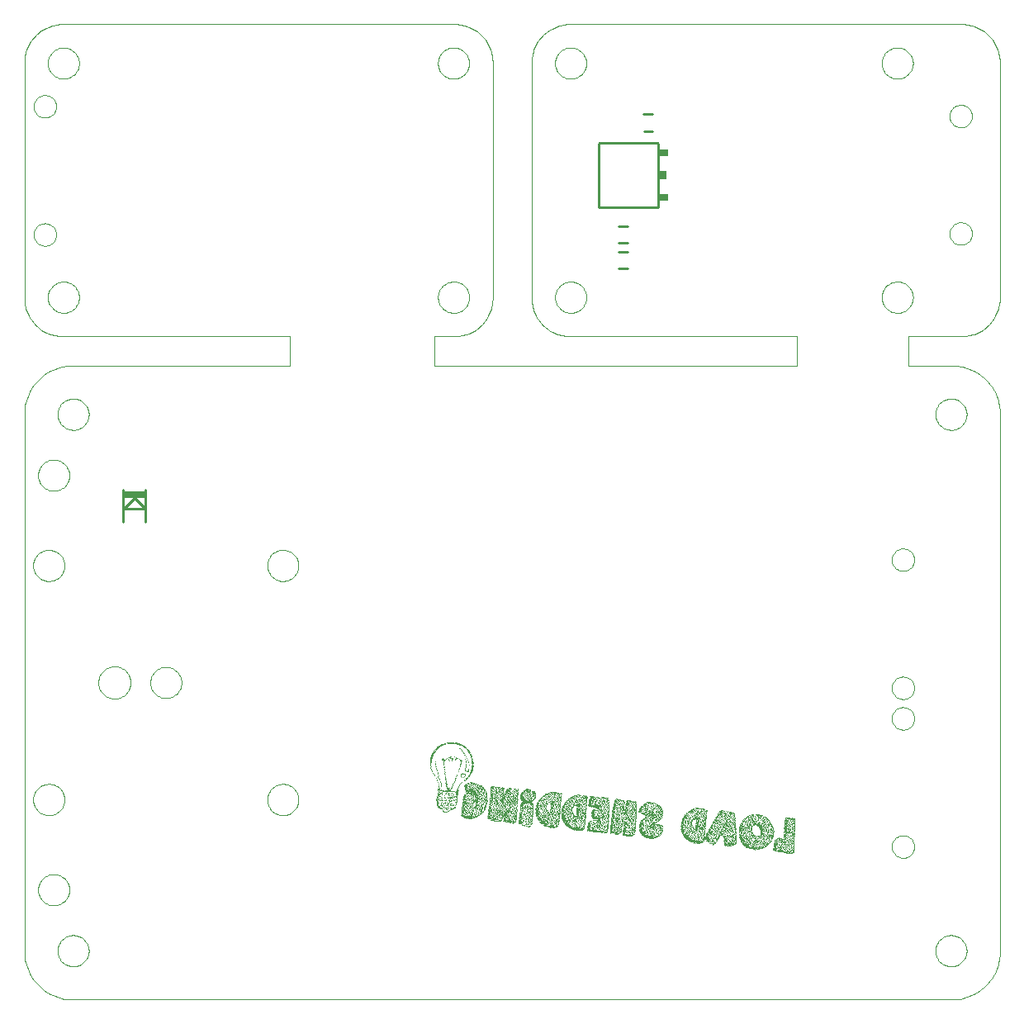
<source format=gbo>
G75*
G70*
%OFA0B0*%
%FSLAX24Y24*%
%IPPOS*%
%LPD*%
%AMOC8*
5,1,8,0,0,1.08239X$1,22.5*
%
%ADD10C,0.0004*%
%ADD11C,0.0000*%
%ADD12C,0.0100*%
%ADD13R,0.0906X0.0315*%
%ADD14R,0.0039X0.0039*%
%ADD15R,0.0079X0.0039*%
%ADD16R,0.0118X0.0039*%
%ADD17R,0.0157X0.0039*%
%ADD18R,0.0197X0.0039*%
%ADD19R,0.0276X0.0039*%
%ADD20R,0.0236X0.0039*%
%ADD21R,0.0315X0.0039*%
%ADD22R,0.0354X0.0039*%
%ADD23R,0.0394X0.0039*%
%ADD24R,0.0433X0.0039*%
%ADD25R,0.0472X0.0039*%
%ADD26R,0.0512X0.0039*%
%ADD27R,0.0551X0.0039*%
%ADD28R,0.0591X0.0039*%
%ADD29R,0.0630X0.0039*%
%ADD30R,0.0709X0.0039*%
%ADD31R,0.0669X0.0039*%
%ADD32R,0.0748X0.0039*%
%ADD33R,0.0787X0.0039*%
%ADD34R,0.0827X0.0039*%
%ADD35R,0.0866X0.0039*%
%ADD36R,0.0906X0.0039*%
%ADD37R,0.0945X0.0039*%
%ADD38R,0.0984X0.0039*%
%ADD39R,0.1024X0.0039*%
%ADD40R,0.1063X0.0039*%
%ADD41R,0.1102X0.0039*%
%ADD42R,0.1142X0.0039*%
%ADD43R,0.1181X0.0039*%
%ADD44R,0.1220X0.0039*%
%ADD45R,0.1260X0.0039*%
%ADD46R,0.1299X0.0039*%
%ADD47R,0.1339X0.0039*%
%ADD48R,0.1378X0.0039*%
%ADD49R,0.1693X0.0039*%
%ADD50R,0.1732X0.0039*%
%ADD51R,0.1772X0.0039*%
%ADD52R,0.2126X0.0039*%
%ADD53R,0.2087X0.0039*%
%ADD54R,0.1417X0.0039*%
%ADD55R,0.2874X0.0039*%
%ADD56R,0.2835X0.0039*%
%ADD57R,0.2362X0.0039*%
%ADD58R,0.2717X0.0039*%
%ADD59R,0.2677X0.0039*%
%ADD60R,0.2598X0.0039*%
%ADD61R,0.1457X0.0039*%
%ADD62R,0.2283X0.0039*%
%ADD63R,0.2559X0.0039*%
%ADD64R,0.2244X0.0039*%
%ADD65R,0.2165X0.0039*%
%ADD66R,0.1496X0.0039*%
%ADD67R,0.1969X0.0039*%
%ADD68R,0.1929X0.0039*%
%ADD69R,0.2008X0.0039*%
%ADD70R,0.1811X0.0039*%
%ADD71R,0.1614X0.0039*%
%ADD72R,0.1575X0.0039*%
%ADD73R,0.1654X0.0039*%
%ADD74R,0.1535X0.0039*%
%ADD75R,0.2047X0.0039*%
%ADD76R,0.2205X0.0039*%
%ADD77R,0.2520X0.0039*%
%ADD78R,0.2480X0.0039*%
%ADD79R,0.2441X0.0039*%
%ADD80R,0.2402X0.0039*%
%ADD81R,0.2323X0.0039*%
%ADD82R,0.3425X0.0039*%
%ADD83R,0.3386X0.0039*%
%ADD84R,0.3346X0.0039*%
%ADD85R,0.3307X0.0039*%
%ADD86R,0.3228X0.0039*%
%ADD87R,0.3189X0.0039*%
%ADD88R,0.3150X0.0039*%
%ADD89R,0.3071X0.0039*%
%ADD90R,0.2795X0.0039*%
%ADD91R,0.2913X0.0039*%
%ADD92R,0.1850X0.0039*%
%ADD93R,0.1890X0.0039*%
%ADD94R,0.3110X0.0039*%
%ADD95R,0.3465X0.0039*%
%ADD96R,0.2992X0.0039*%
%ADD97R,0.3504X0.0039*%
%ADD98R,0.3583X0.0039*%
%ADD99R,0.3622X0.0039*%
%ADD100R,0.3661X0.0039*%
%ADD101R,0.3701X0.0039*%
%ADD102R,0.4094X0.0039*%
%ADD103R,0.4213X0.0039*%
%ADD104R,0.4370X0.0039*%
%ADD105R,0.4449X0.0039*%
%ADD106R,0.4646X0.0039*%
%ADD107R,0.0020X0.0020*%
%ADD108R,0.0177X0.0020*%
%ADD109R,0.0315X0.0020*%
%ADD110R,0.0453X0.0020*%
%ADD111R,0.0039X0.0020*%
%ADD112R,0.0531X0.0020*%
%ADD113R,0.0098X0.0020*%
%ADD114R,0.0079X0.0020*%
%ADD115R,0.0138X0.0020*%
%ADD116R,0.0059X0.0020*%
%ADD117R,0.0354X0.0020*%
%ADD118R,0.0335X0.0020*%
%ADD119R,0.0374X0.0020*%
%ADD120R,0.0669X0.0020*%
%ADD121R,0.0118X0.0020*%
%ADD122R,0.0394X0.0020*%
%ADD123R,0.0748X0.0020*%
%ADD124R,0.0551X0.0020*%
%ADD125R,0.0413X0.0020*%
%ADD126R,0.0492X0.0020*%
%ADD127R,0.0512X0.0020*%
%ADD128R,0.0787X0.0020*%
%ADD129R,0.0157X0.0020*%
%ADD130R,0.0236X0.0020*%
%ADD131R,0.0591X0.0020*%
%ADD132R,0.0276X0.0020*%
%ADD133R,0.0571X0.0020*%
%ADD134R,0.0807X0.0020*%
%ADD135R,0.0295X0.0020*%
%ADD136R,0.0610X0.0020*%
%ADD137R,0.0846X0.0020*%
%ADD138R,0.0197X0.0020*%
%ADD139R,0.0630X0.0020*%
%ADD140R,0.0827X0.0020*%
%ADD141R,0.0256X0.0020*%
%ADD142R,0.0689X0.0020*%
%ADD143R,0.0650X0.0020*%
%ADD144R,0.0768X0.0020*%
%ADD145R,0.0217X0.0020*%
%ADD146R,0.0472X0.0020*%
%ADD147R,0.0433X0.0020*%
%ADD148R,0.0394X0.0295*%
%ADD149R,0.0335X0.0354*%
D10*
X003610Y005453D02*
X003610Y027107D01*
X003611Y027201D01*
X003616Y027295D01*
X003625Y027389D01*
X003639Y027482D01*
X003658Y027575D01*
X003681Y027666D01*
X003709Y027756D01*
X003741Y027845D01*
X003777Y027932D01*
X003817Y028017D01*
X003862Y028100D01*
X003910Y028181D01*
X003963Y028259D01*
X004019Y028335D01*
X004079Y028407D01*
X004142Y028477D01*
X004209Y028544D01*
X004279Y028607D01*
X004351Y028667D01*
X004427Y028723D01*
X004505Y028776D01*
X004586Y028824D01*
X004669Y028869D01*
X004754Y028909D01*
X004841Y028945D01*
X004930Y028977D01*
X005020Y029005D01*
X005111Y029028D01*
X005204Y029047D01*
X005297Y029061D01*
X005391Y029070D01*
X005485Y029075D01*
X005579Y029076D01*
X005579Y029075D02*
X014319Y029075D01*
X014319Y030256D01*
X005185Y030256D01*
X005107Y030257D01*
X005030Y030261D01*
X004952Y030269D01*
X004876Y030281D01*
X004800Y030297D01*
X004724Y030317D01*
X004650Y030340D01*
X004577Y030367D01*
X004506Y030398D01*
X004436Y030433D01*
X004368Y030470D01*
X004302Y030512D01*
X004239Y030556D01*
X004177Y030604D01*
X004118Y030654D01*
X004062Y030708D01*
X004008Y030764D01*
X003958Y030823D01*
X003910Y030885D01*
X003866Y030948D01*
X003824Y031014D01*
X003787Y031082D01*
X003752Y031152D01*
X003721Y031223D01*
X003694Y031296D01*
X003671Y031370D01*
X003651Y031446D01*
X003635Y031522D01*
X003623Y031598D01*
X003615Y031676D01*
X003611Y031753D01*
X003610Y031831D01*
X003610Y041280D01*
X003611Y041358D01*
X003615Y041435D01*
X003623Y041513D01*
X003635Y041589D01*
X003651Y041665D01*
X003671Y041741D01*
X003694Y041815D01*
X003721Y041888D01*
X003752Y041959D01*
X003787Y042029D01*
X003824Y042097D01*
X003866Y042163D01*
X003910Y042226D01*
X003958Y042288D01*
X004008Y042347D01*
X004062Y042403D01*
X004118Y042457D01*
X004177Y042507D01*
X004239Y042555D01*
X004302Y042599D01*
X004368Y042641D01*
X004436Y042678D01*
X004506Y042713D01*
X004577Y042744D01*
X004650Y042771D01*
X004724Y042794D01*
X004800Y042814D01*
X004876Y042830D01*
X004952Y042842D01*
X005030Y042850D01*
X005107Y042854D01*
X005185Y042855D01*
X020933Y042855D01*
X021011Y042854D01*
X021088Y042850D01*
X021166Y042842D01*
X021242Y042830D01*
X021318Y042814D01*
X021394Y042794D01*
X021468Y042771D01*
X021541Y042744D01*
X021612Y042713D01*
X021682Y042678D01*
X021750Y042641D01*
X021816Y042599D01*
X021879Y042555D01*
X021941Y042507D01*
X022000Y042457D01*
X022056Y042403D01*
X022110Y042347D01*
X022160Y042288D01*
X022208Y042226D01*
X022252Y042163D01*
X022294Y042097D01*
X022331Y042029D01*
X022366Y041959D01*
X022397Y041888D01*
X022424Y041815D01*
X022447Y041741D01*
X022467Y041665D01*
X022483Y041589D01*
X022495Y041513D01*
X022503Y041435D01*
X022507Y041358D01*
X022508Y041280D01*
X022508Y031831D01*
X022507Y031753D01*
X022503Y031676D01*
X022495Y031598D01*
X022483Y031522D01*
X022467Y031446D01*
X022447Y031370D01*
X022424Y031296D01*
X022397Y031223D01*
X022366Y031152D01*
X022331Y031082D01*
X022294Y031014D01*
X022252Y030948D01*
X022208Y030885D01*
X022160Y030823D01*
X022110Y030764D01*
X022056Y030708D01*
X022000Y030654D01*
X021941Y030604D01*
X021879Y030556D01*
X021816Y030512D01*
X021750Y030470D01*
X021682Y030433D01*
X021612Y030398D01*
X021541Y030367D01*
X021468Y030340D01*
X021394Y030317D01*
X021318Y030297D01*
X021242Y030281D01*
X021166Y030269D01*
X021088Y030261D01*
X021011Y030257D01*
X020933Y030256D01*
X020146Y030256D01*
X020146Y029075D01*
X034791Y029075D01*
X034791Y030256D01*
X025657Y030256D01*
X025579Y030257D01*
X025502Y030261D01*
X025424Y030269D01*
X025348Y030281D01*
X025272Y030297D01*
X025196Y030317D01*
X025122Y030340D01*
X025049Y030367D01*
X024978Y030398D01*
X024908Y030433D01*
X024840Y030470D01*
X024774Y030512D01*
X024711Y030556D01*
X024649Y030604D01*
X024590Y030654D01*
X024534Y030708D01*
X024480Y030764D01*
X024430Y030823D01*
X024382Y030885D01*
X024338Y030948D01*
X024296Y031014D01*
X024259Y031082D01*
X024224Y031152D01*
X024193Y031223D01*
X024166Y031296D01*
X024143Y031370D01*
X024123Y031446D01*
X024107Y031522D01*
X024095Y031598D01*
X024087Y031676D01*
X024083Y031753D01*
X024082Y031831D01*
X024083Y031831D02*
X024083Y041280D01*
X024082Y041280D02*
X024083Y041358D01*
X024087Y041435D01*
X024095Y041513D01*
X024107Y041589D01*
X024123Y041665D01*
X024143Y041741D01*
X024166Y041815D01*
X024193Y041888D01*
X024224Y041959D01*
X024259Y042029D01*
X024296Y042097D01*
X024338Y042163D01*
X024382Y042226D01*
X024430Y042288D01*
X024480Y042347D01*
X024534Y042403D01*
X024590Y042457D01*
X024649Y042507D01*
X024711Y042555D01*
X024774Y042599D01*
X024840Y042641D01*
X024908Y042678D01*
X024978Y042713D01*
X025049Y042744D01*
X025122Y042771D01*
X025196Y042794D01*
X025272Y042814D01*
X025348Y042830D01*
X025424Y042842D01*
X025502Y042850D01*
X025579Y042854D01*
X025657Y042855D01*
X041406Y042855D01*
X041484Y042854D01*
X041561Y042850D01*
X041639Y042842D01*
X041715Y042830D01*
X041791Y042814D01*
X041867Y042794D01*
X041941Y042771D01*
X042014Y042744D01*
X042085Y042713D01*
X042155Y042678D01*
X042223Y042641D01*
X042289Y042599D01*
X042352Y042555D01*
X042414Y042507D01*
X042473Y042457D01*
X042529Y042403D01*
X042583Y042347D01*
X042633Y042288D01*
X042681Y042226D01*
X042725Y042163D01*
X042767Y042097D01*
X042804Y042029D01*
X042839Y041959D01*
X042870Y041888D01*
X042897Y041815D01*
X042920Y041741D01*
X042940Y041665D01*
X042956Y041589D01*
X042968Y041513D01*
X042976Y041435D01*
X042980Y041358D01*
X042981Y041280D01*
X042980Y041280D02*
X042980Y031831D01*
X042981Y031831D02*
X042980Y031753D01*
X042976Y031676D01*
X042968Y031598D01*
X042956Y031522D01*
X042940Y031446D01*
X042920Y031370D01*
X042897Y031296D01*
X042870Y031223D01*
X042839Y031152D01*
X042804Y031082D01*
X042767Y031014D01*
X042725Y030948D01*
X042681Y030885D01*
X042633Y030823D01*
X042583Y030764D01*
X042529Y030708D01*
X042473Y030654D01*
X042414Y030604D01*
X042352Y030556D01*
X042289Y030512D01*
X042223Y030470D01*
X042155Y030433D01*
X042085Y030398D01*
X042014Y030367D01*
X041941Y030340D01*
X041867Y030317D01*
X041791Y030297D01*
X041715Y030281D01*
X041639Y030269D01*
X041561Y030261D01*
X041484Y030257D01*
X041406Y030256D01*
X039280Y030256D01*
X039280Y029075D01*
X041012Y029075D01*
X041012Y029076D02*
X041106Y029075D01*
X041200Y029070D01*
X041294Y029061D01*
X041387Y029047D01*
X041480Y029028D01*
X041571Y029005D01*
X041661Y028977D01*
X041750Y028945D01*
X041837Y028909D01*
X041922Y028869D01*
X042005Y028824D01*
X042086Y028776D01*
X042164Y028723D01*
X042240Y028667D01*
X042312Y028607D01*
X042382Y028544D01*
X042449Y028477D01*
X042512Y028407D01*
X042572Y028335D01*
X042628Y028259D01*
X042681Y028181D01*
X042729Y028100D01*
X042774Y028017D01*
X042814Y027932D01*
X042850Y027845D01*
X042882Y027756D01*
X042910Y027666D01*
X042933Y027575D01*
X042952Y027482D01*
X042966Y027389D01*
X042975Y027295D01*
X042980Y027201D01*
X042981Y027107D01*
X042980Y027107D02*
X042980Y005453D01*
X042981Y005453D02*
X042980Y005359D01*
X042975Y005265D01*
X042966Y005171D01*
X042952Y005078D01*
X042933Y004985D01*
X042910Y004894D01*
X042882Y004804D01*
X042850Y004715D01*
X042814Y004628D01*
X042774Y004543D01*
X042729Y004460D01*
X042681Y004379D01*
X042628Y004301D01*
X042572Y004225D01*
X042512Y004153D01*
X042449Y004083D01*
X042382Y004016D01*
X042312Y003953D01*
X042240Y003893D01*
X042164Y003837D01*
X042086Y003784D01*
X042005Y003736D01*
X041922Y003691D01*
X041837Y003651D01*
X041750Y003615D01*
X041661Y003583D01*
X041571Y003555D01*
X041480Y003532D01*
X041387Y003513D01*
X041294Y003499D01*
X041200Y003490D01*
X041106Y003485D01*
X041012Y003484D01*
X041012Y003485D02*
X005579Y003485D01*
X005579Y003484D02*
X005485Y003485D01*
X005391Y003490D01*
X005297Y003499D01*
X005204Y003513D01*
X005111Y003532D01*
X005020Y003555D01*
X004930Y003583D01*
X004841Y003615D01*
X004754Y003651D01*
X004669Y003691D01*
X004586Y003736D01*
X004505Y003784D01*
X004427Y003837D01*
X004351Y003893D01*
X004279Y003953D01*
X004209Y004016D01*
X004142Y004083D01*
X004079Y004153D01*
X004019Y004225D01*
X003963Y004301D01*
X003910Y004379D01*
X003862Y004460D01*
X003817Y004543D01*
X003777Y004628D01*
X003741Y004715D01*
X003709Y004804D01*
X003681Y004894D01*
X003658Y004985D01*
X003639Y005078D01*
X003625Y005171D01*
X003616Y005265D01*
X003611Y005359D01*
X003610Y005453D01*
D11*
X004949Y005453D02*
X004951Y005503D01*
X004957Y005553D01*
X004967Y005602D01*
X004981Y005650D01*
X004998Y005697D01*
X005019Y005742D01*
X005044Y005786D01*
X005072Y005827D01*
X005104Y005866D01*
X005138Y005903D01*
X005175Y005937D01*
X005215Y005967D01*
X005257Y005994D01*
X005301Y006018D01*
X005347Y006039D01*
X005394Y006055D01*
X005442Y006068D01*
X005492Y006077D01*
X005541Y006082D01*
X005592Y006083D01*
X005642Y006080D01*
X005691Y006073D01*
X005740Y006062D01*
X005788Y006047D01*
X005834Y006029D01*
X005879Y006007D01*
X005922Y005981D01*
X005963Y005952D01*
X006002Y005920D01*
X006038Y005885D01*
X006070Y005847D01*
X006100Y005807D01*
X006127Y005764D01*
X006150Y005720D01*
X006169Y005674D01*
X006185Y005626D01*
X006197Y005577D01*
X006205Y005528D01*
X006209Y005478D01*
X006209Y005428D01*
X006205Y005378D01*
X006197Y005329D01*
X006185Y005280D01*
X006169Y005232D01*
X006150Y005186D01*
X006127Y005142D01*
X006100Y005099D01*
X006070Y005059D01*
X006038Y005021D01*
X006002Y004986D01*
X005963Y004954D01*
X005922Y004925D01*
X005879Y004899D01*
X005834Y004877D01*
X005788Y004859D01*
X005740Y004844D01*
X005691Y004833D01*
X005642Y004826D01*
X005592Y004823D01*
X005541Y004824D01*
X005492Y004829D01*
X005442Y004838D01*
X005394Y004851D01*
X005347Y004867D01*
X005301Y004888D01*
X005257Y004912D01*
X005215Y004939D01*
X005175Y004969D01*
X005138Y005003D01*
X005104Y005040D01*
X005072Y005079D01*
X005044Y005120D01*
X005019Y005164D01*
X004998Y005209D01*
X004981Y005256D01*
X004967Y005304D01*
X004957Y005353D01*
X004951Y005403D01*
X004949Y005453D01*
X004161Y007914D02*
X004163Y007964D01*
X004169Y008014D01*
X004179Y008063D01*
X004193Y008111D01*
X004210Y008158D01*
X004231Y008203D01*
X004256Y008247D01*
X004284Y008288D01*
X004316Y008327D01*
X004350Y008364D01*
X004387Y008398D01*
X004427Y008428D01*
X004469Y008455D01*
X004513Y008479D01*
X004559Y008500D01*
X004606Y008516D01*
X004654Y008529D01*
X004704Y008538D01*
X004753Y008543D01*
X004804Y008544D01*
X004854Y008541D01*
X004903Y008534D01*
X004952Y008523D01*
X005000Y008508D01*
X005046Y008490D01*
X005091Y008468D01*
X005134Y008442D01*
X005175Y008413D01*
X005214Y008381D01*
X005250Y008346D01*
X005282Y008308D01*
X005312Y008268D01*
X005339Y008225D01*
X005362Y008181D01*
X005381Y008135D01*
X005397Y008087D01*
X005409Y008038D01*
X005417Y007989D01*
X005421Y007939D01*
X005421Y007889D01*
X005417Y007839D01*
X005409Y007790D01*
X005397Y007741D01*
X005381Y007693D01*
X005362Y007647D01*
X005339Y007603D01*
X005312Y007560D01*
X005282Y007520D01*
X005250Y007482D01*
X005214Y007447D01*
X005175Y007415D01*
X005134Y007386D01*
X005091Y007360D01*
X005046Y007338D01*
X005000Y007320D01*
X004952Y007305D01*
X004903Y007294D01*
X004854Y007287D01*
X004804Y007284D01*
X004753Y007285D01*
X004704Y007290D01*
X004654Y007299D01*
X004606Y007312D01*
X004559Y007328D01*
X004513Y007349D01*
X004469Y007373D01*
X004427Y007400D01*
X004387Y007430D01*
X004350Y007464D01*
X004316Y007501D01*
X004284Y007540D01*
X004256Y007581D01*
X004231Y007625D01*
X004210Y007670D01*
X004193Y007717D01*
X004179Y007765D01*
X004169Y007814D01*
X004163Y007864D01*
X004161Y007914D01*
X003964Y011555D02*
X003966Y011605D01*
X003972Y011655D01*
X003982Y011704D01*
X003996Y011752D01*
X004013Y011799D01*
X004034Y011844D01*
X004059Y011888D01*
X004087Y011929D01*
X004119Y011968D01*
X004153Y012005D01*
X004190Y012039D01*
X004230Y012069D01*
X004272Y012096D01*
X004316Y012120D01*
X004362Y012141D01*
X004409Y012157D01*
X004457Y012170D01*
X004507Y012179D01*
X004556Y012184D01*
X004607Y012185D01*
X004657Y012182D01*
X004706Y012175D01*
X004755Y012164D01*
X004803Y012149D01*
X004849Y012131D01*
X004894Y012109D01*
X004937Y012083D01*
X004978Y012054D01*
X005017Y012022D01*
X005053Y011987D01*
X005085Y011949D01*
X005115Y011909D01*
X005142Y011866D01*
X005165Y011822D01*
X005184Y011776D01*
X005200Y011728D01*
X005212Y011679D01*
X005220Y011630D01*
X005224Y011580D01*
X005224Y011530D01*
X005220Y011480D01*
X005212Y011431D01*
X005200Y011382D01*
X005184Y011334D01*
X005165Y011288D01*
X005142Y011244D01*
X005115Y011201D01*
X005085Y011161D01*
X005053Y011123D01*
X005017Y011088D01*
X004978Y011056D01*
X004937Y011027D01*
X004894Y011001D01*
X004849Y010979D01*
X004803Y010961D01*
X004755Y010946D01*
X004706Y010935D01*
X004657Y010928D01*
X004607Y010925D01*
X004556Y010926D01*
X004507Y010931D01*
X004457Y010940D01*
X004409Y010953D01*
X004362Y010969D01*
X004316Y010990D01*
X004272Y011014D01*
X004230Y011041D01*
X004190Y011071D01*
X004153Y011105D01*
X004119Y011142D01*
X004087Y011181D01*
X004059Y011222D01*
X004034Y011266D01*
X004013Y011311D01*
X003996Y011358D01*
X003982Y011406D01*
X003972Y011455D01*
X003966Y011505D01*
X003964Y011555D01*
X006592Y016280D02*
X006594Y016330D01*
X006600Y016380D01*
X006610Y016430D01*
X006623Y016478D01*
X006640Y016526D01*
X006661Y016572D01*
X006685Y016616D01*
X006713Y016658D01*
X006744Y016698D01*
X006778Y016735D01*
X006815Y016770D01*
X006854Y016801D01*
X006895Y016830D01*
X006939Y016855D01*
X006985Y016877D01*
X007032Y016895D01*
X007080Y016909D01*
X007129Y016920D01*
X007179Y016927D01*
X007229Y016930D01*
X007280Y016929D01*
X007330Y016924D01*
X007380Y016915D01*
X007428Y016903D01*
X007476Y016886D01*
X007522Y016866D01*
X007567Y016843D01*
X007610Y016816D01*
X007650Y016786D01*
X007688Y016753D01*
X007723Y016717D01*
X007756Y016678D01*
X007785Y016637D01*
X007811Y016594D01*
X007834Y016549D01*
X007853Y016502D01*
X007868Y016454D01*
X007880Y016405D01*
X007888Y016355D01*
X007892Y016305D01*
X007892Y016255D01*
X007888Y016205D01*
X007880Y016155D01*
X007868Y016106D01*
X007853Y016058D01*
X007834Y016011D01*
X007811Y015966D01*
X007785Y015923D01*
X007756Y015882D01*
X007723Y015843D01*
X007688Y015807D01*
X007650Y015774D01*
X007610Y015744D01*
X007567Y015717D01*
X007522Y015694D01*
X007476Y015674D01*
X007428Y015657D01*
X007380Y015645D01*
X007330Y015636D01*
X007280Y015631D01*
X007229Y015630D01*
X007179Y015633D01*
X007129Y015640D01*
X007080Y015651D01*
X007032Y015665D01*
X006985Y015683D01*
X006939Y015705D01*
X006895Y015730D01*
X006854Y015759D01*
X006815Y015790D01*
X006778Y015825D01*
X006744Y015862D01*
X006713Y015902D01*
X006685Y015944D01*
X006661Y015988D01*
X006640Y016034D01*
X006623Y016082D01*
X006610Y016130D01*
X006600Y016180D01*
X006594Y016230D01*
X006592Y016280D01*
X008689Y016280D02*
X008691Y016330D01*
X008697Y016380D01*
X008707Y016429D01*
X008721Y016477D01*
X008738Y016524D01*
X008759Y016569D01*
X008784Y016613D01*
X008812Y016654D01*
X008844Y016693D01*
X008878Y016730D01*
X008915Y016764D01*
X008955Y016794D01*
X008997Y016821D01*
X009041Y016845D01*
X009087Y016866D01*
X009134Y016882D01*
X009182Y016895D01*
X009232Y016904D01*
X009281Y016909D01*
X009332Y016910D01*
X009382Y016907D01*
X009431Y016900D01*
X009480Y016889D01*
X009528Y016874D01*
X009574Y016856D01*
X009619Y016834D01*
X009662Y016808D01*
X009703Y016779D01*
X009742Y016747D01*
X009778Y016712D01*
X009810Y016674D01*
X009840Y016634D01*
X009867Y016591D01*
X009890Y016547D01*
X009909Y016501D01*
X009925Y016453D01*
X009937Y016404D01*
X009945Y016355D01*
X009949Y016305D01*
X009949Y016255D01*
X009945Y016205D01*
X009937Y016156D01*
X009925Y016107D01*
X009909Y016059D01*
X009890Y016013D01*
X009867Y015969D01*
X009840Y015926D01*
X009810Y015886D01*
X009778Y015848D01*
X009742Y015813D01*
X009703Y015781D01*
X009662Y015752D01*
X009619Y015726D01*
X009574Y015704D01*
X009528Y015686D01*
X009480Y015671D01*
X009431Y015660D01*
X009382Y015653D01*
X009332Y015650D01*
X009281Y015651D01*
X009232Y015656D01*
X009182Y015665D01*
X009134Y015678D01*
X009087Y015694D01*
X009041Y015715D01*
X008997Y015739D01*
X008955Y015766D01*
X008915Y015796D01*
X008878Y015830D01*
X008844Y015867D01*
X008812Y015906D01*
X008784Y015947D01*
X008759Y015991D01*
X008738Y016036D01*
X008721Y016083D01*
X008707Y016131D01*
X008697Y016180D01*
X008691Y016230D01*
X008689Y016280D01*
X003964Y021004D02*
X003966Y021054D01*
X003972Y021104D01*
X003982Y021153D01*
X003996Y021201D01*
X004013Y021248D01*
X004034Y021293D01*
X004059Y021337D01*
X004087Y021378D01*
X004119Y021417D01*
X004153Y021454D01*
X004190Y021488D01*
X004230Y021518D01*
X004272Y021545D01*
X004316Y021569D01*
X004362Y021590D01*
X004409Y021606D01*
X004457Y021619D01*
X004507Y021628D01*
X004556Y021633D01*
X004607Y021634D01*
X004657Y021631D01*
X004706Y021624D01*
X004755Y021613D01*
X004803Y021598D01*
X004849Y021580D01*
X004894Y021558D01*
X004937Y021532D01*
X004978Y021503D01*
X005017Y021471D01*
X005053Y021436D01*
X005085Y021398D01*
X005115Y021358D01*
X005142Y021315D01*
X005165Y021271D01*
X005184Y021225D01*
X005200Y021177D01*
X005212Y021128D01*
X005220Y021079D01*
X005224Y021029D01*
X005224Y020979D01*
X005220Y020929D01*
X005212Y020880D01*
X005200Y020831D01*
X005184Y020783D01*
X005165Y020737D01*
X005142Y020693D01*
X005115Y020650D01*
X005085Y020610D01*
X005053Y020572D01*
X005017Y020537D01*
X004978Y020505D01*
X004937Y020476D01*
X004894Y020450D01*
X004849Y020428D01*
X004803Y020410D01*
X004755Y020395D01*
X004706Y020384D01*
X004657Y020377D01*
X004607Y020374D01*
X004556Y020375D01*
X004507Y020380D01*
X004457Y020389D01*
X004409Y020402D01*
X004362Y020418D01*
X004316Y020439D01*
X004272Y020463D01*
X004230Y020490D01*
X004190Y020520D01*
X004153Y020554D01*
X004119Y020591D01*
X004087Y020630D01*
X004059Y020671D01*
X004034Y020715D01*
X004013Y020760D01*
X003996Y020807D01*
X003982Y020855D01*
X003972Y020904D01*
X003966Y020954D01*
X003964Y021004D01*
X004161Y024646D02*
X004163Y024696D01*
X004169Y024746D01*
X004179Y024795D01*
X004193Y024843D01*
X004210Y024890D01*
X004231Y024935D01*
X004256Y024979D01*
X004284Y025020D01*
X004316Y025059D01*
X004350Y025096D01*
X004387Y025130D01*
X004427Y025160D01*
X004469Y025187D01*
X004513Y025211D01*
X004559Y025232D01*
X004606Y025248D01*
X004654Y025261D01*
X004704Y025270D01*
X004753Y025275D01*
X004804Y025276D01*
X004854Y025273D01*
X004903Y025266D01*
X004952Y025255D01*
X005000Y025240D01*
X005046Y025222D01*
X005091Y025200D01*
X005134Y025174D01*
X005175Y025145D01*
X005214Y025113D01*
X005250Y025078D01*
X005282Y025040D01*
X005312Y025000D01*
X005339Y024957D01*
X005362Y024913D01*
X005381Y024867D01*
X005397Y024819D01*
X005409Y024770D01*
X005417Y024721D01*
X005421Y024671D01*
X005421Y024621D01*
X005417Y024571D01*
X005409Y024522D01*
X005397Y024473D01*
X005381Y024425D01*
X005362Y024379D01*
X005339Y024335D01*
X005312Y024292D01*
X005282Y024252D01*
X005250Y024214D01*
X005214Y024179D01*
X005175Y024147D01*
X005134Y024118D01*
X005091Y024092D01*
X005046Y024070D01*
X005000Y024052D01*
X004952Y024037D01*
X004903Y024026D01*
X004854Y024019D01*
X004804Y024016D01*
X004753Y024017D01*
X004704Y024022D01*
X004654Y024031D01*
X004606Y024044D01*
X004559Y024060D01*
X004513Y024081D01*
X004469Y024105D01*
X004427Y024132D01*
X004387Y024162D01*
X004350Y024196D01*
X004316Y024233D01*
X004284Y024272D01*
X004256Y024313D01*
X004231Y024357D01*
X004210Y024402D01*
X004193Y024449D01*
X004179Y024497D01*
X004169Y024546D01*
X004163Y024596D01*
X004161Y024646D01*
X004949Y027107D02*
X004951Y027157D01*
X004957Y027207D01*
X004967Y027256D01*
X004981Y027304D01*
X004998Y027351D01*
X005019Y027396D01*
X005044Y027440D01*
X005072Y027481D01*
X005104Y027520D01*
X005138Y027557D01*
X005175Y027591D01*
X005215Y027621D01*
X005257Y027648D01*
X005301Y027672D01*
X005347Y027693D01*
X005394Y027709D01*
X005442Y027722D01*
X005492Y027731D01*
X005541Y027736D01*
X005592Y027737D01*
X005642Y027734D01*
X005691Y027727D01*
X005740Y027716D01*
X005788Y027701D01*
X005834Y027683D01*
X005879Y027661D01*
X005922Y027635D01*
X005963Y027606D01*
X006002Y027574D01*
X006038Y027539D01*
X006070Y027501D01*
X006100Y027461D01*
X006127Y027418D01*
X006150Y027374D01*
X006169Y027328D01*
X006185Y027280D01*
X006197Y027231D01*
X006205Y027182D01*
X006209Y027132D01*
X006209Y027082D01*
X006205Y027032D01*
X006197Y026983D01*
X006185Y026934D01*
X006169Y026886D01*
X006150Y026840D01*
X006127Y026796D01*
X006100Y026753D01*
X006070Y026713D01*
X006038Y026675D01*
X006002Y026640D01*
X005963Y026608D01*
X005922Y026579D01*
X005879Y026553D01*
X005834Y026531D01*
X005788Y026513D01*
X005740Y026498D01*
X005691Y026487D01*
X005642Y026480D01*
X005592Y026477D01*
X005541Y026478D01*
X005492Y026483D01*
X005442Y026492D01*
X005394Y026505D01*
X005347Y026521D01*
X005301Y026542D01*
X005257Y026566D01*
X005215Y026593D01*
X005175Y026623D01*
X005138Y026657D01*
X005104Y026694D01*
X005072Y026733D01*
X005044Y026774D01*
X005019Y026818D01*
X004998Y026863D01*
X004981Y026910D01*
X004967Y026958D01*
X004957Y027007D01*
X004951Y027057D01*
X004949Y027107D01*
X004555Y031831D02*
X004557Y031881D01*
X004563Y031931D01*
X004573Y031980D01*
X004587Y032028D01*
X004604Y032075D01*
X004625Y032120D01*
X004650Y032164D01*
X004678Y032205D01*
X004710Y032244D01*
X004744Y032281D01*
X004781Y032315D01*
X004821Y032345D01*
X004863Y032372D01*
X004907Y032396D01*
X004953Y032417D01*
X005000Y032433D01*
X005048Y032446D01*
X005098Y032455D01*
X005147Y032460D01*
X005198Y032461D01*
X005248Y032458D01*
X005297Y032451D01*
X005346Y032440D01*
X005394Y032425D01*
X005440Y032407D01*
X005485Y032385D01*
X005528Y032359D01*
X005569Y032330D01*
X005608Y032298D01*
X005644Y032263D01*
X005676Y032225D01*
X005706Y032185D01*
X005733Y032142D01*
X005756Y032098D01*
X005775Y032052D01*
X005791Y032004D01*
X005803Y031955D01*
X005811Y031906D01*
X005815Y031856D01*
X005815Y031806D01*
X005811Y031756D01*
X005803Y031707D01*
X005791Y031658D01*
X005775Y031610D01*
X005756Y031564D01*
X005733Y031520D01*
X005706Y031477D01*
X005676Y031437D01*
X005644Y031399D01*
X005608Y031364D01*
X005569Y031332D01*
X005528Y031303D01*
X005485Y031277D01*
X005440Y031255D01*
X005394Y031237D01*
X005346Y031222D01*
X005297Y031211D01*
X005248Y031204D01*
X005198Y031201D01*
X005147Y031202D01*
X005098Y031207D01*
X005048Y031216D01*
X005000Y031229D01*
X004953Y031245D01*
X004907Y031266D01*
X004863Y031290D01*
X004821Y031317D01*
X004781Y031347D01*
X004744Y031381D01*
X004710Y031418D01*
X004678Y031457D01*
X004650Y031498D01*
X004625Y031542D01*
X004604Y031587D01*
X004587Y031634D01*
X004573Y031682D01*
X004563Y031731D01*
X004557Y031781D01*
X004555Y031831D01*
X003984Y034362D02*
X003986Y034404D01*
X003992Y034446D01*
X004002Y034488D01*
X004015Y034528D01*
X004033Y034567D01*
X004054Y034604D01*
X004078Y034638D01*
X004106Y034671D01*
X004136Y034701D01*
X004169Y034727D01*
X004204Y034751D01*
X004242Y034771D01*
X004281Y034787D01*
X004321Y034800D01*
X004363Y034809D01*
X004405Y034814D01*
X004448Y034815D01*
X004490Y034812D01*
X004532Y034805D01*
X004573Y034794D01*
X004613Y034779D01*
X004651Y034761D01*
X004688Y034739D01*
X004722Y034714D01*
X004754Y034686D01*
X004782Y034655D01*
X004808Y034621D01*
X004831Y034585D01*
X004850Y034548D01*
X004866Y034508D01*
X004878Y034467D01*
X004886Y034426D01*
X004890Y034383D01*
X004890Y034341D01*
X004886Y034298D01*
X004878Y034257D01*
X004866Y034216D01*
X004850Y034176D01*
X004831Y034139D01*
X004808Y034103D01*
X004782Y034069D01*
X004754Y034038D01*
X004722Y034010D01*
X004688Y033985D01*
X004651Y033963D01*
X004613Y033945D01*
X004573Y033930D01*
X004532Y033919D01*
X004490Y033912D01*
X004448Y033909D01*
X004405Y033910D01*
X004363Y033915D01*
X004321Y033924D01*
X004281Y033937D01*
X004242Y033953D01*
X004204Y033973D01*
X004169Y033997D01*
X004136Y034023D01*
X004106Y034053D01*
X004078Y034086D01*
X004054Y034120D01*
X004033Y034157D01*
X004015Y034196D01*
X004002Y034236D01*
X003992Y034278D01*
X003986Y034320D01*
X003984Y034362D01*
X003984Y039536D02*
X003986Y039578D01*
X003992Y039620D01*
X004002Y039662D01*
X004015Y039702D01*
X004033Y039741D01*
X004054Y039778D01*
X004078Y039812D01*
X004106Y039845D01*
X004136Y039875D01*
X004169Y039901D01*
X004204Y039925D01*
X004242Y039945D01*
X004281Y039961D01*
X004321Y039974D01*
X004363Y039983D01*
X004405Y039988D01*
X004448Y039989D01*
X004490Y039986D01*
X004532Y039979D01*
X004573Y039968D01*
X004613Y039953D01*
X004651Y039935D01*
X004688Y039913D01*
X004722Y039888D01*
X004754Y039860D01*
X004782Y039829D01*
X004808Y039795D01*
X004831Y039759D01*
X004850Y039722D01*
X004866Y039682D01*
X004878Y039641D01*
X004886Y039600D01*
X004890Y039557D01*
X004890Y039515D01*
X004886Y039472D01*
X004878Y039431D01*
X004866Y039390D01*
X004850Y039350D01*
X004831Y039313D01*
X004808Y039277D01*
X004782Y039243D01*
X004754Y039212D01*
X004722Y039184D01*
X004688Y039159D01*
X004651Y039137D01*
X004613Y039119D01*
X004573Y039104D01*
X004532Y039093D01*
X004490Y039086D01*
X004448Y039083D01*
X004405Y039084D01*
X004363Y039089D01*
X004321Y039098D01*
X004281Y039111D01*
X004242Y039127D01*
X004204Y039147D01*
X004169Y039171D01*
X004136Y039197D01*
X004106Y039227D01*
X004078Y039260D01*
X004054Y039294D01*
X004033Y039331D01*
X004015Y039370D01*
X004002Y039410D01*
X003992Y039452D01*
X003986Y039494D01*
X003984Y039536D01*
X004555Y041280D02*
X004557Y041330D01*
X004563Y041380D01*
X004573Y041429D01*
X004587Y041477D01*
X004604Y041524D01*
X004625Y041569D01*
X004650Y041613D01*
X004678Y041654D01*
X004710Y041693D01*
X004744Y041730D01*
X004781Y041764D01*
X004821Y041794D01*
X004863Y041821D01*
X004907Y041845D01*
X004953Y041866D01*
X005000Y041882D01*
X005048Y041895D01*
X005098Y041904D01*
X005147Y041909D01*
X005198Y041910D01*
X005248Y041907D01*
X005297Y041900D01*
X005346Y041889D01*
X005394Y041874D01*
X005440Y041856D01*
X005485Y041834D01*
X005528Y041808D01*
X005569Y041779D01*
X005608Y041747D01*
X005644Y041712D01*
X005676Y041674D01*
X005706Y041634D01*
X005733Y041591D01*
X005756Y041547D01*
X005775Y041501D01*
X005791Y041453D01*
X005803Y041404D01*
X005811Y041355D01*
X005815Y041305D01*
X005815Y041255D01*
X005811Y041205D01*
X005803Y041156D01*
X005791Y041107D01*
X005775Y041059D01*
X005756Y041013D01*
X005733Y040969D01*
X005706Y040926D01*
X005676Y040886D01*
X005644Y040848D01*
X005608Y040813D01*
X005569Y040781D01*
X005528Y040752D01*
X005485Y040726D01*
X005440Y040704D01*
X005394Y040686D01*
X005346Y040671D01*
X005297Y040660D01*
X005248Y040653D01*
X005198Y040650D01*
X005147Y040651D01*
X005098Y040656D01*
X005048Y040665D01*
X005000Y040678D01*
X004953Y040694D01*
X004907Y040715D01*
X004863Y040739D01*
X004821Y040766D01*
X004781Y040796D01*
X004744Y040830D01*
X004710Y040867D01*
X004678Y040906D01*
X004650Y040947D01*
X004625Y040991D01*
X004604Y041036D01*
X004587Y041083D01*
X004573Y041131D01*
X004563Y041180D01*
X004557Y041230D01*
X004555Y041280D01*
X020303Y041280D02*
X020305Y041330D01*
X020311Y041380D01*
X020321Y041429D01*
X020335Y041477D01*
X020352Y041524D01*
X020373Y041569D01*
X020398Y041613D01*
X020426Y041654D01*
X020458Y041693D01*
X020492Y041730D01*
X020529Y041764D01*
X020569Y041794D01*
X020611Y041821D01*
X020655Y041845D01*
X020701Y041866D01*
X020748Y041882D01*
X020796Y041895D01*
X020846Y041904D01*
X020895Y041909D01*
X020946Y041910D01*
X020996Y041907D01*
X021045Y041900D01*
X021094Y041889D01*
X021142Y041874D01*
X021188Y041856D01*
X021233Y041834D01*
X021276Y041808D01*
X021317Y041779D01*
X021356Y041747D01*
X021392Y041712D01*
X021424Y041674D01*
X021454Y041634D01*
X021481Y041591D01*
X021504Y041547D01*
X021523Y041501D01*
X021539Y041453D01*
X021551Y041404D01*
X021559Y041355D01*
X021563Y041305D01*
X021563Y041255D01*
X021559Y041205D01*
X021551Y041156D01*
X021539Y041107D01*
X021523Y041059D01*
X021504Y041013D01*
X021481Y040969D01*
X021454Y040926D01*
X021424Y040886D01*
X021392Y040848D01*
X021356Y040813D01*
X021317Y040781D01*
X021276Y040752D01*
X021233Y040726D01*
X021188Y040704D01*
X021142Y040686D01*
X021094Y040671D01*
X021045Y040660D01*
X020996Y040653D01*
X020946Y040650D01*
X020895Y040651D01*
X020846Y040656D01*
X020796Y040665D01*
X020748Y040678D01*
X020701Y040694D01*
X020655Y040715D01*
X020611Y040739D01*
X020569Y040766D01*
X020529Y040796D01*
X020492Y040830D01*
X020458Y040867D01*
X020426Y040906D01*
X020398Y040947D01*
X020373Y040991D01*
X020352Y041036D01*
X020335Y041083D01*
X020321Y041131D01*
X020311Y041180D01*
X020305Y041230D01*
X020303Y041280D01*
X025027Y041280D02*
X025029Y041330D01*
X025035Y041380D01*
X025045Y041429D01*
X025059Y041477D01*
X025076Y041524D01*
X025097Y041569D01*
X025122Y041613D01*
X025150Y041654D01*
X025182Y041693D01*
X025216Y041730D01*
X025253Y041764D01*
X025293Y041794D01*
X025335Y041821D01*
X025379Y041845D01*
X025425Y041866D01*
X025472Y041882D01*
X025520Y041895D01*
X025570Y041904D01*
X025619Y041909D01*
X025670Y041910D01*
X025720Y041907D01*
X025769Y041900D01*
X025818Y041889D01*
X025866Y041874D01*
X025912Y041856D01*
X025957Y041834D01*
X026000Y041808D01*
X026041Y041779D01*
X026080Y041747D01*
X026116Y041712D01*
X026148Y041674D01*
X026178Y041634D01*
X026205Y041591D01*
X026228Y041547D01*
X026247Y041501D01*
X026263Y041453D01*
X026275Y041404D01*
X026283Y041355D01*
X026287Y041305D01*
X026287Y041255D01*
X026283Y041205D01*
X026275Y041156D01*
X026263Y041107D01*
X026247Y041059D01*
X026228Y041013D01*
X026205Y040969D01*
X026178Y040926D01*
X026148Y040886D01*
X026116Y040848D01*
X026080Y040813D01*
X026041Y040781D01*
X026000Y040752D01*
X025957Y040726D01*
X025912Y040704D01*
X025866Y040686D01*
X025818Y040671D01*
X025769Y040660D01*
X025720Y040653D01*
X025670Y040650D01*
X025619Y040651D01*
X025570Y040656D01*
X025520Y040665D01*
X025472Y040678D01*
X025425Y040694D01*
X025379Y040715D01*
X025335Y040739D01*
X025293Y040766D01*
X025253Y040796D01*
X025216Y040830D01*
X025182Y040867D01*
X025150Y040906D01*
X025122Y040947D01*
X025097Y040991D01*
X025076Y041036D01*
X025059Y041083D01*
X025045Y041131D01*
X025035Y041180D01*
X025029Y041230D01*
X025027Y041280D01*
X025027Y031831D02*
X025029Y031881D01*
X025035Y031931D01*
X025045Y031980D01*
X025059Y032028D01*
X025076Y032075D01*
X025097Y032120D01*
X025122Y032164D01*
X025150Y032205D01*
X025182Y032244D01*
X025216Y032281D01*
X025253Y032315D01*
X025293Y032345D01*
X025335Y032372D01*
X025379Y032396D01*
X025425Y032417D01*
X025472Y032433D01*
X025520Y032446D01*
X025570Y032455D01*
X025619Y032460D01*
X025670Y032461D01*
X025720Y032458D01*
X025769Y032451D01*
X025818Y032440D01*
X025866Y032425D01*
X025912Y032407D01*
X025957Y032385D01*
X026000Y032359D01*
X026041Y032330D01*
X026080Y032298D01*
X026116Y032263D01*
X026148Y032225D01*
X026178Y032185D01*
X026205Y032142D01*
X026228Y032098D01*
X026247Y032052D01*
X026263Y032004D01*
X026275Y031955D01*
X026283Y031906D01*
X026287Y031856D01*
X026287Y031806D01*
X026283Y031756D01*
X026275Y031707D01*
X026263Y031658D01*
X026247Y031610D01*
X026228Y031564D01*
X026205Y031520D01*
X026178Y031477D01*
X026148Y031437D01*
X026116Y031399D01*
X026080Y031364D01*
X026041Y031332D01*
X026000Y031303D01*
X025957Y031277D01*
X025912Y031255D01*
X025866Y031237D01*
X025818Y031222D01*
X025769Y031211D01*
X025720Y031204D01*
X025670Y031201D01*
X025619Y031202D01*
X025570Y031207D01*
X025520Y031216D01*
X025472Y031229D01*
X025425Y031245D01*
X025379Y031266D01*
X025335Y031290D01*
X025293Y031317D01*
X025253Y031347D01*
X025216Y031381D01*
X025182Y031418D01*
X025150Y031457D01*
X025122Y031498D01*
X025097Y031542D01*
X025076Y031587D01*
X025059Y031634D01*
X025045Y031682D01*
X025035Y031731D01*
X025029Y031781D01*
X025027Y031831D01*
X020303Y031831D02*
X020305Y031881D01*
X020311Y031931D01*
X020321Y031980D01*
X020335Y032028D01*
X020352Y032075D01*
X020373Y032120D01*
X020398Y032164D01*
X020426Y032205D01*
X020458Y032244D01*
X020492Y032281D01*
X020529Y032315D01*
X020569Y032345D01*
X020611Y032372D01*
X020655Y032396D01*
X020701Y032417D01*
X020748Y032433D01*
X020796Y032446D01*
X020846Y032455D01*
X020895Y032460D01*
X020946Y032461D01*
X020996Y032458D01*
X021045Y032451D01*
X021094Y032440D01*
X021142Y032425D01*
X021188Y032407D01*
X021233Y032385D01*
X021276Y032359D01*
X021317Y032330D01*
X021356Y032298D01*
X021392Y032263D01*
X021424Y032225D01*
X021454Y032185D01*
X021481Y032142D01*
X021504Y032098D01*
X021523Y032052D01*
X021539Y032004D01*
X021551Y031955D01*
X021559Y031906D01*
X021563Y031856D01*
X021563Y031806D01*
X021559Y031756D01*
X021551Y031707D01*
X021539Y031658D01*
X021523Y031610D01*
X021504Y031564D01*
X021481Y031520D01*
X021454Y031477D01*
X021424Y031437D01*
X021392Y031399D01*
X021356Y031364D01*
X021317Y031332D01*
X021276Y031303D01*
X021233Y031277D01*
X021188Y031255D01*
X021142Y031237D01*
X021094Y031222D01*
X021045Y031211D01*
X020996Y031204D01*
X020946Y031201D01*
X020895Y031202D01*
X020846Y031207D01*
X020796Y031216D01*
X020748Y031229D01*
X020701Y031245D01*
X020655Y031266D01*
X020611Y031290D01*
X020569Y031317D01*
X020529Y031347D01*
X020492Y031381D01*
X020458Y031418D01*
X020426Y031457D01*
X020398Y031498D01*
X020373Y031542D01*
X020352Y031587D01*
X020335Y031634D01*
X020321Y031682D01*
X020311Y031731D01*
X020305Y031781D01*
X020303Y031831D01*
X013413Y021004D02*
X013415Y021054D01*
X013421Y021104D01*
X013431Y021153D01*
X013445Y021201D01*
X013462Y021248D01*
X013483Y021293D01*
X013508Y021337D01*
X013536Y021378D01*
X013568Y021417D01*
X013602Y021454D01*
X013639Y021488D01*
X013679Y021518D01*
X013721Y021545D01*
X013765Y021569D01*
X013811Y021590D01*
X013858Y021606D01*
X013906Y021619D01*
X013956Y021628D01*
X014005Y021633D01*
X014056Y021634D01*
X014106Y021631D01*
X014155Y021624D01*
X014204Y021613D01*
X014252Y021598D01*
X014298Y021580D01*
X014343Y021558D01*
X014386Y021532D01*
X014427Y021503D01*
X014466Y021471D01*
X014502Y021436D01*
X014534Y021398D01*
X014564Y021358D01*
X014591Y021315D01*
X014614Y021271D01*
X014633Y021225D01*
X014649Y021177D01*
X014661Y021128D01*
X014669Y021079D01*
X014673Y021029D01*
X014673Y020979D01*
X014669Y020929D01*
X014661Y020880D01*
X014649Y020831D01*
X014633Y020783D01*
X014614Y020737D01*
X014591Y020693D01*
X014564Y020650D01*
X014534Y020610D01*
X014502Y020572D01*
X014466Y020537D01*
X014427Y020505D01*
X014386Y020476D01*
X014343Y020450D01*
X014298Y020428D01*
X014252Y020410D01*
X014204Y020395D01*
X014155Y020384D01*
X014106Y020377D01*
X014056Y020374D01*
X014005Y020375D01*
X013956Y020380D01*
X013906Y020389D01*
X013858Y020402D01*
X013811Y020418D01*
X013765Y020439D01*
X013721Y020463D01*
X013679Y020490D01*
X013639Y020520D01*
X013602Y020554D01*
X013568Y020591D01*
X013536Y020630D01*
X013508Y020671D01*
X013483Y020715D01*
X013462Y020760D01*
X013445Y020807D01*
X013431Y020855D01*
X013421Y020904D01*
X013415Y020954D01*
X013413Y021004D01*
X013413Y011555D02*
X013415Y011605D01*
X013421Y011655D01*
X013431Y011704D01*
X013445Y011752D01*
X013462Y011799D01*
X013483Y011844D01*
X013508Y011888D01*
X013536Y011929D01*
X013568Y011968D01*
X013602Y012005D01*
X013639Y012039D01*
X013679Y012069D01*
X013721Y012096D01*
X013765Y012120D01*
X013811Y012141D01*
X013858Y012157D01*
X013906Y012170D01*
X013956Y012179D01*
X014005Y012184D01*
X014056Y012185D01*
X014106Y012182D01*
X014155Y012175D01*
X014204Y012164D01*
X014252Y012149D01*
X014298Y012131D01*
X014343Y012109D01*
X014386Y012083D01*
X014427Y012054D01*
X014466Y012022D01*
X014502Y011987D01*
X014534Y011949D01*
X014564Y011909D01*
X014591Y011866D01*
X014614Y011822D01*
X014633Y011776D01*
X014649Y011728D01*
X014661Y011679D01*
X014669Y011630D01*
X014673Y011580D01*
X014673Y011530D01*
X014669Y011480D01*
X014661Y011431D01*
X014649Y011382D01*
X014633Y011334D01*
X014614Y011288D01*
X014591Y011244D01*
X014564Y011201D01*
X014534Y011161D01*
X014502Y011123D01*
X014466Y011088D01*
X014427Y011056D01*
X014386Y011027D01*
X014343Y011001D01*
X014298Y010979D01*
X014252Y010961D01*
X014204Y010946D01*
X014155Y010935D01*
X014106Y010928D01*
X014056Y010925D01*
X014005Y010926D01*
X013956Y010931D01*
X013906Y010940D01*
X013858Y010953D01*
X013811Y010969D01*
X013765Y010990D01*
X013721Y011014D01*
X013679Y011041D01*
X013639Y011071D01*
X013602Y011105D01*
X013568Y011142D01*
X013536Y011181D01*
X013508Y011222D01*
X013483Y011266D01*
X013462Y011311D01*
X013445Y011358D01*
X013431Y011406D01*
X013421Y011455D01*
X013415Y011505D01*
X013413Y011555D01*
X038620Y009657D02*
X038622Y009699D01*
X038628Y009741D01*
X038638Y009783D01*
X038651Y009823D01*
X038669Y009862D01*
X038690Y009899D01*
X038714Y009933D01*
X038742Y009966D01*
X038772Y009996D01*
X038805Y010022D01*
X038840Y010046D01*
X038878Y010066D01*
X038917Y010082D01*
X038957Y010095D01*
X038999Y010104D01*
X039041Y010109D01*
X039084Y010110D01*
X039126Y010107D01*
X039168Y010100D01*
X039209Y010089D01*
X039249Y010074D01*
X039287Y010056D01*
X039324Y010034D01*
X039358Y010009D01*
X039390Y009981D01*
X039418Y009950D01*
X039444Y009916D01*
X039467Y009880D01*
X039486Y009843D01*
X039502Y009803D01*
X039514Y009762D01*
X039522Y009721D01*
X039526Y009678D01*
X039526Y009636D01*
X039522Y009593D01*
X039514Y009552D01*
X039502Y009511D01*
X039486Y009471D01*
X039467Y009434D01*
X039444Y009398D01*
X039418Y009364D01*
X039390Y009333D01*
X039358Y009305D01*
X039324Y009280D01*
X039287Y009258D01*
X039249Y009240D01*
X039209Y009225D01*
X039168Y009214D01*
X039126Y009207D01*
X039084Y009204D01*
X039041Y009205D01*
X038999Y009210D01*
X038957Y009219D01*
X038917Y009232D01*
X038878Y009248D01*
X038840Y009268D01*
X038805Y009292D01*
X038772Y009318D01*
X038742Y009348D01*
X038714Y009381D01*
X038690Y009415D01*
X038669Y009452D01*
X038651Y009491D01*
X038638Y009531D01*
X038628Y009573D01*
X038622Y009615D01*
X038620Y009657D01*
X040382Y005453D02*
X040384Y005503D01*
X040390Y005553D01*
X040400Y005602D01*
X040414Y005650D01*
X040431Y005697D01*
X040452Y005742D01*
X040477Y005786D01*
X040505Y005827D01*
X040537Y005866D01*
X040571Y005903D01*
X040608Y005937D01*
X040648Y005967D01*
X040690Y005994D01*
X040734Y006018D01*
X040780Y006039D01*
X040827Y006055D01*
X040875Y006068D01*
X040925Y006077D01*
X040974Y006082D01*
X041025Y006083D01*
X041075Y006080D01*
X041124Y006073D01*
X041173Y006062D01*
X041221Y006047D01*
X041267Y006029D01*
X041312Y006007D01*
X041355Y005981D01*
X041396Y005952D01*
X041435Y005920D01*
X041471Y005885D01*
X041503Y005847D01*
X041533Y005807D01*
X041560Y005764D01*
X041583Y005720D01*
X041602Y005674D01*
X041618Y005626D01*
X041630Y005577D01*
X041638Y005528D01*
X041642Y005478D01*
X041642Y005428D01*
X041638Y005378D01*
X041630Y005329D01*
X041618Y005280D01*
X041602Y005232D01*
X041583Y005186D01*
X041560Y005142D01*
X041533Y005099D01*
X041503Y005059D01*
X041471Y005021D01*
X041435Y004986D01*
X041396Y004954D01*
X041355Y004925D01*
X041312Y004899D01*
X041267Y004877D01*
X041221Y004859D01*
X041173Y004844D01*
X041124Y004833D01*
X041075Y004826D01*
X041025Y004823D01*
X040974Y004824D01*
X040925Y004829D01*
X040875Y004838D01*
X040827Y004851D01*
X040780Y004867D01*
X040734Y004888D01*
X040690Y004912D01*
X040648Y004939D01*
X040608Y004969D01*
X040571Y005003D01*
X040537Y005040D01*
X040505Y005079D01*
X040477Y005120D01*
X040452Y005164D01*
X040431Y005209D01*
X040414Y005256D01*
X040400Y005304D01*
X040390Y005353D01*
X040384Y005403D01*
X040382Y005453D01*
X038620Y014830D02*
X038622Y014872D01*
X038628Y014914D01*
X038638Y014956D01*
X038651Y014996D01*
X038669Y015035D01*
X038690Y015072D01*
X038714Y015106D01*
X038742Y015139D01*
X038772Y015169D01*
X038805Y015195D01*
X038840Y015219D01*
X038878Y015239D01*
X038917Y015255D01*
X038957Y015268D01*
X038999Y015277D01*
X039041Y015282D01*
X039084Y015283D01*
X039126Y015280D01*
X039168Y015273D01*
X039209Y015262D01*
X039249Y015247D01*
X039287Y015229D01*
X039324Y015207D01*
X039358Y015182D01*
X039390Y015154D01*
X039418Y015123D01*
X039444Y015089D01*
X039467Y015053D01*
X039486Y015016D01*
X039502Y014976D01*
X039514Y014935D01*
X039522Y014894D01*
X039526Y014851D01*
X039526Y014809D01*
X039522Y014766D01*
X039514Y014725D01*
X039502Y014684D01*
X039486Y014644D01*
X039467Y014607D01*
X039444Y014571D01*
X039418Y014537D01*
X039390Y014506D01*
X039358Y014478D01*
X039324Y014453D01*
X039287Y014431D01*
X039249Y014413D01*
X039209Y014398D01*
X039168Y014387D01*
X039126Y014380D01*
X039084Y014377D01*
X039041Y014378D01*
X038999Y014383D01*
X038957Y014392D01*
X038917Y014405D01*
X038878Y014421D01*
X038840Y014441D01*
X038805Y014465D01*
X038772Y014491D01*
X038742Y014521D01*
X038714Y014554D01*
X038690Y014588D01*
X038669Y014625D01*
X038651Y014664D01*
X038638Y014704D01*
X038628Y014746D01*
X038622Y014788D01*
X038620Y014830D01*
X038620Y016063D02*
X038622Y016105D01*
X038628Y016147D01*
X038638Y016189D01*
X038651Y016229D01*
X038669Y016268D01*
X038690Y016305D01*
X038714Y016339D01*
X038742Y016372D01*
X038772Y016402D01*
X038805Y016428D01*
X038840Y016452D01*
X038878Y016472D01*
X038917Y016488D01*
X038957Y016501D01*
X038999Y016510D01*
X039041Y016515D01*
X039084Y016516D01*
X039126Y016513D01*
X039168Y016506D01*
X039209Y016495D01*
X039249Y016480D01*
X039287Y016462D01*
X039324Y016440D01*
X039358Y016415D01*
X039390Y016387D01*
X039418Y016356D01*
X039444Y016322D01*
X039467Y016286D01*
X039486Y016249D01*
X039502Y016209D01*
X039514Y016168D01*
X039522Y016127D01*
X039526Y016084D01*
X039526Y016042D01*
X039522Y015999D01*
X039514Y015958D01*
X039502Y015917D01*
X039486Y015877D01*
X039467Y015840D01*
X039444Y015804D01*
X039418Y015770D01*
X039390Y015739D01*
X039358Y015711D01*
X039324Y015686D01*
X039287Y015664D01*
X039249Y015646D01*
X039209Y015631D01*
X039168Y015620D01*
X039126Y015613D01*
X039084Y015610D01*
X039041Y015611D01*
X038999Y015616D01*
X038957Y015625D01*
X038917Y015638D01*
X038878Y015654D01*
X038840Y015674D01*
X038805Y015698D01*
X038772Y015724D01*
X038742Y015754D01*
X038714Y015787D01*
X038690Y015821D01*
X038669Y015858D01*
X038651Y015897D01*
X038638Y015937D01*
X038628Y015979D01*
X038622Y016021D01*
X038620Y016063D01*
X038620Y021237D02*
X038622Y021279D01*
X038628Y021321D01*
X038638Y021363D01*
X038651Y021403D01*
X038669Y021442D01*
X038690Y021479D01*
X038714Y021513D01*
X038742Y021546D01*
X038772Y021576D01*
X038805Y021602D01*
X038840Y021626D01*
X038878Y021646D01*
X038917Y021662D01*
X038957Y021675D01*
X038999Y021684D01*
X039041Y021689D01*
X039084Y021690D01*
X039126Y021687D01*
X039168Y021680D01*
X039209Y021669D01*
X039249Y021654D01*
X039287Y021636D01*
X039324Y021614D01*
X039358Y021589D01*
X039390Y021561D01*
X039418Y021530D01*
X039444Y021496D01*
X039467Y021460D01*
X039486Y021423D01*
X039502Y021383D01*
X039514Y021342D01*
X039522Y021301D01*
X039526Y021258D01*
X039526Y021216D01*
X039522Y021173D01*
X039514Y021132D01*
X039502Y021091D01*
X039486Y021051D01*
X039467Y021014D01*
X039444Y020978D01*
X039418Y020944D01*
X039390Y020913D01*
X039358Y020885D01*
X039324Y020860D01*
X039287Y020838D01*
X039249Y020820D01*
X039209Y020805D01*
X039168Y020794D01*
X039126Y020787D01*
X039084Y020784D01*
X039041Y020785D01*
X038999Y020790D01*
X038957Y020799D01*
X038917Y020812D01*
X038878Y020828D01*
X038840Y020848D01*
X038805Y020872D01*
X038772Y020898D01*
X038742Y020928D01*
X038714Y020961D01*
X038690Y020995D01*
X038669Y021032D01*
X038651Y021071D01*
X038638Y021111D01*
X038628Y021153D01*
X038622Y021195D01*
X038620Y021237D01*
X040382Y027107D02*
X040384Y027157D01*
X040390Y027207D01*
X040400Y027256D01*
X040414Y027304D01*
X040431Y027351D01*
X040452Y027396D01*
X040477Y027440D01*
X040505Y027481D01*
X040537Y027520D01*
X040571Y027557D01*
X040608Y027591D01*
X040648Y027621D01*
X040690Y027648D01*
X040734Y027672D01*
X040780Y027693D01*
X040827Y027709D01*
X040875Y027722D01*
X040925Y027731D01*
X040974Y027736D01*
X041025Y027737D01*
X041075Y027734D01*
X041124Y027727D01*
X041173Y027716D01*
X041221Y027701D01*
X041267Y027683D01*
X041312Y027661D01*
X041355Y027635D01*
X041396Y027606D01*
X041435Y027574D01*
X041471Y027539D01*
X041503Y027501D01*
X041533Y027461D01*
X041560Y027418D01*
X041583Y027374D01*
X041602Y027328D01*
X041618Y027280D01*
X041630Y027231D01*
X041638Y027182D01*
X041642Y027132D01*
X041642Y027082D01*
X041638Y027032D01*
X041630Y026983D01*
X041618Y026934D01*
X041602Y026886D01*
X041583Y026840D01*
X041560Y026796D01*
X041533Y026753D01*
X041503Y026713D01*
X041471Y026675D01*
X041435Y026640D01*
X041396Y026608D01*
X041355Y026579D01*
X041312Y026553D01*
X041267Y026531D01*
X041221Y026513D01*
X041173Y026498D01*
X041124Y026487D01*
X041075Y026480D01*
X041025Y026477D01*
X040974Y026478D01*
X040925Y026483D01*
X040875Y026492D01*
X040827Y026505D01*
X040780Y026521D01*
X040734Y026542D01*
X040690Y026566D01*
X040648Y026593D01*
X040608Y026623D01*
X040571Y026657D01*
X040537Y026694D01*
X040505Y026733D01*
X040477Y026774D01*
X040452Y026818D01*
X040431Y026863D01*
X040414Y026910D01*
X040400Y026958D01*
X040390Y027007D01*
X040384Y027057D01*
X040382Y027107D01*
X038216Y031831D02*
X038218Y031881D01*
X038224Y031931D01*
X038234Y031980D01*
X038248Y032028D01*
X038265Y032075D01*
X038286Y032120D01*
X038311Y032164D01*
X038339Y032205D01*
X038371Y032244D01*
X038405Y032281D01*
X038442Y032315D01*
X038482Y032345D01*
X038524Y032372D01*
X038568Y032396D01*
X038614Y032417D01*
X038661Y032433D01*
X038709Y032446D01*
X038759Y032455D01*
X038808Y032460D01*
X038859Y032461D01*
X038909Y032458D01*
X038958Y032451D01*
X039007Y032440D01*
X039055Y032425D01*
X039101Y032407D01*
X039146Y032385D01*
X039189Y032359D01*
X039230Y032330D01*
X039269Y032298D01*
X039305Y032263D01*
X039337Y032225D01*
X039367Y032185D01*
X039394Y032142D01*
X039417Y032098D01*
X039436Y032052D01*
X039452Y032004D01*
X039464Y031955D01*
X039472Y031906D01*
X039476Y031856D01*
X039476Y031806D01*
X039472Y031756D01*
X039464Y031707D01*
X039452Y031658D01*
X039436Y031610D01*
X039417Y031564D01*
X039394Y031520D01*
X039367Y031477D01*
X039337Y031437D01*
X039305Y031399D01*
X039269Y031364D01*
X039230Y031332D01*
X039189Y031303D01*
X039146Y031277D01*
X039101Y031255D01*
X039055Y031237D01*
X039007Y031222D01*
X038958Y031211D01*
X038909Y031204D01*
X038859Y031201D01*
X038808Y031202D01*
X038759Y031207D01*
X038709Y031216D01*
X038661Y031229D01*
X038614Y031245D01*
X038568Y031266D01*
X038524Y031290D01*
X038482Y031317D01*
X038442Y031347D01*
X038405Y031381D01*
X038371Y031418D01*
X038339Y031457D01*
X038311Y031498D01*
X038286Y031542D01*
X038265Y031587D01*
X038248Y031634D01*
X038234Y031682D01*
X038224Y031731D01*
X038218Y031781D01*
X038216Y031831D01*
X040953Y034402D02*
X040955Y034444D01*
X040961Y034486D01*
X040971Y034528D01*
X040984Y034568D01*
X041002Y034607D01*
X041023Y034644D01*
X041047Y034678D01*
X041075Y034711D01*
X041105Y034741D01*
X041138Y034767D01*
X041173Y034791D01*
X041211Y034811D01*
X041250Y034827D01*
X041290Y034840D01*
X041332Y034849D01*
X041374Y034854D01*
X041417Y034855D01*
X041459Y034852D01*
X041501Y034845D01*
X041542Y034834D01*
X041582Y034819D01*
X041620Y034801D01*
X041657Y034779D01*
X041691Y034754D01*
X041723Y034726D01*
X041751Y034695D01*
X041777Y034661D01*
X041800Y034625D01*
X041819Y034588D01*
X041835Y034548D01*
X041847Y034507D01*
X041855Y034466D01*
X041859Y034423D01*
X041859Y034381D01*
X041855Y034338D01*
X041847Y034297D01*
X041835Y034256D01*
X041819Y034216D01*
X041800Y034179D01*
X041777Y034143D01*
X041751Y034109D01*
X041723Y034078D01*
X041691Y034050D01*
X041657Y034025D01*
X041620Y034003D01*
X041582Y033985D01*
X041542Y033970D01*
X041501Y033959D01*
X041459Y033952D01*
X041417Y033949D01*
X041374Y033950D01*
X041332Y033955D01*
X041290Y033964D01*
X041250Y033977D01*
X041211Y033993D01*
X041173Y034013D01*
X041138Y034037D01*
X041105Y034063D01*
X041075Y034093D01*
X041047Y034126D01*
X041023Y034160D01*
X041002Y034197D01*
X040984Y034236D01*
X040971Y034276D01*
X040961Y034318D01*
X040955Y034360D01*
X040953Y034402D01*
X040953Y039142D02*
X040955Y039184D01*
X040961Y039226D01*
X040971Y039268D01*
X040984Y039308D01*
X041002Y039347D01*
X041023Y039384D01*
X041047Y039418D01*
X041075Y039451D01*
X041105Y039481D01*
X041138Y039507D01*
X041173Y039531D01*
X041211Y039551D01*
X041250Y039567D01*
X041290Y039580D01*
X041332Y039589D01*
X041374Y039594D01*
X041417Y039595D01*
X041459Y039592D01*
X041501Y039585D01*
X041542Y039574D01*
X041582Y039559D01*
X041620Y039541D01*
X041657Y039519D01*
X041691Y039494D01*
X041723Y039466D01*
X041751Y039435D01*
X041777Y039401D01*
X041800Y039365D01*
X041819Y039328D01*
X041835Y039288D01*
X041847Y039247D01*
X041855Y039206D01*
X041859Y039163D01*
X041859Y039121D01*
X041855Y039078D01*
X041847Y039037D01*
X041835Y038996D01*
X041819Y038956D01*
X041800Y038919D01*
X041777Y038883D01*
X041751Y038849D01*
X041723Y038818D01*
X041691Y038790D01*
X041657Y038765D01*
X041620Y038743D01*
X041582Y038725D01*
X041542Y038710D01*
X041501Y038699D01*
X041459Y038692D01*
X041417Y038689D01*
X041374Y038690D01*
X041332Y038695D01*
X041290Y038704D01*
X041250Y038717D01*
X041211Y038733D01*
X041173Y038753D01*
X041138Y038777D01*
X041105Y038803D01*
X041075Y038833D01*
X041047Y038866D01*
X041023Y038900D01*
X041002Y038937D01*
X040984Y038976D01*
X040971Y039016D01*
X040961Y039058D01*
X040955Y039100D01*
X040953Y039142D01*
X038216Y041280D02*
X038218Y041330D01*
X038224Y041380D01*
X038234Y041429D01*
X038248Y041477D01*
X038265Y041524D01*
X038286Y041569D01*
X038311Y041613D01*
X038339Y041654D01*
X038371Y041693D01*
X038405Y041730D01*
X038442Y041764D01*
X038482Y041794D01*
X038524Y041821D01*
X038568Y041845D01*
X038614Y041866D01*
X038661Y041882D01*
X038709Y041895D01*
X038759Y041904D01*
X038808Y041909D01*
X038859Y041910D01*
X038909Y041907D01*
X038958Y041900D01*
X039007Y041889D01*
X039055Y041874D01*
X039101Y041856D01*
X039146Y041834D01*
X039189Y041808D01*
X039230Y041779D01*
X039269Y041747D01*
X039305Y041712D01*
X039337Y041674D01*
X039367Y041634D01*
X039394Y041591D01*
X039417Y041547D01*
X039436Y041501D01*
X039452Y041453D01*
X039464Y041404D01*
X039472Y041355D01*
X039476Y041305D01*
X039476Y041255D01*
X039472Y041205D01*
X039464Y041156D01*
X039452Y041107D01*
X039436Y041059D01*
X039417Y041013D01*
X039394Y040969D01*
X039367Y040926D01*
X039337Y040886D01*
X039305Y040848D01*
X039269Y040813D01*
X039230Y040781D01*
X039189Y040752D01*
X039146Y040726D01*
X039101Y040704D01*
X039055Y040686D01*
X039007Y040671D01*
X038958Y040660D01*
X038909Y040653D01*
X038859Y040650D01*
X038808Y040651D01*
X038759Y040656D01*
X038709Y040665D01*
X038661Y040678D01*
X038614Y040694D01*
X038568Y040715D01*
X038524Y040739D01*
X038482Y040766D01*
X038442Y040796D01*
X038405Y040830D01*
X038371Y040867D01*
X038339Y040906D01*
X038311Y040947D01*
X038286Y040991D01*
X038265Y041036D01*
X038248Y041083D01*
X038234Y041131D01*
X038224Y041180D01*
X038218Y041230D01*
X038216Y041280D01*
D12*
X029181Y038032D02*
X029181Y035473D01*
X029161Y035453D01*
X026819Y035453D01*
X026799Y035473D01*
X026799Y038032D01*
X026819Y038051D01*
X029161Y038051D01*
X029181Y038032D01*
X028965Y038544D02*
X028610Y038544D01*
X028591Y039233D02*
X028965Y039233D01*
X027961Y034705D02*
X027606Y034705D01*
X027606Y034036D02*
X027961Y034036D01*
X027961Y033662D02*
X027606Y033662D01*
X027606Y032992D02*
X027961Y032992D01*
X008492Y024075D02*
X008492Y023288D01*
X007626Y023288D01*
X008059Y023721D01*
X008492Y023288D01*
X008492Y022776D01*
X007587Y022776D02*
X007587Y023248D01*
X007626Y023288D01*
X007587Y023248D02*
X007587Y024075D01*
D13*
X008039Y023878D03*
D14*
X019673Y021792D03*
X019988Y021949D03*
X020657Y021910D03*
X020815Y021477D03*
X020776Y021162D03*
X021248Y021319D03*
X021602Y020768D03*
X021957Y020571D03*
X022035Y020571D03*
X022114Y020492D03*
X022350Y020059D03*
X021484Y019351D03*
X021406Y019351D03*
X021406Y018642D03*
X021327Y018288D03*
X021524Y018209D03*
X020854Y018130D03*
X020579Y017855D03*
X020579Y017540D03*
X020303Y017225D03*
X020933Y016634D03*
X020618Y016044D03*
X020815Y015886D03*
X021406Y015611D03*
X021839Y015453D03*
X021917Y015453D03*
X021996Y015335D03*
X022665Y015059D03*
X022626Y014705D03*
X022193Y014548D03*
X023020Y015217D03*
X023492Y015020D03*
X023571Y015020D03*
X023807Y015611D03*
X023965Y015571D03*
X024280Y014666D03*
X024358Y014666D03*
X024043Y014036D03*
X024004Y013681D03*
X024161Y013248D03*
X024240Y013248D03*
X023728Y013091D03*
X023886Y012658D03*
X024476Y013839D03*
X024634Y013760D03*
X024870Y013996D03*
X024949Y013996D03*
X025067Y013918D03*
X025382Y014154D03*
X025776Y014311D03*
X026248Y014469D03*
X026366Y014429D03*
X026445Y014429D03*
X026720Y014626D03*
X026839Y014587D03*
X026917Y014587D03*
X026799Y014193D03*
X026366Y014036D03*
X027114Y013760D03*
X027193Y013681D03*
X027705Y013957D03*
X027350Y014351D03*
X027272Y014351D03*
X028374Y014233D03*
X028531Y013799D03*
X028610Y013799D03*
X029004Y013957D03*
X029122Y013524D03*
X029201Y013524D03*
X029870Y012815D03*
X030067Y012382D03*
X030264Y012185D03*
X030697Y012343D03*
X031169Y012303D03*
X031445Y012894D03*
X031878Y013288D03*
X031720Y013485D03*
X031720Y013760D03*
X031563Y013918D03*
X031287Y013603D03*
X030815Y013445D03*
X030972Y012973D03*
X029831Y012028D03*
X029358Y011634D03*
X030382Y011555D03*
X030461Y011555D03*
X028256Y013563D03*
X027980Y012933D03*
X026917Y013051D03*
X025461Y013012D03*
X025382Y013012D03*
X023453Y014311D03*
X023374Y014311D03*
X022626Y016201D03*
X022547Y016201D03*
X023020Y016752D03*
X023098Y016752D03*
X023256Y016831D03*
X023610Y016477D03*
X023925Y017343D03*
X024004Y017343D03*
X024083Y017343D03*
X024161Y017343D03*
X025303Y016910D03*
X026366Y016437D03*
X027311Y016359D03*
X028138Y015689D03*
X028492Y016398D03*
X028571Y016398D03*
X029280Y016831D03*
X028925Y017303D03*
X029004Y017658D03*
X028925Y017697D03*
X029122Y017776D03*
X028768Y017894D03*
X028728Y018209D03*
X028531Y018485D03*
X028453Y018721D03*
X029240Y018878D03*
X029280Y019351D03*
X029398Y019351D03*
X029594Y019193D03*
X029516Y019587D03*
X029516Y020020D03*
X029831Y020335D03*
X030028Y020217D03*
X030067Y020374D03*
X030382Y020059D03*
X030815Y019941D03*
X030894Y020099D03*
X030972Y020099D03*
X030382Y020689D03*
X030303Y021437D03*
X030224Y021437D03*
X030618Y021516D03*
X029831Y021319D03*
X029752Y021319D03*
X029280Y021555D03*
X029161Y022264D03*
X029201Y022540D03*
X029280Y022540D03*
X029240Y023051D03*
X029083Y023051D03*
X028965Y023051D03*
X029122Y024705D03*
X027980Y025296D03*
X027902Y025296D03*
X027941Y025217D03*
X026642Y024784D03*
X026563Y024784D03*
X026366Y023996D03*
X025343Y025374D03*
X024752Y025925D03*
X024122Y026004D03*
X024004Y025177D03*
X024398Y025059D03*
X024201Y024744D03*
X023768Y024587D03*
X023807Y024272D03*
X023886Y024154D03*
X023925Y023799D03*
X023846Y023799D03*
X023807Y023524D03*
X023453Y023642D03*
X023413Y023524D03*
X023335Y023524D03*
X023256Y023524D03*
X022587Y023642D03*
X022390Y024075D03*
X022075Y023485D03*
X021406Y022697D03*
X021327Y022697D03*
X021524Y022264D03*
X021760Y022107D03*
X022508Y022185D03*
X022823Y022225D03*
X022862Y022776D03*
X023492Y021595D03*
X023177Y021555D03*
X022862Y021516D03*
X023807Y021634D03*
X024398Y021792D03*
X024634Y022776D03*
X024713Y022776D03*
X024791Y022776D03*
X024516Y023878D03*
X024319Y023957D03*
X023571Y025020D03*
X026917Y021674D03*
X028256Y021004D03*
X028650Y021122D03*
X028689Y020886D03*
X028689Y020099D03*
X028413Y019902D03*
X027980Y020177D03*
X027390Y019587D03*
X027547Y019036D03*
X026130Y019508D03*
X025461Y019311D03*
X025382Y019311D03*
X025618Y018485D03*
X025933Y018366D03*
X026012Y018366D03*
X026996Y017579D03*
X028453Y017579D03*
X029594Y017815D03*
X030185Y017500D03*
X029870Y016910D03*
X029909Y016634D03*
X029988Y016634D03*
X029713Y015965D03*
X029713Y015768D03*
X029634Y015768D03*
X030106Y015768D03*
X030854Y015138D03*
X032193Y015374D03*
X032311Y015847D03*
X033098Y015847D03*
X033098Y015886D03*
X034161Y015807D03*
X034240Y015807D03*
X034988Y016792D03*
X035382Y016831D03*
X035854Y016870D03*
X036130Y016240D03*
X036209Y016240D03*
X036799Y016280D03*
X036878Y016280D03*
X036957Y016280D03*
X034319Y019508D03*
X034161Y020611D03*
X033492Y020453D03*
X032980Y020217D03*
X033059Y019075D03*
X033098Y018996D03*
X032980Y017894D03*
X032783Y017697D03*
X033098Y017500D03*
X032823Y017303D03*
X032744Y017303D03*
X032941Y017107D03*
X031760Y018485D03*
X031642Y018524D03*
X031445Y018642D03*
X031287Y018760D03*
X031169Y018563D03*
X031091Y018878D03*
X031051Y018918D03*
X030736Y018130D03*
X030500Y018130D03*
X030382Y018130D03*
X029831Y018603D03*
X029634Y018603D03*
X032665Y021162D03*
X033689Y021280D03*
X033689Y021988D03*
X033768Y021988D03*
X033846Y021988D03*
X033965Y021988D03*
X033610Y021988D03*
X034122Y022658D03*
X034240Y022658D03*
X034358Y022658D03*
X034437Y022658D03*
X034516Y022658D03*
X034594Y022658D03*
X034673Y022658D03*
X034752Y022658D03*
X035106Y022028D03*
X035185Y022028D03*
X036996Y020296D03*
X032468Y023681D03*
X032035Y023760D03*
X031878Y024469D03*
X031720Y024902D03*
X031563Y025335D03*
X030815Y025807D03*
X030776Y025925D03*
X030382Y025729D03*
X030303Y025729D03*
X029909Y025768D03*
X031681Y022658D03*
X031445Y022303D03*
X032587Y013839D03*
X032350Y013445D03*
X032114Y013681D03*
X036799Y010611D03*
X036720Y010256D03*
X023177Y017382D03*
X023059Y017382D03*
X022980Y017382D03*
X022193Y016870D03*
X022114Y016870D03*
X022035Y016870D03*
X021681Y016240D03*
X020461Y018288D03*
X020382Y018288D03*
X019831Y018563D03*
X019673Y018760D03*
X019634Y018996D03*
X020736Y018918D03*
X020854Y019981D03*
X020657Y020099D03*
X020224Y019941D03*
X020067Y020414D03*
X021130Y020256D03*
D15*
X021583Y020414D03*
X021465Y019705D03*
X020992Y019193D03*
X021307Y018642D03*
X021780Y018445D03*
X021937Y018366D03*
X022252Y018603D03*
X020953Y016949D03*
X020126Y017461D03*
X022173Y016398D03*
X022134Y016044D03*
X021425Y015296D03*
X022370Y014114D03*
X022803Y014272D03*
X023079Y014862D03*
X023118Y015217D03*
X023669Y014941D03*
X023787Y014154D03*
X023906Y014154D03*
X023748Y013406D03*
X024654Y013406D03*
X024496Y012658D03*
X024535Y012382D03*
X024063Y012225D03*
X025874Y013170D03*
X026465Y014036D03*
X026898Y014193D03*
X027016Y013760D03*
X027646Y013839D03*
X028118Y013642D03*
X028433Y013091D03*
X029339Y013091D03*
X030087Y012658D03*
X029654Y012225D03*
X029220Y012067D03*
X029535Y011359D03*
X029968Y011398D03*
X030717Y012146D03*
X031425Y013130D03*
X032055Y012658D03*
X032331Y013248D03*
X032213Y013681D03*
X032213Y015335D03*
X032291Y015807D03*
X032291Y015886D03*
X032291Y015925D03*
X032291Y015965D03*
X033079Y015925D03*
X033236Y016910D03*
X032606Y017067D03*
X032213Y017303D03*
X032764Y018248D03*
X033197Y017894D03*
X033079Y018839D03*
X033079Y018878D03*
X033079Y018918D03*
X033079Y018957D03*
X033827Y018878D03*
X033866Y018918D03*
X034024Y019154D03*
X034260Y020177D03*
X033512Y021319D03*
X033512Y021988D03*
X035008Y022028D03*
X034850Y022658D03*
X033157Y023878D03*
X032488Y023957D03*
X032331Y024429D03*
X032173Y024902D03*
X032173Y025020D03*
X030795Y026083D03*
X030047Y025335D03*
X029890Y025532D03*
X028984Y025177D03*
X027606Y023485D03*
X029102Y022028D03*
X029260Y022107D03*
X029299Y022146D03*
X030756Y021792D03*
X031386Y020571D03*
X032213Y019351D03*
X032213Y019311D03*
X032213Y019272D03*
X031189Y018760D03*
X031150Y018799D03*
X032882Y020492D03*
X031150Y016713D03*
X028827Y017697D03*
X028669Y018091D03*
X028709Y018170D03*
X028709Y018248D03*
X028433Y019666D03*
X027646Y019981D03*
X026858Y020886D03*
X027291Y021162D03*
X027291Y021201D03*
X026031Y019508D03*
X025953Y018485D03*
X025835Y018485D03*
X025717Y018485D03*
X025992Y018327D03*
X025598Y017933D03*
X025165Y017815D03*
X025126Y017776D03*
X025126Y017737D03*
X025126Y017697D03*
X025126Y017658D03*
X025126Y017618D03*
X025126Y017579D03*
X025126Y017540D03*
X025323Y016949D03*
X025913Y016595D03*
X026386Y016477D03*
X026976Y017540D03*
X024102Y021674D03*
X022724Y023209D03*
X023079Y023327D03*
X023000Y023485D03*
X022094Y023170D03*
X021661Y023012D03*
X021504Y023485D03*
X021504Y023721D03*
X021937Y023642D03*
X020913Y022500D03*
X020480Y022107D03*
X020638Y021634D03*
X019732Y021359D03*
X023709Y024272D03*
X024339Y024311D03*
X024654Y024587D03*
X024496Y025059D03*
X024299Y025532D03*
X024299Y025768D03*
X024772Y025689D03*
X033984Y016477D03*
X034024Y016437D03*
X036031Y016240D03*
X036268Y011162D03*
X036622Y010374D03*
X036661Y010335D03*
X036661Y010296D03*
D16*
X036602Y010414D03*
X036563Y010453D03*
X032783Y013445D03*
X032783Y013563D03*
X032075Y012776D03*
X031602Y012500D03*
X031287Y013327D03*
X030539Y012815D03*
X030264Y011988D03*
X030421Y011674D03*
X030421Y011634D03*
X029988Y011516D03*
X029988Y011437D03*
X029516Y011240D03*
X029043Y012500D03*
X028610Y012618D03*
X028886Y012933D03*
X028886Y013248D03*
X029476Y012658D03*
X028138Y012461D03*
X027980Y012618D03*
X027468Y013918D03*
X026169Y013799D03*
X026012Y013878D03*
X026130Y013445D03*
X025697Y013288D03*
X025539Y013721D03*
X025106Y013563D03*
X024791Y013288D03*
X024791Y012973D03*
X024358Y012815D03*
X023256Y014429D03*
X023965Y015177D03*
X024437Y015335D03*
X023374Y015847D03*
X023020Y016359D03*
X022744Y016122D03*
X023492Y016516D03*
X025303Y016988D03*
X025539Y017422D03*
X025185Y017500D03*
X025618Y017894D03*
X026051Y018170D03*
X026012Y018288D03*
X027035Y017500D03*
X026839Y017067D03*
X026406Y016516D03*
X025972Y016713D03*
X025933Y016674D03*
X025933Y016634D03*
X027311Y016398D03*
X028138Y015729D03*
X028531Y016359D03*
X029358Y017973D03*
X029437Y018130D03*
X028728Y018288D03*
X028689Y018130D03*
X028650Y018051D03*
X029122Y018878D03*
X029280Y019548D03*
X028571Y020492D03*
X028610Y020571D03*
X028610Y020611D03*
X028965Y020847D03*
X029083Y021044D03*
X027862Y019823D03*
X026917Y021634D03*
X029240Y022028D03*
X029280Y022067D03*
X029870Y022540D03*
X031248Y021949D03*
X031720Y022697D03*
X032508Y024154D03*
X031878Y024233D03*
X031720Y024705D03*
X031563Y025177D03*
X030815Y025768D03*
X030343Y025886D03*
X031169Y026122D03*
X031169Y026240D03*
X029437Y025611D03*
X028453Y025492D03*
X027941Y025177D03*
X027193Y024508D03*
X025972Y025099D03*
X024634Y024902D03*
X024476Y025335D03*
X023846Y025374D03*
X023571Y024744D03*
X024161Y026162D03*
X022547Y023327D03*
X023177Y022776D03*
X022862Y022422D03*
X021642Y023288D03*
X021091Y021792D03*
X021248Y021634D03*
X021406Y021201D03*
X020500Y020847D03*
X020500Y020571D03*
X020697Y020414D03*
X019909Y020886D03*
X019752Y021516D03*
X020185Y021713D03*
X020028Y021988D03*
X020382Y019508D03*
X020539Y019351D03*
X020264Y018721D03*
X020264Y018445D03*
X021051Y018012D03*
X021051Y017697D03*
X021366Y016792D03*
X021524Y016674D03*
X021091Y016201D03*
X021248Y016044D03*
X020815Y015611D03*
X020185Y016122D03*
X022193Y014862D03*
X024988Y018799D03*
X021169Y019075D03*
X030618Y018130D03*
X031130Y018839D03*
X031091Y019548D03*
X031366Y020414D03*
X033531Y019311D03*
X034004Y019193D03*
X033807Y018839D03*
X033295Y018248D03*
X032626Y017973D03*
X032626Y017107D03*
X032311Y016004D03*
X031957Y014902D03*
X030854Y015099D03*
X030894Y011831D03*
X030894Y011752D03*
D17*
X030874Y011792D03*
X030441Y011595D03*
X029968Y011477D03*
X029811Y011831D03*
X029811Y011988D03*
X029378Y011831D03*
X029378Y011674D03*
X029535Y011319D03*
X029535Y011280D03*
X029654Y012461D03*
X030087Y012697D03*
X030559Y012579D03*
X030717Y012303D03*
X031150Y012343D03*
X031150Y012461D03*
X030992Y012737D03*
X030835Y013170D03*
X031110Y013760D03*
X031898Y013248D03*
X031898Y013091D03*
X032055Y012737D03*
X032055Y012697D03*
X031622Y012618D03*
X031622Y012540D03*
X032331Y013288D03*
X032331Y013406D03*
X032606Y014036D03*
X032803Y013524D03*
X032803Y013485D03*
X032213Y015296D03*
X032291Y016044D03*
X032291Y016083D03*
X033079Y016004D03*
X033079Y015965D03*
X032882Y017146D03*
X032409Y017579D03*
X032370Y017540D03*
X032646Y017933D03*
X033079Y018760D03*
X033079Y018799D03*
X033512Y019351D03*
X033787Y018799D03*
X034299Y019548D03*
X032843Y020217D03*
X032094Y020374D03*
X032094Y020414D03*
X032094Y020453D03*
X031661Y019784D03*
X032252Y019233D03*
X032252Y019193D03*
X032252Y019154D03*
X031268Y018681D03*
X031228Y018721D03*
X029890Y019626D03*
X029968Y019823D03*
X030008Y019862D03*
X029535Y019626D03*
X029024Y019862D03*
X028827Y020453D03*
X028827Y020532D03*
X028591Y020532D03*
X028551Y020453D03*
X029102Y020650D03*
X029299Y020650D03*
X029299Y020689D03*
X029378Y020925D03*
X029496Y021122D03*
X029102Y021122D03*
X029102Y021083D03*
X029614Y020571D03*
X030835Y021162D03*
X030835Y021201D03*
X030874Y021240D03*
X030874Y021280D03*
X030874Y021319D03*
X030874Y021398D03*
X030913Y021437D03*
X030874Y021477D03*
X030874Y021516D03*
X030874Y021555D03*
X031465Y022264D03*
X032488Y023996D03*
X032331Y024508D03*
X032331Y024548D03*
X032331Y024587D03*
X032173Y024941D03*
X032173Y024981D03*
X031543Y025256D03*
X031543Y025296D03*
X031386Y025650D03*
X031386Y025689D03*
X031386Y025729D03*
X031386Y025768D03*
X031189Y026201D03*
X030795Y026044D03*
X030795Y025965D03*
X030323Y025768D03*
X029890Y025729D03*
X029890Y025571D03*
X029457Y025374D03*
X029142Y025020D03*
X028984Y025453D03*
X028512Y025020D03*
X028709Y024862D03*
X027488Y025138D03*
X026780Y024666D03*
X026583Y025099D03*
X025362Y025650D03*
X024890Y025492D03*
X024299Y025729D03*
X024142Y026044D03*
X024142Y026083D03*
X024142Y026122D03*
X023866Y025571D03*
X024024Y024902D03*
X024181Y024429D03*
X023000Y023799D03*
X022843Y023957D03*
X022409Y023799D03*
X022449Y023445D03*
X022646Y023445D03*
X021937Y023878D03*
X021819Y022855D03*
X021976Y022422D03*
X021386Y022461D03*
X020913Y022264D03*
X020480Y022303D03*
X020047Y022107D03*
X019654Y021949D03*
X019654Y021910D03*
X019654Y021870D03*
X019654Y021831D03*
X019732Y021477D03*
X019732Y021437D03*
X019732Y021398D03*
X019890Y021083D03*
X020362Y021044D03*
X020362Y021280D03*
X020205Y021516D03*
X020953Y020729D03*
X021425Y020886D03*
X021898Y019862D03*
X021780Y018799D03*
X021937Y018012D03*
X021661Y017737D03*
X020756Y017382D03*
X020756Y017107D03*
X020480Y016752D03*
X020323Y016949D03*
X020638Y016319D03*
X020205Y016083D03*
X020205Y015925D03*
X021543Y016359D03*
X021858Y015768D03*
X022016Y015020D03*
X022488Y015492D03*
X022331Y015611D03*
X022764Y015768D03*
X023197Y016280D03*
X024142Y015099D03*
X024142Y014744D03*
X023866Y014469D03*
X023709Y014587D03*
X024575Y014902D03*
X024772Y014823D03*
X024181Y013563D03*
X023906Y012933D03*
X024063Y012461D03*
X024968Y012540D03*
X024968Y012815D03*
X025441Y012697D03*
X025874Y012855D03*
X025244Y013445D03*
X026583Y013603D03*
X026622Y013957D03*
X027213Y013327D03*
X027370Y013209D03*
X027646Y013485D03*
X027803Y013366D03*
X028236Y013209D03*
X028433Y012776D03*
X028591Y012343D03*
X027685Y012028D03*
X027252Y012107D03*
X027252Y011870D03*
X027094Y012303D03*
X027094Y012579D03*
X027528Y012737D03*
X026740Y013170D03*
X028551Y014154D03*
X028709Y013366D03*
X029339Y013406D03*
X028157Y015768D03*
X028079Y016359D03*
X028512Y016319D03*
X028630Y016555D03*
X028118Y017737D03*
X028118Y017815D03*
X028118Y018051D03*
X028591Y018012D03*
X028748Y018366D03*
X029378Y018051D03*
X029378Y018012D03*
X029339Y017933D03*
X029339Y017894D03*
X029299Y017855D03*
X029299Y017815D03*
X029260Y017776D03*
X029417Y018091D03*
X029457Y018170D03*
X029496Y018209D03*
X027764Y019469D03*
X027764Y019508D03*
X027409Y019036D03*
X026346Y018918D03*
X026031Y018248D03*
X026071Y018209D03*
X025598Y017855D03*
X025559Y017461D03*
X025520Y017382D03*
X025165Y017461D03*
X025953Y016752D03*
X025992Y016792D03*
X025520Y016555D03*
X026976Y017461D03*
X027291Y016477D03*
X027291Y016437D03*
X026150Y019626D03*
X026858Y020335D03*
X026858Y020374D03*
X026898Y020414D03*
X027094Y020689D03*
X027252Y021240D03*
X027173Y021319D03*
X028000Y021201D03*
X025913Y021477D03*
X024811Y019548D03*
X024693Y019429D03*
X020717Y018603D03*
X020126Y019154D03*
X019654Y018957D03*
X019654Y018799D03*
X019811Y018327D03*
X019968Y018091D03*
X019968Y017855D03*
X020402Y019784D03*
X020244Y020217D03*
X022803Y014587D03*
X023591Y013563D03*
X033551Y021280D03*
X029102Y023445D03*
X036189Y011280D03*
X036504Y010532D03*
X036543Y010492D03*
D18*
X036484Y010571D03*
X032350Y013327D03*
X032350Y013366D03*
X032626Y013878D03*
X032626Y013918D03*
X032626Y013996D03*
X031720Y013721D03*
X031720Y013524D03*
X031878Y013209D03*
X031878Y013130D03*
X031445Y013091D03*
X031445Y012933D03*
X031602Y012579D03*
X031169Y012422D03*
X031169Y012382D03*
X030697Y012264D03*
X030697Y012185D03*
X030264Y012146D03*
X030264Y012107D03*
X030264Y012067D03*
X030264Y012028D03*
X030106Y012422D03*
X030106Y012618D03*
X030067Y012737D03*
X030579Y012776D03*
X031012Y012933D03*
X031287Y013563D03*
X031130Y014036D03*
X030894Y015059D03*
X030500Y016201D03*
X030776Y016634D03*
X030776Y016674D03*
X031209Y016752D03*
X030697Y017264D03*
X030697Y017303D03*
X030736Y017343D03*
X030736Y017382D03*
X030776Y017422D03*
X030815Y017540D03*
X030815Y017579D03*
X030815Y017618D03*
X030815Y017658D03*
X030815Y017697D03*
X030815Y017776D03*
X030815Y017815D03*
X030657Y017225D03*
X030067Y017658D03*
X030067Y017697D03*
X030106Y017776D03*
X030185Y018170D03*
X030146Y018209D03*
X029634Y017776D03*
X029516Y018248D03*
X028768Y018406D03*
X028768Y018445D03*
X028728Y018327D03*
X028610Y017658D03*
X028610Y017618D03*
X028650Y017540D03*
X028650Y017500D03*
X028138Y017579D03*
X028138Y017658D03*
X028098Y017697D03*
X028098Y017776D03*
X028098Y017973D03*
X028098Y018012D03*
X028098Y018091D03*
X028138Y018130D03*
X028138Y018209D03*
X028138Y018248D03*
X028177Y018288D03*
X026996Y017422D03*
X027232Y016713D03*
X027232Y016674D03*
X027272Y016634D03*
X027272Y016595D03*
X027272Y016555D03*
X027272Y016516D03*
X026445Y016555D03*
X026445Y016595D03*
X025972Y016831D03*
X026169Y017343D03*
X025697Y017737D03*
X025657Y017776D03*
X025657Y017815D03*
X026091Y018130D03*
X025185Y017422D03*
X025303Y017028D03*
X024437Y015729D03*
X024594Y015256D03*
X024752Y014469D03*
X024909Y014351D03*
X024476Y014193D03*
X024280Y014311D03*
X024476Y013878D03*
X024634Y013721D03*
X024043Y013721D03*
X023728Y013366D03*
X023728Y013130D03*
X024358Y013091D03*
X024516Y012618D03*
X024516Y012422D03*
X024043Y012264D03*
X025224Y013130D03*
X025421Y012973D03*
X025697Y013603D03*
X025539Y014075D03*
X025972Y014233D03*
X026327Y013327D03*
X026327Y013012D03*
X026760Y013485D03*
X027035Y014114D03*
X028098Y013996D03*
X027823Y013051D03*
X027980Y012894D03*
X027547Y012461D03*
X027705Y012264D03*
X028138Y012185D03*
X027350Y012894D03*
X026917Y012737D03*
X029043Y012776D03*
X029476Y012933D03*
X029161Y013563D03*
X029201Y012303D03*
X029201Y012107D03*
X029358Y011792D03*
X032232Y015256D03*
X032311Y016122D03*
X032311Y016162D03*
X032783Y016792D03*
X032665Y017146D03*
X032350Y017461D03*
X032390Y017500D03*
X032390Y017618D03*
X032429Y017658D03*
X033177Y017658D03*
X033059Y018721D03*
X033728Y018721D03*
X033768Y018760D03*
X034004Y019233D03*
X034004Y019272D03*
X034201Y020217D03*
X032902Y021398D03*
X032193Y020925D03*
X032193Y020847D03*
X032193Y020807D03*
X032154Y020768D03*
X032075Y020532D03*
X032075Y020492D03*
X032114Y020335D03*
X032114Y020296D03*
X031681Y020925D03*
X031406Y020611D03*
X031169Y020965D03*
X031248Y021083D03*
X030815Y021122D03*
X030776Y021083D03*
X030894Y021359D03*
X030579Y020847D03*
X029634Y020925D03*
X029555Y020689D03*
X029594Y020611D03*
X029634Y020532D03*
X029673Y019981D03*
X029358Y019941D03*
X029319Y019981D03*
X029043Y019823D03*
X029004Y019902D03*
X028965Y019941D03*
X028846Y020374D03*
X028846Y020414D03*
X028846Y020492D03*
X028846Y020571D03*
X029122Y021162D03*
X029122Y021201D03*
X029161Y021240D03*
X029161Y021280D03*
X029280Y021516D03*
X029161Y022303D03*
X029122Y022343D03*
X029870Y022500D03*
X030461Y022461D03*
X030539Y022343D03*
X030579Y022264D03*
X030618Y022225D03*
X032035Y023996D03*
X031878Y024272D03*
X031878Y024429D03*
X031720Y024744D03*
X031720Y024784D03*
X031720Y024823D03*
X031720Y024862D03*
X031563Y025217D03*
X030776Y025729D03*
X030776Y026004D03*
X031169Y026162D03*
X030343Y025847D03*
X030343Y025807D03*
X029594Y025177D03*
X029437Y025414D03*
X029161Y024744D03*
X028531Y025296D03*
X028453Y025768D03*
X027941Y025571D03*
X027941Y025138D03*
X027468Y025414D03*
X027035Y025256D03*
X027035Y024981D03*
X027193Y024823D03*
X026130Y024941D03*
X025972Y025374D03*
X025539Y025217D03*
X025343Y025414D03*
X024752Y025729D03*
X024752Y025768D03*
X024752Y025886D03*
X023846Y025532D03*
X023846Y025414D03*
X023571Y024981D03*
X023728Y024548D03*
X023295Y024390D03*
X023295Y024114D03*
X023453Y023957D03*
X023610Y023524D03*
X024043Y023681D03*
X022547Y023603D03*
X022390Y024036D03*
X021484Y023681D03*
X021484Y023524D03*
X022272Y023012D03*
X022705Y022894D03*
X022429Y022579D03*
X022429Y022264D03*
X021799Y022579D03*
X021366Y022658D03*
X021091Y022067D03*
X020618Y021870D03*
X020461Y022146D03*
X020028Y022067D03*
X020028Y022028D03*
X020185Y021674D03*
X020185Y021555D03*
X020343Y021240D03*
X020815Y021201D03*
X020815Y021437D03*
X021248Y021359D03*
X020972Y021004D03*
X021130Y020571D03*
X021130Y020296D03*
X021287Y020138D03*
X021287Y019823D03*
X021012Y019508D03*
X020815Y019666D03*
X021012Y019233D03*
X021169Y018760D03*
X020894Y018445D03*
X021327Y018327D03*
X021484Y017855D03*
X021209Y017540D03*
X021209Y017264D03*
X020933Y016674D03*
X021091Y016477D03*
X020657Y016083D03*
X020815Y015847D03*
X021248Y015768D03*
X021406Y015571D03*
X021406Y015335D03*
X022035Y015296D03*
X022468Y015177D03*
X022626Y015020D03*
X022193Y014587D03*
X022350Y014390D03*
X022350Y014154D03*
X023413Y014272D03*
X023413Y013996D03*
X023571Y013839D03*
X023256Y014744D03*
X023531Y015374D03*
X022941Y015650D03*
X023217Y015925D03*
X022429Y016674D03*
X022862Y016831D03*
X021957Y016831D03*
X021996Y016516D03*
X022311Y015925D03*
X020461Y016516D03*
X020303Y016988D03*
X020303Y017185D03*
X020146Y017500D03*
X020146Y017540D03*
X020146Y017618D03*
X020146Y017658D03*
X019988Y017894D03*
X019988Y018051D03*
X020421Y018012D03*
X019831Y018524D03*
X020106Y018918D03*
X020224Y019981D03*
X020067Y020453D03*
X020067Y020650D03*
X019909Y020925D03*
X019909Y020965D03*
X019909Y021044D03*
X021720Y020296D03*
X021720Y019981D03*
X022193Y020138D03*
X021602Y018918D03*
X022390Y018524D03*
X024791Y019587D03*
X025461Y019351D03*
X026130Y019666D03*
X026130Y019705D03*
X026130Y019744D03*
X026839Y020099D03*
X026839Y020138D03*
X026839Y020177D03*
X026839Y020217D03*
X026839Y020256D03*
X026839Y020296D03*
X026917Y020453D03*
X026878Y020020D03*
X026878Y019981D03*
X026917Y019941D03*
X026878Y019626D03*
X026878Y019587D03*
X027232Y019587D03*
X027744Y019429D03*
X027744Y019390D03*
X027783Y019548D03*
X027665Y019941D03*
X028020Y020492D03*
X028098Y020729D03*
X027665Y020886D03*
X027587Y021044D03*
X027587Y021122D03*
X027587Y021201D03*
X027587Y021240D03*
X027232Y021280D03*
X026917Y021595D03*
X027980Y022422D03*
X030067Y019941D03*
X030028Y019902D03*
X029909Y019587D03*
X029909Y019548D03*
X029909Y019508D03*
X028925Y019429D03*
X030854Y019902D03*
X031287Y018642D03*
X032272Y019114D03*
X033925Y016516D03*
X028492Y016280D03*
X028453Y016240D03*
X028413Y016162D03*
X028335Y016044D03*
X028217Y015847D03*
X028177Y015807D03*
X027902Y016752D03*
X027862Y016792D03*
X027862Y016831D03*
X027823Y016870D03*
X027823Y016910D03*
X027823Y016949D03*
X027823Y017028D03*
X027823Y017067D03*
X024398Y021201D03*
X024988Y021713D03*
X020185Y015965D03*
X032311Y024469D03*
X032508Y024114D03*
X032508Y024036D03*
D19*
X032035Y023918D03*
X032035Y023839D03*
X031878Y024311D03*
X030776Y025689D03*
X029594Y025099D03*
X029594Y025020D03*
X029437Y025453D03*
X029437Y025492D03*
X029437Y025532D03*
X029004Y025374D03*
X029004Y025256D03*
X028531Y025256D03*
X028531Y025099D03*
X028453Y025571D03*
X028453Y025689D03*
X027941Y025532D03*
X027941Y025374D03*
X027941Y025099D03*
X027468Y025177D03*
X027035Y025217D03*
X027035Y025059D03*
X027035Y025020D03*
X027193Y024784D03*
X027193Y024548D03*
X026602Y025059D03*
X025972Y025138D03*
X025972Y025335D03*
X025343Y025571D03*
X024909Y025414D03*
X024909Y025374D03*
X024476Y025256D03*
X024476Y025217D03*
X024476Y025138D03*
X024004Y025099D03*
X024004Y024981D03*
X023571Y024941D03*
X023571Y024902D03*
X023571Y024862D03*
X023571Y024823D03*
X023728Y024508D03*
X023728Y024351D03*
X023886Y024075D03*
X023453Y023918D03*
X023453Y023721D03*
X023295Y024193D03*
X023295Y024311D03*
X023295Y024351D03*
X022390Y023996D03*
X022390Y023957D03*
X022390Y023918D03*
X022390Y023878D03*
X022547Y023563D03*
X022547Y023406D03*
X022705Y023130D03*
X022705Y022933D03*
X022272Y022973D03*
X022272Y022776D03*
X022429Y022540D03*
X022429Y022303D03*
X021996Y022382D03*
X021799Y022815D03*
X021642Y023209D03*
X021484Y023603D03*
X021917Y023760D03*
X021957Y023721D03*
X021957Y023799D03*
X021366Y022618D03*
X021366Y022579D03*
X021366Y022540D03*
X021366Y022500D03*
X021524Y022185D03*
X021248Y021398D03*
X021406Y021162D03*
X021406Y021122D03*
X021406Y020925D03*
X020972Y020965D03*
X020972Y020768D03*
X021130Y020532D03*
X021130Y020335D03*
X021287Y020099D03*
X021287Y019862D03*
X020854Y019705D03*
X020815Y019902D03*
X020697Y020177D03*
X020224Y020138D03*
X020224Y020099D03*
X020224Y020059D03*
X020224Y020020D03*
X020382Y019587D03*
X020539Y019114D03*
X020736Y018839D03*
X021169Y018799D03*
X021169Y019036D03*
X021602Y018957D03*
X021327Y018603D03*
X021327Y018563D03*
X021327Y018366D03*
X020894Y018406D03*
X020894Y018209D03*
X021051Y017973D03*
X021051Y017933D03*
X021051Y017737D03*
X021209Y017500D03*
X021209Y017303D03*
X020933Y016870D03*
X020933Y016713D03*
X021091Y016437D03*
X021524Y016398D03*
X021720Y016162D03*
X022154Y016359D03*
X022429Y016713D03*
X022587Y016516D03*
X021996Y016792D03*
X022311Y015886D03*
X022311Y015650D03*
X022468Y015453D03*
X022468Y015217D03*
X022035Y015059D03*
X022193Y014823D03*
X022193Y014626D03*
X022350Y014351D03*
X022350Y014311D03*
X022350Y014193D03*
X022626Y014784D03*
X023256Y014705D03*
X023256Y014469D03*
X023689Y014626D03*
X023689Y014902D03*
X023531Y015335D03*
X023374Y015532D03*
X023374Y015807D03*
X023807Y015650D03*
X024437Y015689D03*
X024437Y015374D03*
X024161Y015059D03*
X024594Y014941D03*
X024752Y014784D03*
X024319Y014351D03*
X024043Y013957D03*
X023846Y014193D03*
X023610Y013799D03*
X023571Y013603D03*
X023413Y014036D03*
X023728Y013170D03*
X023925Y012855D03*
X024358Y012855D03*
X024358Y013012D03*
X024358Y013051D03*
X024791Y013051D03*
X024791Y013012D03*
X024791Y013209D03*
X024634Y013445D03*
X024634Y013485D03*
X024634Y013681D03*
X025539Y013760D03*
X025539Y013799D03*
X025539Y014036D03*
X025972Y013918D03*
X026130Y013760D03*
X025697Y013563D03*
X025697Y013327D03*
X025854Y012894D03*
X025421Y012933D03*
X024516Y012579D03*
X024516Y012540D03*
X024516Y012500D03*
X024516Y012461D03*
X024083Y012303D03*
X024043Y012343D03*
X026760Y013209D03*
X026760Y013445D03*
X026602Y013642D03*
X026878Y014233D03*
X026878Y014548D03*
X026720Y014666D03*
X027508Y013957D03*
X028098Y013957D03*
X027823Y013327D03*
X027823Y013091D03*
X027980Y012855D03*
X027980Y012697D03*
X027980Y012658D03*
X028138Y012382D03*
X028138Y012264D03*
X027705Y012225D03*
X027705Y012146D03*
X027705Y012107D03*
X027705Y012067D03*
X027232Y012028D03*
X027232Y011949D03*
X027075Y012343D03*
X027508Y012500D03*
X027547Y012697D03*
X026917Y012776D03*
X026917Y012973D03*
X027193Y013366D03*
X028413Y012815D03*
X028610Y012540D03*
X029043Y012579D03*
X029043Y012697D03*
X029476Y012737D03*
X029476Y012894D03*
X029319Y013170D03*
X029319Y013366D03*
X028886Y013209D03*
X029634Y012343D03*
X029201Y012264D03*
X029201Y012225D03*
X029201Y012185D03*
X029201Y012146D03*
X030106Y012461D03*
X030106Y012500D03*
X030106Y012540D03*
X030106Y012579D03*
X030067Y012776D03*
X030067Y012815D03*
X030539Y012737D03*
X030539Y012658D03*
X031445Y013012D03*
X031287Y013406D03*
X031287Y013445D03*
X031287Y013485D03*
X031287Y013524D03*
X031720Y013603D03*
X031720Y013642D03*
X032232Y015217D03*
X032311Y016201D03*
X033138Y017343D03*
X033217Y017422D03*
X033256Y017461D03*
X033217Y017618D03*
X033098Y017697D03*
X032468Y017697D03*
X032035Y018051D03*
X031366Y018563D03*
X031327Y018603D03*
X030776Y017855D03*
X030815Y017737D03*
X030067Y017343D03*
X030028Y017382D03*
X029319Y017500D03*
X029280Y017461D03*
X029280Y017422D03*
X029240Y017382D03*
X029555Y018327D03*
X029476Y018563D03*
X029437Y018642D03*
X029870Y018563D03*
X030028Y018366D03*
X029831Y019429D03*
X029713Y019823D03*
X029713Y020020D03*
X029201Y020571D03*
X028965Y020768D03*
X029476Y021240D03*
X029437Y021280D03*
X029201Y021910D03*
X029083Y022422D03*
X029004Y022500D03*
X029004Y022540D03*
X028138Y022618D03*
X028098Y022579D03*
X027783Y022028D03*
X027744Y021949D03*
X027744Y021910D03*
X027705Y021870D03*
X027705Y021831D03*
X027705Y021792D03*
X027783Y021555D03*
X027862Y021477D03*
X027035Y021398D03*
X026957Y021477D03*
X027980Y020532D03*
X027783Y020177D03*
X027587Y019823D03*
X026996Y019823D03*
X026996Y019390D03*
X026051Y019469D03*
X026091Y019902D03*
X026091Y019981D03*
X026091Y020020D03*
X026091Y020059D03*
X026091Y020099D03*
X025421Y019666D03*
X025421Y019114D03*
X024988Y018839D03*
X024791Y019666D03*
X024791Y019705D03*
X024752Y019744D03*
X024752Y019784D03*
X024752Y019862D03*
X024713Y019902D03*
X024713Y019941D03*
X024673Y019981D03*
X025697Y017697D03*
X025736Y017658D03*
X026012Y016988D03*
X025303Y017067D03*
X026996Y017303D03*
X026996Y017343D03*
X027114Y017028D03*
X027783Y016319D03*
X027941Y016674D03*
X027902Y017185D03*
X027941Y017225D03*
X028020Y017303D03*
X028217Y018406D03*
X028256Y018445D03*
X028965Y019508D03*
X028846Y019626D03*
X029909Y020689D03*
X030697Y020099D03*
X031406Y020059D03*
X031484Y020020D03*
X031681Y019823D03*
X032114Y020256D03*
X032075Y020571D03*
X032154Y021044D03*
X032114Y021122D03*
X032075Y021162D03*
X032035Y021201D03*
X031484Y020729D03*
X031445Y020689D03*
X031051Y020847D03*
X031287Y021122D03*
X030539Y021831D03*
X030579Y021870D03*
X030579Y021910D03*
X030618Y021949D03*
X030618Y021988D03*
X030657Y022067D03*
X030421Y022500D03*
X030343Y022579D03*
X030343Y022618D03*
X031327Y022028D03*
X031445Y022185D03*
X031760Y022737D03*
X033295Y020414D03*
X033295Y020374D03*
X033295Y020335D03*
X033295Y020256D03*
X033846Y020217D03*
X033886Y020099D03*
X033965Y019548D03*
X033965Y019508D03*
X033965Y019469D03*
X033965Y019429D03*
X033965Y019390D03*
X033453Y019390D03*
X033374Y019666D03*
X032311Y018996D03*
X030776Y016870D03*
X030776Y016831D03*
X030776Y016752D03*
X030657Y016398D03*
X030421Y016083D03*
X030382Y016044D03*
X030343Y016004D03*
X029909Y015768D03*
X029043Y015611D03*
X029004Y015571D03*
X028965Y015532D03*
X028807Y015335D03*
X028807Y015296D03*
X028768Y015256D03*
X023492Y016555D03*
X023217Y016240D03*
X022744Y015807D03*
X021406Y015532D03*
X021406Y015492D03*
X021406Y015374D03*
X021248Y015807D03*
X021248Y015847D03*
X021248Y015965D03*
X020815Y015768D03*
X020815Y015689D03*
X020657Y016162D03*
X020657Y016240D03*
X020461Y016595D03*
X020461Y016674D03*
X020303Y017028D03*
X020303Y017067D03*
X020303Y017107D03*
X020303Y017146D03*
X020146Y017579D03*
X019988Y017933D03*
X019988Y017973D03*
X019988Y018012D03*
X020421Y018051D03*
X020421Y018209D03*
X020264Y018524D03*
X020264Y018642D03*
X020106Y018957D03*
X020106Y018996D03*
X020106Y019036D03*
X020106Y019075D03*
X019831Y018445D03*
X021012Y019469D03*
X021917Y019823D03*
X022232Y018642D03*
X021642Y017697D03*
X020500Y020650D03*
X020500Y020768D03*
X020343Y021122D03*
X020343Y021162D03*
X020343Y021201D03*
X020815Y021240D03*
X020618Y021792D03*
X020067Y020571D03*
X020067Y020532D03*
X022862Y022461D03*
X024358Y024036D03*
X023846Y025492D03*
X024752Y025807D03*
X029122Y023485D03*
X036366Y010729D03*
X036406Y010689D03*
X036445Y010611D03*
D20*
X036425Y010650D03*
X032606Y013957D03*
X032173Y013721D03*
X031740Y013681D03*
X031740Y013563D03*
X031898Y013170D03*
X031425Y013051D03*
X031425Y012973D03*
X031268Y013366D03*
X030835Y013366D03*
X030835Y013406D03*
X030835Y013209D03*
X030992Y012894D03*
X030992Y012855D03*
X030992Y012815D03*
X030992Y012776D03*
X030559Y012697D03*
X030559Y012618D03*
X030717Y012225D03*
X029811Y011949D03*
X029811Y011910D03*
X029811Y011870D03*
X029654Y012264D03*
X029654Y012303D03*
X029654Y012422D03*
X029496Y012697D03*
X029339Y013130D03*
X028866Y012973D03*
X029024Y012737D03*
X029024Y012540D03*
X028591Y012579D03*
X028591Y012382D03*
X028157Y012422D03*
X028157Y012225D03*
X028433Y013051D03*
X028276Y013248D03*
X028276Y013524D03*
X028079Y013681D03*
X027646Y013799D03*
X027213Y013642D03*
X027055Y013799D03*
X026583Y013918D03*
X026425Y014075D03*
X026425Y014390D03*
X026268Y014508D03*
X025835Y014351D03*
X025087Y013878D03*
X024929Y014036D03*
X025087Y013603D03*
X025244Y013406D03*
X025244Y013170D03*
X024811Y013248D03*
X024968Y012776D03*
X024968Y012579D03*
X025402Y012737D03*
X025874Y013130D03*
X026307Y013051D03*
X026307Y013288D03*
X026150Y013485D03*
X026937Y013012D03*
X027370Y012933D03*
X027370Y013170D03*
X027094Y012540D03*
X027252Y012067D03*
X027252Y011910D03*
X028709Y013406D03*
X028709Y013681D03*
X028551Y013839D03*
X028866Y015374D03*
X028866Y015414D03*
X028906Y015453D03*
X028945Y015492D03*
X029535Y015965D03*
X029890Y016674D03*
X030441Y016122D03*
X030480Y016162D03*
X030559Y016240D03*
X030559Y016280D03*
X030598Y016319D03*
X030638Y016359D03*
X030677Y016437D03*
X030717Y016477D03*
X030717Y016516D03*
X030756Y016555D03*
X030756Y016595D03*
X030795Y016713D03*
X030795Y016792D03*
X030795Y017461D03*
X030795Y017500D03*
X030165Y017815D03*
X030165Y017855D03*
X030087Y017737D03*
X029968Y017422D03*
X030205Y018130D03*
X030126Y018248D03*
X030126Y018288D03*
X030087Y018327D03*
X029535Y018288D03*
X029457Y018603D03*
X028945Y019390D03*
X028945Y019469D03*
X029102Y019744D03*
X029063Y019784D03*
X029339Y019902D03*
X029378Y019862D03*
X029378Y019823D03*
X029693Y019862D03*
X029693Y019902D03*
X029693Y019941D03*
X029890Y019705D03*
X029890Y019666D03*
X029890Y019469D03*
X030047Y019981D03*
X030480Y020256D03*
X029693Y020492D03*
X029575Y020650D03*
X029220Y020532D03*
X029220Y020492D03*
X029220Y020453D03*
X029260Y020414D03*
X029260Y020374D03*
X028827Y020611D03*
X028984Y020807D03*
X029496Y021162D03*
X029299Y021477D03*
X029220Y021831D03*
X029181Y021870D03*
X029181Y021949D03*
X029181Y021988D03*
X029102Y022382D03*
X028315Y022225D03*
X027961Y022382D03*
X027921Y022343D03*
X027921Y022303D03*
X027882Y022264D03*
X027882Y022225D03*
X027843Y022185D03*
X027843Y022146D03*
X027803Y022107D03*
X027803Y022067D03*
X027764Y021988D03*
X027843Y021516D03*
X027567Y021162D03*
X027567Y021083D03*
X027606Y021004D03*
X027606Y020965D03*
X027646Y020925D03*
X027685Y020847D03*
X027724Y020807D03*
X027764Y020768D03*
X027134Y021359D03*
X026937Y021555D03*
X026819Y021083D03*
X026858Y020925D03*
X026858Y020059D03*
X026937Y019902D03*
X026976Y019862D03*
X026898Y019548D03*
X026898Y019508D03*
X026937Y019469D03*
X026937Y019429D03*
X027567Y019784D03*
X027606Y019862D03*
X027646Y019902D03*
X027843Y019587D03*
X027724Y019351D03*
X027724Y019311D03*
X027685Y019272D03*
X028197Y018366D03*
X028157Y018327D03*
X028118Y018170D03*
X028118Y017618D03*
X028157Y017540D03*
X028591Y017697D03*
X028630Y017579D03*
X027882Y017146D03*
X027843Y017107D03*
X027803Y016988D03*
X027921Y016713D03*
X027961Y016634D03*
X028433Y016201D03*
X028394Y016122D03*
X028354Y016083D03*
X028315Y016004D03*
X028276Y015965D03*
X028276Y015925D03*
X028236Y015886D03*
X028630Y016595D03*
X028669Y016634D03*
X027213Y016752D03*
X027213Y016792D03*
X027213Y016831D03*
X027173Y016870D03*
X027173Y016910D03*
X027173Y016949D03*
X027134Y016988D03*
X026976Y017382D03*
X026504Y016634D03*
X025992Y016870D03*
X025992Y016910D03*
X025992Y016949D03*
X025205Y017382D03*
X026150Y018012D03*
X026150Y018051D03*
X026110Y018091D03*
X025835Y018445D03*
X026110Y019784D03*
X026110Y019823D03*
X026110Y019862D03*
X026110Y019941D03*
X024811Y019626D03*
X022016Y020611D03*
X021583Y020729D03*
X021583Y020453D03*
X021465Y019666D03*
X020835Y019941D03*
X020677Y020138D03*
X020677Y020374D03*
X020520Y020611D03*
X020520Y020807D03*
X020362Y021083D03*
X019890Y021004D03*
X020047Y020611D03*
X020047Y020492D03*
X020244Y020177D03*
X020402Y019744D03*
X020402Y019548D03*
X020559Y019311D03*
X020559Y019075D03*
X020717Y018878D03*
X020717Y018642D03*
X020283Y018681D03*
X020283Y018485D03*
X020441Y018248D03*
X020874Y018170D03*
X020598Y017815D03*
X020598Y017579D03*
X020756Y017343D03*
X020756Y017146D03*
X020913Y016910D03*
X020480Y016713D03*
X020480Y016555D03*
X020638Y016280D03*
X020638Y016122D03*
X020795Y015807D03*
X020795Y015650D03*
X021268Y016004D03*
X021071Y016240D03*
X021543Y016634D03*
X021386Y016831D03*
X021701Y016201D03*
X021701Y015925D03*
X021858Y015729D03*
X021858Y015492D03*
X022173Y016083D03*
X022606Y016240D03*
X022764Y016083D03*
X022606Y016555D03*
X023039Y016713D03*
X023354Y015492D03*
X023079Y015177D03*
X022921Y015335D03*
X023079Y014902D03*
X022803Y014548D03*
X022803Y014311D03*
X022646Y014744D03*
X023551Y015059D03*
X023984Y015532D03*
X024299Y014626D03*
X024457Y014154D03*
X024024Y013996D03*
X024181Y013524D03*
X024181Y013288D03*
X023906Y012894D03*
X023906Y012737D03*
X023906Y012697D03*
X024063Y012422D03*
X024063Y012382D03*
X020205Y016004D03*
X020205Y016044D03*
X021504Y017894D03*
X021504Y018170D03*
X021780Y018485D03*
X021937Y018327D03*
X020087Y019114D03*
X019654Y018918D03*
X019654Y018878D03*
X019654Y018839D03*
X019811Y018485D03*
X019811Y018406D03*
X019850Y018366D03*
X020795Y021398D03*
X020638Y021674D03*
X020638Y021713D03*
X020638Y021831D03*
X020480Y022185D03*
X020480Y022225D03*
X020480Y022264D03*
X020913Y022303D03*
X020913Y022343D03*
X020913Y022422D03*
X020913Y022461D03*
X021543Y022225D03*
X021819Y022618D03*
X022252Y022737D03*
X022094Y023209D03*
X022094Y023406D03*
X022094Y023445D03*
X021937Y023681D03*
X021937Y023839D03*
X022370Y023839D03*
X022843Y023996D03*
X022843Y024193D03*
X023276Y024154D03*
X023709Y024311D03*
X023906Y024114D03*
X023906Y023839D03*
X024339Y023996D03*
X024339Y024272D03*
X024181Y024469D03*
X024181Y024705D03*
X024024Y024941D03*
X024024Y025138D03*
X023866Y025453D03*
X024299Y025571D03*
X024299Y025611D03*
X024299Y025650D03*
X024299Y025689D03*
X024457Y025296D03*
X024457Y025099D03*
X024929Y025453D03*
X025362Y025453D03*
X025362Y025611D03*
X024732Y025847D03*
X023551Y024784D03*
X023433Y023681D03*
X023000Y023760D03*
X023000Y023524D03*
X022724Y023170D03*
X022528Y023366D03*
X023157Y023051D03*
X023276Y022658D03*
X022882Y022737D03*
X023039Y022303D03*
X021661Y023051D03*
X021661Y023091D03*
X021661Y023248D03*
X021504Y023563D03*
X021504Y023642D03*
X020165Y021634D03*
X020205Y021595D03*
X026583Y024823D03*
X027488Y025374D03*
X027921Y025335D03*
X028433Y025532D03*
X028433Y025729D03*
X028984Y025414D03*
X028984Y025217D03*
X029142Y024981D03*
X028551Y025059D03*
X029457Y025571D03*
X029890Y025611D03*
X029890Y025650D03*
X029890Y025689D03*
X029614Y025138D03*
X031858Y024390D03*
X031898Y024351D03*
X032055Y023957D03*
X032055Y023878D03*
X032055Y023799D03*
X032488Y024075D03*
X033079Y023839D03*
X031465Y022225D03*
X031307Y021988D03*
X030756Y021752D03*
X030520Y021792D03*
X030638Y022028D03*
X030638Y022107D03*
X030638Y022146D03*
X030598Y022185D03*
X030559Y022303D03*
X030520Y022382D03*
X030480Y022422D03*
X030402Y022540D03*
X029850Y021359D03*
X030126Y021122D03*
X030756Y021044D03*
X031110Y020886D03*
X031150Y020925D03*
X031189Y021004D03*
X031228Y021044D03*
X031425Y020650D03*
X031386Y020099D03*
X031071Y019626D03*
X031071Y019587D03*
X032291Y019075D03*
X032291Y019036D03*
X033079Y018681D03*
X032882Y018288D03*
X032646Y017894D03*
X032370Y017422D03*
X033197Y017382D03*
X033039Y016083D03*
X033039Y016044D03*
X031110Y013996D03*
X031110Y013799D03*
X029378Y011752D03*
X029378Y011713D03*
X033709Y018681D03*
X033984Y019311D03*
X033984Y019351D03*
X032213Y020886D03*
X032213Y020965D03*
X032173Y021004D03*
X032134Y021083D03*
X028630Y019941D03*
X028591Y019902D03*
X028000Y022461D03*
X028039Y022500D03*
X028079Y022540D03*
X027567Y023524D03*
D21*
X027567Y023563D03*
X026583Y024862D03*
X026583Y024902D03*
X026583Y024981D03*
X026583Y025020D03*
X027016Y025177D03*
X027488Y025217D03*
X027488Y025256D03*
X027488Y025296D03*
X027488Y025335D03*
X027921Y025414D03*
X027921Y025453D03*
X027921Y025492D03*
X028433Y025650D03*
X028551Y025217D03*
X028551Y025138D03*
X028709Y024823D03*
X028709Y024784D03*
X028709Y024744D03*
X029142Y024784D03*
X029142Y024823D03*
X029142Y024862D03*
X029142Y024902D03*
X029142Y024941D03*
X028984Y025296D03*
X028984Y025335D03*
X030756Y025650D03*
X030244Y022697D03*
X030283Y022658D03*
X029890Y022461D03*
X029063Y022461D03*
X029299Y021437D03*
X029299Y021398D03*
X029496Y021201D03*
X029850Y020768D03*
X029890Y020729D03*
X029968Y020650D03*
X029181Y020611D03*
X028472Y020414D03*
X027803Y020729D03*
X027961Y021240D03*
X027764Y021595D03*
X027724Y021634D03*
X027724Y021674D03*
X027685Y021713D03*
X027685Y021752D03*
X026937Y021516D03*
X026858Y020965D03*
X027134Y020650D03*
X027488Y019744D03*
X027055Y019311D03*
X027016Y019351D03*
X026307Y018957D03*
X025480Y019390D03*
X025441Y019429D03*
X025441Y019508D03*
X025441Y019548D03*
X025441Y019587D03*
X025441Y019626D03*
X025402Y019744D03*
X025402Y019784D03*
X025402Y019823D03*
X025402Y019862D03*
X024732Y019823D03*
X024693Y020020D03*
X024654Y020059D03*
X024654Y020099D03*
X024654Y020138D03*
X024614Y020177D03*
X024732Y019390D03*
X026071Y020138D03*
X025953Y021437D03*
X024968Y021674D03*
X024378Y021162D03*
X023039Y022264D03*
X022882Y022500D03*
X022882Y022697D03*
X022724Y023012D03*
X022252Y022933D03*
X022252Y022815D03*
X021819Y022776D03*
X021819Y022737D03*
X021819Y022697D03*
X021819Y022658D03*
X021976Y022343D03*
X021976Y022303D03*
X021976Y022264D03*
X021976Y022185D03*
X022016Y022146D03*
X021543Y022146D03*
X020913Y022382D03*
X020638Y021752D03*
X020795Y021359D03*
X020795Y021319D03*
X020795Y021280D03*
X020953Y020925D03*
X020953Y020886D03*
X020953Y020847D03*
X020953Y020807D03*
X020520Y020729D03*
X020520Y020689D03*
X020677Y020335D03*
X020677Y020296D03*
X020677Y020256D03*
X020677Y020217D03*
X020835Y019862D03*
X020835Y019823D03*
X020835Y019784D03*
X020835Y019744D03*
X020992Y019429D03*
X020992Y019311D03*
X020992Y019272D03*
X021150Y018996D03*
X021150Y018839D03*
X020717Y018799D03*
X020717Y018721D03*
X020717Y018681D03*
X020874Y018366D03*
X020874Y018327D03*
X020874Y018248D03*
X020441Y018170D03*
X020441Y018130D03*
X020441Y018091D03*
X020598Y017776D03*
X020598Y017737D03*
X020598Y017697D03*
X020598Y017658D03*
X020598Y017618D03*
X020756Y017303D03*
X020756Y017264D03*
X020756Y017225D03*
X020756Y017185D03*
X020913Y016831D03*
X020913Y016752D03*
X021071Y016398D03*
X021071Y016359D03*
X021071Y016280D03*
X021268Y015925D03*
X021701Y015965D03*
X021701Y016004D03*
X021701Y016083D03*
X021701Y016122D03*
X021543Y016437D03*
X021543Y016477D03*
X021543Y016595D03*
X021386Y016870D03*
X021976Y016752D03*
X021976Y016595D03*
X021976Y016555D03*
X022134Y016319D03*
X022134Y016122D03*
X022606Y016280D03*
X022764Y016044D03*
X022764Y015847D03*
X022921Y015611D03*
X022921Y015571D03*
X022921Y015374D03*
X023079Y015138D03*
X023079Y014941D03*
X022646Y014902D03*
X022646Y014981D03*
X022646Y014823D03*
X022803Y014508D03*
X022803Y014469D03*
X022803Y014429D03*
X022803Y014390D03*
X022803Y014351D03*
X022370Y014233D03*
X022173Y014705D03*
X022173Y014744D03*
X022173Y014784D03*
X022016Y015099D03*
X022016Y015217D03*
X022016Y015256D03*
X021858Y015532D03*
X021858Y015571D03*
X021858Y015650D03*
X021858Y015689D03*
X021425Y015453D03*
X020795Y015729D03*
X020638Y016201D03*
X020480Y016634D03*
X021031Y017776D03*
X021504Y017933D03*
X021504Y018130D03*
X021937Y018091D03*
X021937Y018051D03*
X021937Y018288D03*
X021780Y018524D03*
X021780Y018721D03*
X021780Y018760D03*
X021622Y018996D03*
X021465Y019429D03*
X021465Y019626D03*
X021268Y019902D03*
X021268Y020059D03*
X021740Y020020D03*
X021740Y020217D03*
X021740Y020256D03*
X021583Y020492D03*
X021583Y020650D03*
X021583Y020689D03*
X021425Y020965D03*
X021268Y021437D03*
X022173Y020177D03*
X020559Y019272D03*
X020559Y019233D03*
X020559Y019193D03*
X020559Y019154D03*
X020402Y019626D03*
X020402Y019666D03*
X020402Y019705D03*
X020283Y018603D03*
X020283Y018563D03*
X023039Y016674D03*
X023039Y016437D03*
X023039Y016398D03*
X023197Y015965D03*
X022488Y015414D03*
X022488Y015256D03*
X023394Y014233D03*
X023394Y014075D03*
X023591Y013760D03*
X023591Y013642D03*
X023748Y013327D03*
X023748Y013288D03*
X023748Y013248D03*
X024181Y013327D03*
X024181Y013366D03*
X024181Y013445D03*
X024181Y013485D03*
X024024Y013760D03*
X024024Y013799D03*
X024024Y013918D03*
X023866Y014233D03*
X023866Y014390D03*
X023866Y014429D03*
X024142Y014784D03*
X024142Y014823D03*
X024142Y015020D03*
X023984Y015217D03*
X023984Y015256D03*
X023984Y015492D03*
X023827Y015689D03*
X023709Y014862D03*
X024772Y014744D03*
X024772Y014508D03*
X024929Y014075D03*
X025087Y013839D03*
X025087Y013799D03*
X025087Y013642D03*
X025244Y013366D03*
X025244Y013209D03*
X025402Y012894D03*
X025402Y012815D03*
X025402Y012776D03*
X024968Y012737D03*
X024968Y012697D03*
X024968Y012658D03*
X024968Y012618D03*
X024811Y013091D03*
X024378Y012933D03*
X024339Y012894D03*
X024339Y012973D03*
X023906Y012815D03*
X023906Y012776D03*
X024457Y013918D03*
X025677Y013366D03*
X025874Y013091D03*
X025874Y013012D03*
X025874Y012933D03*
X026307Y013091D03*
X026307Y013130D03*
X026307Y013248D03*
X026150Y013524D03*
X026150Y013721D03*
X025992Y013957D03*
X025992Y014193D03*
X026425Y014114D03*
X026425Y014351D03*
X026268Y014548D03*
X027055Y014075D03*
X027213Y013603D03*
X027213Y013406D03*
X027370Y013130D03*
X027370Y013091D03*
X027370Y013012D03*
X027370Y012973D03*
X027528Y012658D03*
X027528Y012618D03*
X027528Y012579D03*
X027528Y012540D03*
X027685Y012185D03*
X027252Y011988D03*
X027094Y012382D03*
X027094Y012422D03*
X027094Y012461D03*
X027094Y012500D03*
X026740Y013248D03*
X026583Y013681D03*
X027646Y013760D03*
X027646Y013563D03*
X027646Y013524D03*
X027803Y013130D03*
X028276Y013288D03*
X028276Y013445D03*
X028276Y013485D03*
X028709Y013445D03*
X028709Y013603D03*
X028709Y013642D03*
X028551Y013878D03*
X028551Y014075D03*
X028551Y014114D03*
X029339Y013327D03*
X029339Y013248D03*
X029496Y012855D03*
X029496Y012776D03*
X029654Y012382D03*
X029024Y012618D03*
X029024Y012658D03*
X028866Y013012D03*
X028866Y013051D03*
X028866Y013130D03*
X028866Y013170D03*
X028433Y013012D03*
X028433Y012973D03*
X028433Y012894D03*
X028433Y012855D03*
X028591Y012500D03*
X028591Y012461D03*
X028591Y012422D03*
X028157Y012343D03*
X028157Y012303D03*
X030835Y013248D03*
X030835Y013288D03*
X030835Y013327D03*
X031110Y013839D03*
X031110Y013878D03*
X031110Y013918D03*
X031110Y013957D03*
X030913Y015020D03*
X032331Y016240D03*
X032252Y016437D03*
X033039Y016122D03*
X033827Y016555D03*
X033315Y017500D03*
X032488Y017303D03*
X032370Y017382D03*
X033079Y018642D03*
X033669Y018642D03*
X033394Y019508D03*
X033394Y019548D03*
X033394Y019587D03*
X033394Y019626D03*
X033315Y020177D03*
X033276Y020217D03*
X033276Y020296D03*
X033276Y020453D03*
X033866Y020177D03*
X033866Y020138D03*
X033866Y020059D03*
X032961Y021359D03*
X032055Y020611D03*
X032094Y020217D03*
X031701Y020886D03*
X031307Y021162D03*
X031031Y020807D03*
X030874Y019862D03*
X030913Y019823D03*
X030953Y019784D03*
X030992Y019744D03*
X031031Y019666D03*
X032291Y018957D03*
X030756Y017894D03*
X030717Y017933D03*
X030205Y017894D03*
X029929Y017461D03*
X030165Y017264D03*
X030244Y017225D03*
X030717Y016949D03*
X030717Y016910D03*
X029260Y017343D03*
X028748Y018485D03*
X028984Y018681D03*
X028472Y018681D03*
X028000Y017264D03*
X027961Y016595D03*
X027803Y016359D03*
X027724Y016280D03*
X027724Y016240D03*
X027094Y017067D03*
X026543Y016713D03*
X026504Y016674D03*
X025992Y017028D03*
X025992Y017067D03*
X025874Y017343D03*
X025874Y017382D03*
X025835Y017422D03*
X025835Y017461D03*
X025717Y017618D03*
X026228Y017855D03*
X026189Y017933D03*
X026189Y017973D03*
X026465Y017343D03*
X026465Y017303D03*
X025323Y017146D03*
X025323Y017107D03*
X028748Y015217D03*
X029063Y015650D03*
X031386Y022067D03*
X031425Y022146D03*
X025992Y025217D03*
X025953Y025177D03*
X025992Y025296D03*
X025362Y025492D03*
X025362Y025532D03*
X024890Y025335D03*
X024457Y025177D03*
X024024Y025059D03*
X024024Y025020D03*
X024181Y024666D03*
X024181Y024626D03*
X024181Y024587D03*
X024181Y024508D03*
X024339Y024233D03*
X024339Y024075D03*
X023906Y024036D03*
X023906Y023878D03*
X024063Y023642D03*
X023433Y023760D03*
X023433Y023878D03*
X023276Y024233D03*
X023276Y024272D03*
X022843Y024154D03*
X022843Y024114D03*
X022843Y024075D03*
X022843Y024036D03*
X023000Y023721D03*
X023000Y023642D03*
X023000Y023603D03*
X023000Y023563D03*
X022528Y023524D03*
X022094Y023366D03*
X022094Y023327D03*
X022094Y023288D03*
X022094Y023248D03*
X021661Y023170D03*
X021661Y023130D03*
X023709Y024469D03*
X036307Y010768D03*
D22*
X036327Y010807D03*
X036287Y010847D03*
X032114Y013760D03*
X032114Y013799D03*
X032232Y015177D03*
X033020Y016162D03*
X032783Y016752D03*
X032232Y016477D03*
X032193Y016516D03*
X032193Y016555D03*
X032390Y017343D03*
X033098Y017303D03*
X032862Y018327D03*
X032350Y018918D03*
X033413Y019429D03*
X033413Y019469D03*
X033374Y019705D03*
X032941Y020177D03*
X032075Y020177D03*
X032035Y020650D03*
X031681Y020847D03*
X031366Y021201D03*
X030539Y020886D03*
X029831Y021398D03*
X029870Y022422D03*
X030185Y022737D03*
X031406Y022107D03*
X033020Y023799D03*
X033256Y021988D03*
X031012Y019705D03*
X030067Y020020D03*
X028965Y019548D03*
X029004Y019351D03*
X029161Y018839D03*
X028295Y018485D03*
X029161Y017697D03*
X029201Y017303D03*
X029634Y017737D03*
X029949Y017500D03*
X030106Y017303D03*
X030657Y016988D03*
X031327Y016792D03*
X030264Y015965D03*
X029870Y016713D03*
X028728Y016713D03*
X028689Y016674D03*
X027980Y016555D03*
X027980Y016516D03*
X027665Y016201D03*
X027626Y016162D03*
X027587Y016122D03*
X026563Y016752D03*
X026563Y016792D03*
X026524Y017107D03*
X026484Y017185D03*
X026484Y017225D03*
X026484Y017264D03*
X026012Y017107D03*
X026248Y017776D03*
X026248Y017815D03*
X026209Y017894D03*
X026996Y017264D03*
X026996Y017225D03*
X026996Y017185D03*
X028217Y017500D03*
X029122Y015689D03*
X028728Y015177D03*
X028531Y013918D03*
X028689Y013524D03*
X028728Y013485D03*
X028886Y013091D03*
X029319Y013209D03*
X029319Y013288D03*
X029476Y012815D03*
X028413Y012933D03*
X028295Y013327D03*
X028256Y013366D03*
X028256Y013406D03*
X028098Y013721D03*
X028098Y013760D03*
X028098Y013839D03*
X028098Y013878D03*
X028098Y013918D03*
X027665Y013721D03*
X027665Y013603D03*
X027823Y013288D03*
X027823Y013248D03*
X027823Y013209D03*
X027823Y013170D03*
X027980Y012815D03*
X027980Y012776D03*
X027980Y012737D03*
X027193Y013445D03*
X027193Y013524D03*
X027193Y013563D03*
X027035Y013839D03*
X027035Y013918D03*
X027035Y014036D03*
X026878Y014272D03*
X026878Y014311D03*
X026878Y014469D03*
X026878Y014508D03*
X026720Y014705D03*
X026720Y014744D03*
X025972Y014154D03*
X025539Y013996D03*
X025539Y013957D03*
X025539Y013918D03*
X025539Y013839D03*
X025697Y013524D03*
X025697Y013485D03*
X025697Y013445D03*
X025697Y013406D03*
X025854Y013051D03*
X025854Y012973D03*
X025421Y012855D03*
X025264Y013248D03*
X025224Y013288D03*
X025264Y013327D03*
X025067Y013681D03*
X024634Y013642D03*
X024634Y013603D03*
X024634Y013563D03*
X024634Y013524D03*
X024791Y013170D03*
X024791Y013130D03*
X024201Y013406D03*
X024043Y013878D03*
X024476Y013957D03*
X024476Y014036D03*
X024476Y014075D03*
X024476Y014114D03*
X024319Y014390D03*
X024319Y014429D03*
X024319Y014548D03*
X024319Y014587D03*
X024752Y014548D03*
X024752Y014705D03*
X024594Y014981D03*
X024594Y015020D03*
X024594Y015177D03*
X024594Y015217D03*
X024437Y015414D03*
X024437Y015650D03*
X023531Y015296D03*
X023531Y015256D03*
X023531Y015177D03*
X023531Y015138D03*
X023531Y015099D03*
X023689Y014823D03*
X023689Y014784D03*
X023689Y014705D03*
X023689Y014666D03*
X023846Y014351D03*
X023846Y014311D03*
X023413Y014193D03*
X023413Y014154D03*
X023413Y014114D03*
X023571Y013721D03*
X023571Y013681D03*
X023728Y013209D03*
X023256Y014508D03*
X023256Y014548D03*
X023256Y014587D03*
X023256Y014626D03*
X023256Y014666D03*
X023098Y014981D03*
X023098Y015099D03*
X022941Y015414D03*
X022941Y015453D03*
X023374Y015571D03*
X023374Y015729D03*
X023374Y015768D03*
X023217Y016004D03*
X023217Y016201D03*
X022744Y015886D03*
X022311Y015847D03*
X022311Y015807D03*
X022311Y015768D03*
X022311Y015729D03*
X022311Y015689D03*
X022468Y015374D03*
X022468Y015335D03*
X022468Y015296D03*
X022626Y014941D03*
X022626Y014862D03*
X022193Y014666D03*
X022350Y014272D03*
X022035Y015138D03*
X022035Y015177D03*
X021878Y015611D03*
X021681Y016044D03*
X021248Y015886D03*
X021091Y016319D03*
X021524Y016516D03*
X021524Y016555D03*
X021996Y016634D03*
X021996Y016713D03*
X022429Y016752D03*
X022429Y016831D03*
X022587Y016477D03*
X022587Y016319D03*
X022154Y016280D03*
X022154Y016240D03*
X022154Y016201D03*
X022154Y016162D03*
X021406Y015414D03*
X020933Y016792D03*
X021209Y017343D03*
X021209Y017382D03*
X021209Y017422D03*
X021209Y017461D03*
X021051Y017815D03*
X021051Y017855D03*
X021051Y017894D03*
X020894Y018288D03*
X021327Y018406D03*
X021327Y018445D03*
X021327Y018485D03*
X021327Y018524D03*
X021169Y018878D03*
X021169Y018918D03*
X021169Y018957D03*
X021012Y019351D03*
X021012Y019390D03*
X021445Y019469D03*
X021445Y019508D03*
X021445Y019548D03*
X021445Y019587D03*
X021287Y019941D03*
X021287Y019981D03*
X021287Y020020D03*
X021130Y020374D03*
X021130Y020414D03*
X021130Y020453D03*
X021130Y020492D03*
X021563Y020532D03*
X021563Y020611D03*
X021406Y021004D03*
X021406Y021044D03*
X021406Y021083D03*
X021248Y021477D03*
X021248Y021516D03*
X021524Y022107D03*
X021996Y022225D03*
X022429Y022343D03*
X022429Y022382D03*
X022429Y022422D03*
X022429Y022461D03*
X022429Y022500D03*
X022272Y022855D03*
X022272Y022894D03*
X022705Y022973D03*
X022705Y023051D03*
X022705Y023091D03*
X022547Y023485D03*
X022980Y023681D03*
X023453Y023799D03*
X023453Y023839D03*
X023886Y023918D03*
X023886Y023957D03*
X023886Y023996D03*
X024043Y023603D03*
X024043Y023563D03*
X024358Y024114D03*
X024358Y024193D03*
X024161Y024548D03*
X023728Y024429D03*
X023728Y024390D03*
X024949Y025296D03*
X025972Y025256D03*
X026563Y024941D03*
X027035Y025099D03*
X027035Y025138D03*
X027193Y024744D03*
X027193Y024705D03*
X027193Y024666D03*
X027193Y024626D03*
X027193Y024587D03*
X027980Y025059D03*
X028531Y025177D03*
X028453Y025611D03*
X029594Y025059D03*
X029122Y023524D03*
X029122Y022776D03*
X028335Y022185D03*
X028177Y022658D03*
X028610Y021162D03*
X027980Y020571D03*
X027902Y019626D03*
X026839Y021004D03*
X026839Y021044D03*
X026996Y021437D03*
X026051Y020611D03*
X026051Y020532D03*
X026091Y020414D03*
X025382Y020020D03*
X025382Y019981D03*
X025382Y019941D03*
X025382Y019902D03*
X025421Y019705D03*
X025461Y019469D03*
X024594Y020217D03*
X024594Y020256D03*
X024555Y020296D03*
X024555Y020335D03*
X024555Y020374D03*
X024398Y021122D03*
X022862Y022579D03*
X022862Y022618D03*
X022862Y022658D03*
X022193Y020256D03*
X022193Y020217D03*
X021720Y020059D03*
X021602Y019036D03*
X020736Y018760D03*
X021484Y018091D03*
X021524Y018051D03*
X021484Y018012D03*
X025421Y016516D03*
X026602Y013878D03*
X026602Y013839D03*
X026602Y013721D03*
X026760Y013406D03*
X026760Y013366D03*
X026760Y013327D03*
X026760Y013288D03*
X026917Y012933D03*
X026917Y012894D03*
X026917Y012855D03*
X026917Y012815D03*
X026327Y013209D03*
X026130Y013563D03*
X026130Y013681D03*
X031406Y018524D03*
X033650Y018248D03*
D23*
X033630Y018209D03*
X033630Y018170D03*
X033669Y018130D03*
X033669Y018091D03*
X033630Y018603D03*
X032882Y018366D03*
X032213Y018563D03*
X032331Y018878D03*
X031622Y018051D03*
X031583Y017225D03*
X032173Y016595D03*
X032370Y016280D03*
X032252Y015138D03*
X030953Y014981D03*
X029181Y015729D03*
X027961Y016477D03*
X027528Y016083D03*
X027488Y016044D03*
X026583Y016870D03*
X026543Y017067D03*
X026504Y017146D03*
X025992Y017146D03*
X025717Y017579D03*
X025323Y017225D03*
X025323Y017185D03*
X026268Y017737D03*
X026268Y018996D03*
X026071Y019429D03*
X026071Y020177D03*
X026071Y020217D03*
X026071Y020256D03*
X026071Y020296D03*
X026071Y020335D03*
X026071Y020374D03*
X026071Y020453D03*
X026071Y020492D03*
X026071Y020571D03*
X026071Y020650D03*
X026031Y020689D03*
X026071Y020729D03*
X026031Y020768D03*
X026031Y020807D03*
X026031Y020847D03*
X026031Y020886D03*
X026031Y020965D03*
X025953Y021398D03*
X024968Y021634D03*
X024378Y021083D03*
X024378Y021044D03*
X024496Y020532D03*
X024496Y020492D03*
X024535Y020414D03*
X025244Y020532D03*
X025283Y020414D03*
X025323Y020335D03*
X025323Y020296D03*
X025323Y020256D03*
X025323Y020217D03*
X025362Y020177D03*
X025362Y020138D03*
X025362Y020099D03*
X025362Y020059D03*
X024732Y019351D03*
X024968Y018878D03*
X025441Y019075D03*
X027016Y019784D03*
X027409Y020453D03*
X027488Y020414D03*
X027528Y020374D03*
X027134Y020611D03*
X027961Y020611D03*
X028709Y019666D03*
X029220Y019626D03*
X029772Y019390D03*
X029378Y018681D03*
X029299Y017540D03*
X029890Y017540D03*
X030638Y017028D03*
X033354Y017540D03*
X031937Y020059D03*
X032016Y020138D03*
X032016Y020689D03*
X030953Y020768D03*
X029457Y020768D03*
X029457Y020729D03*
X029299Y021359D03*
X027961Y025020D03*
X024968Y025256D03*
X024339Y024154D03*
X024063Y023524D03*
X022882Y022540D03*
X022173Y020296D03*
X021740Y020177D03*
X021740Y020138D03*
X021740Y020099D03*
X021583Y020571D03*
X021622Y019075D03*
X021780Y018681D03*
X021780Y018642D03*
X021780Y018603D03*
X021780Y018563D03*
X021937Y018248D03*
X021937Y018209D03*
X021937Y018170D03*
X021937Y018130D03*
X021504Y017973D03*
X022449Y016792D03*
X022606Y016437D03*
X022606Y016398D03*
X022606Y016359D03*
X022764Y016004D03*
X022764Y015965D03*
X022764Y015925D03*
X022921Y015532D03*
X022921Y015492D03*
X023079Y015059D03*
X023079Y015020D03*
X023551Y015217D03*
X023984Y015296D03*
X023984Y015335D03*
X023984Y015374D03*
X023984Y015414D03*
X023984Y015453D03*
X024417Y015453D03*
X024417Y015611D03*
X024575Y015099D03*
X024142Y014981D03*
X024142Y014941D03*
X024142Y014902D03*
X024142Y014862D03*
X024299Y014508D03*
X024299Y014469D03*
X023866Y014272D03*
X024024Y013839D03*
X024457Y013996D03*
X024772Y014587D03*
X024772Y014666D03*
X025087Y013760D03*
X025087Y013721D03*
X025520Y013878D03*
X025992Y013996D03*
X025992Y014036D03*
X025992Y014075D03*
X025992Y014114D03*
X026425Y014154D03*
X026425Y014193D03*
X026425Y014233D03*
X026425Y014272D03*
X026425Y014311D03*
X026858Y014390D03*
X027055Y013996D03*
X027055Y013957D03*
X027055Y013878D03*
X027213Y013485D03*
X027646Y013642D03*
X027646Y013681D03*
X028118Y013799D03*
X028551Y013957D03*
X028551Y013996D03*
X028551Y014036D03*
X028709Y013563D03*
X030047Y012855D03*
X027370Y013051D03*
X026583Y013760D03*
X026583Y013799D03*
X026150Y013642D03*
X026150Y013603D03*
X026307Y013170D03*
X023709Y014744D03*
X023354Y015650D03*
X023354Y015689D03*
X023197Y016044D03*
X023197Y016122D03*
X023197Y016162D03*
X023039Y016477D03*
X023039Y016516D03*
X023039Y016555D03*
X023039Y016595D03*
X023039Y016634D03*
X021976Y016674D03*
X033630Y021240D03*
X035874Y011280D03*
X036268Y010886D03*
D24*
X036209Y010925D03*
X036209Y010965D03*
X036130Y011004D03*
X035972Y011162D03*
X032075Y013839D03*
X030933Y014941D03*
X032154Y016634D03*
X032114Y016674D03*
X032823Y016713D03*
X032980Y016201D03*
X033295Y017579D03*
X033689Y018051D03*
X034358Y017422D03*
X032350Y018799D03*
X032350Y018839D03*
X031642Y017973D03*
X031642Y017933D03*
X031642Y017894D03*
X030579Y017067D03*
X030303Y017933D03*
X029634Y018366D03*
X028610Y017303D03*
X028768Y016752D03*
X027941Y016437D03*
X026996Y017107D03*
X026996Y017146D03*
X026563Y016831D03*
X026012Y017185D03*
X025736Y017540D03*
X025343Y017264D03*
X026287Y017618D03*
X026287Y017658D03*
X026287Y017697D03*
X024988Y018918D03*
X025303Y020374D03*
X025264Y020453D03*
X025264Y020492D03*
X025264Y020571D03*
X025224Y020611D03*
X025224Y020650D03*
X024516Y020453D03*
X024476Y020571D03*
X024476Y020611D03*
X024437Y020689D03*
X024437Y020729D03*
X026012Y020925D03*
X026012Y021004D03*
X026012Y021044D03*
X026012Y021083D03*
X026012Y021122D03*
X025972Y021240D03*
X025972Y021280D03*
X025972Y021359D03*
X027823Y021437D03*
X028335Y020965D03*
X027941Y020650D03*
X027272Y019626D03*
X028335Y022146D03*
X028256Y022697D03*
X027508Y023603D03*
X029122Y023563D03*
X029909Y022382D03*
X031799Y022776D03*
X032980Y021319D03*
X033689Y021201D03*
X031996Y020099D03*
X031681Y019862D03*
X028728Y015138D03*
X026878Y014429D03*
X026878Y014351D03*
X024752Y014626D03*
X024594Y015059D03*
X024594Y015138D03*
X024437Y015492D03*
X024437Y015532D03*
X024437Y015571D03*
X023374Y015611D03*
X023217Y016083D03*
X030736Y025611D03*
D25*
X030717Y025571D03*
X030126Y022776D03*
X029850Y021437D03*
X030165Y021083D03*
X029299Y021319D03*
X028630Y021201D03*
X027921Y020689D03*
X028748Y020650D03*
X029693Y019351D03*
X029181Y018799D03*
X029614Y017697D03*
X029811Y016752D03*
X030520Y017107D03*
X031622Y017264D03*
X031622Y017303D03*
X031661Y017382D03*
X031661Y017461D03*
X031661Y017500D03*
X031661Y017540D03*
X031661Y017579D03*
X031661Y017618D03*
X031661Y017658D03*
X031661Y017697D03*
X031661Y017737D03*
X031661Y017776D03*
X031661Y017815D03*
X031661Y017855D03*
X031622Y018012D03*
X031425Y018485D03*
X032213Y018524D03*
X032764Y017185D03*
X033748Y017933D03*
X033748Y017973D03*
X033709Y018012D03*
X034220Y017382D03*
X032252Y015099D03*
X030047Y012894D03*
X027567Y013996D03*
X027370Y015925D03*
X027409Y015965D03*
X027449Y016004D03*
X027961Y016398D03*
X028866Y016792D03*
X026583Y016910D03*
X026583Y016949D03*
X026307Y017461D03*
X026346Y017500D03*
X026307Y017540D03*
X026307Y017579D03*
X025992Y017303D03*
X025992Y017225D03*
X025717Y017500D03*
X025323Y017303D03*
X025362Y016477D03*
X023866Y015729D03*
X024968Y014114D03*
X025795Y018524D03*
X025480Y019036D03*
X024929Y018957D03*
X024772Y019311D03*
X026071Y019390D03*
X026228Y019075D03*
X026228Y019036D03*
X027173Y019272D03*
X027449Y019075D03*
X027055Y019744D03*
X025992Y021162D03*
X025992Y021201D03*
X025953Y021319D03*
X025165Y020847D03*
X025205Y020768D03*
X025205Y020729D03*
X025205Y020689D03*
X024968Y021555D03*
X024968Y021595D03*
X024378Y021004D03*
X024378Y020965D03*
X024378Y020925D03*
X024417Y020886D03*
X024417Y020847D03*
X024417Y020807D03*
X024417Y020768D03*
X024457Y020650D03*
X028354Y022107D03*
X031189Y020374D03*
X031701Y020807D03*
X032016Y020729D03*
X031898Y020020D03*
X033118Y021004D03*
X033118Y021044D03*
X033039Y021280D03*
X033709Y021162D03*
X033709Y021122D03*
X033748Y021044D03*
X033748Y021004D03*
X033748Y020965D03*
X033748Y020925D03*
X033787Y020886D03*
X033787Y020847D03*
X033787Y020807D03*
X036150Y011044D03*
D26*
X036091Y011083D03*
X036091Y011122D03*
X035382Y012658D03*
X035303Y012815D03*
X035264Y012894D03*
X035224Y012973D03*
X035106Y013248D03*
X032980Y016240D03*
X032783Y016674D03*
X032075Y016713D03*
X031642Y017343D03*
X031681Y017422D03*
X032154Y018485D03*
X032350Y018760D03*
X033807Y017894D03*
X034161Y017343D03*
X034004Y020414D03*
X033728Y021083D03*
X033098Y021083D03*
X033098Y021122D03*
X033098Y021162D03*
X033059Y021240D03*
X031839Y022815D03*
X032980Y023760D03*
X030894Y020729D03*
X029909Y022343D03*
X028335Y022737D03*
X027823Y021398D03*
X028335Y020925D03*
X028492Y019862D03*
X029280Y019193D03*
X028492Y017973D03*
X029752Y016792D03*
X030461Y017146D03*
X029319Y015768D03*
X028728Y015099D03*
X027311Y015886D03*
X026602Y016988D03*
X026602Y017028D03*
X026327Y017382D03*
X026327Y017422D03*
X026012Y017264D03*
X025343Y017343D03*
X025500Y018996D03*
X024909Y018996D03*
X024791Y019272D03*
X026091Y019351D03*
X025185Y020807D03*
X025185Y020886D03*
X025146Y020925D03*
X025146Y020965D03*
X024988Y021477D03*
X024988Y021516D03*
X027980Y024981D03*
X025028Y025217D03*
X024988Y014154D03*
X030028Y012933D03*
X032035Y013878D03*
D27*
X031976Y013918D03*
X032291Y015059D03*
X033709Y016949D03*
X034378Y017461D03*
X033827Y017855D03*
X032803Y018406D03*
X032370Y018721D03*
X031701Y019902D03*
X033079Y021201D03*
X033984Y020374D03*
X034024Y020335D03*
X034024Y020256D03*
X029929Y022303D03*
X029063Y022737D03*
X028354Y022067D03*
X028354Y020886D03*
X028354Y020374D03*
X027173Y020571D03*
X026110Y019311D03*
X026110Y019272D03*
X026189Y019114D03*
X025520Y018957D03*
X025756Y018563D03*
X024890Y019036D03*
X024890Y019075D03*
X024850Y019114D03*
X024850Y019154D03*
X024811Y019193D03*
X024811Y019233D03*
X025126Y021004D03*
X025126Y021044D03*
X025087Y021083D03*
X025087Y021122D03*
X025087Y021162D03*
X025087Y021201D03*
X025047Y021240D03*
X025047Y021280D03*
X025008Y021359D03*
X025008Y021398D03*
X025008Y021437D03*
X027488Y023642D03*
X029102Y023603D03*
X030717Y025532D03*
X029181Y018760D03*
X027291Y015847D03*
X028748Y015059D03*
X030047Y013012D03*
X030047Y012973D03*
X034339Y014902D03*
X034378Y014823D03*
X034417Y014744D03*
X034457Y014666D03*
X034496Y014587D03*
X034496Y014548D03*
X034535Y014508D03*
X034535Y014469D03*
X034575Y014429D03*
X034575Y014390D03*
X034614Y014351D03*
X034614Y014311D03*
X034654Y014272D03*
X034654Y014233D03*
X034693Y014154D03*
X034732Y014075D03*
X034732Y014036D03*
X034772Y013996D03*
X034772Y013957D03*
X034811Y013918D03*
X034811Y013878D03*
X034850Y013799D03*
X034850Y013760D03*
X034890Y013721D03*
X034890Y013681D03*
X034929Y013642D03*
X034929Y013603D03*
X034968Y013563D03*
X034968Y013524D03*
X035008Y013485D03*
X035008Y013445D03*
X035047Y013406D03*
X035047Y013366D03*
X035087Y013327D03*
X035087Y013288D03*
X035126Y013209D03*
X035126Y013170D03*
X035165Y013130D03*
X035165Y013091D03*
X035205Y013051D03*
X035205Y013012D03*
X035244Y012933D03*
X035283Y012855D03*
X035323Y012776D03*
X035323Y012737D03*
X035362Y012697D03*
X036031Y011201D03*
X034299Y015020D03*
X034260Y015099D03*
D28*
X034280Y015059D03*
X034319Y014981D03*
X034319Y014941D03*
X034358Y014862D03*
X034398Y014784D03*
X034437Y014705D03*
X034476Y014626D03*
X034673Y014193D03*
X034713Y014114D03*
X034831Y013839D03*
X032272Y015020D03*
X030972Y014902D03*
X028728Y015020D03*
X027587Y014036D03*
X027193Y015768D03*
X027232Y015807D03*
X028925Y016831D03*
X029280Y017028D03*
X029634Y016831D03*
X028571Y017815D03*
X027429Y019114D03*
X026169Y019154D03*
X026130Y019193D03*
X026130Y019233D03*
X025579Y018878D03*
X025736Y018603D03*
X025028Y021319D03*
X025146Y022776D03*
X027823Y021359D03*
X027823Y021319D03*
X028610Y021240D03*
X028374Y022028D03*
X029083Y022579D03*
X030028Y022815D03*
X029122Y023642D03*
X027980Y024941D03*
X031681Y020768D03*
X029713Y020374D03*
X028846Y019981D03*
X029083Y019587D03*
X032035Y016752D03*
X033689Y016910D03*
X033728Y016988D03*
X033965Y017264D03*
X034043Y017303D03*
X033925Y017776D03*
X033886Y017815D03*
X033531Y018288D03*
X034083Y019587D03*
X034083Y019626D03*
X034043Y019666D03*
X034004Y020296D03*
X025343Y014351D03*
X035972Y011240D03*
D29*
X035913Y011319D03*
X035913Y011359D03*
X030992Y014862D03*
X030047Y013091D03*
X030047Y013051D03*
X027606Y014075D03*
X027134Y015729D03*
X025283Y016437D03*
X025717Y018642D03*
X025677Y018721D03*
X025559Y018918D03*
X027173Y020532D03*
X027843Y020217D03*
X028039Y019666D03*
X029457Y020335D03*
X028591Y021280D03*
X027803Y021280D03*
X028433Y022776D03*
X029063Y022697D03*
X029063Y022658D03*
X029929Y022264D03*
X031622Y021398D03*
X031701Y019941D03*
X032409Y018681D03*
X033472Y018366D03*
X033472Y018327D03*
X033906Y017225D03*
X033866Y017185D03*
X033827Y017146D03*
X033787Y017107D03*
X033748Y017067D03*
X033748Y017028D03*
X032921Y016280D03*
X031661Y017185D03*
X030441Y017185D03*
X029220Y017067D03*
X033906Y020532D03*
X032921Y023721D03*
X030677Y025492D03*
X028000Y024902D03*
D30*
X028000Y024862D03*
X027449Y023681D03*
X029102Y023681D03*
X029929Y022185D03*
X029929Y022146D03*
X030244Y021044D03*
X030244Y020492D03*
X029890Y020414D03*
X029339Y019705D03*
X028827Y020689D03*
X028591Y021319D03*
X028591Y021359D03*
X027213Y020492D03*
X028354Y017894D03*
X028630Y017776D03*
X028354Y017461D03*
X029102Y017185D03*
X030441Y018012D03*
X030441Y018051D03*
X031701Y017146D03*
X032291Y014941D03*
X030677Y014272D03*
X030598Y014154D03*
X028748Y014941D03*
X034063Y017697D03*
X033157Y020099D03*
X033118Y020138D03*
X033906Y020453D03*
X031661Y021359D03*
X031583Y023524D03*
X031504Y023721D03*
X032882Y023681D03*
X030677Y025453D03*
X035795Y011516D03*
X035874Y011398D03*
D31*
X035854Y011437D03*
X032390Y014902D03*
X032272Y014981D03*
X034004Y017737D03*
X033453Y018406D03*
X032390Y018642D03*
X031720Y019981D03*
X031130Y020335D03*
X030776Y020689D03*
X029949Y022225D03*
X029083Y022618D03*
X028374Y021988D03*
X028374Y021949D03*
X029319Y019666D03*
X029161Y018721D03*
X029713Y018524D03*
X029752Y018485D03*
X030421Y018091D03*
X029319Y016988D03*
X029201Y017107D03*
X029122Y017146D03*
X028335Y017933D03*
X027429Y019154D03*
X025697Y018681D03*
X025657Y018760D03*
X025618Y018799D03*
X025618Y018839D03*
X027114Y015689D03*
X027075Y015650D03*
X028768Y014981D03*
X023965Y015768D03*
X031878Y022855D03*
D32*
X031917Y022894D03*
X031563Y023563D03*
X031563Y023603D03*
X031524Y023642D03*
X031484Y023681D03*
X031445Y023799D03*
X031406Y023878D03*
X031366Y023957D03*
X031327Y024036D03*
X031287Y024114D03*
X031248Y024193D03*
X031209Y024272D03*
X031169Y024351D03*
X031091Y024508D03*
X031051Y024587D03*
X031012Y024666D03*
X030657Y025414D03*
X033098Y023012D03*
X033098Y022973D03*
X033098Y022933D03*
X033138Y022855D03*
X033138Y022815D03*
X033177Y022776D03*
X033177Y022737D03*
X033177Y022697D03*
X033177Y022658D03*
X033020Y020847D03*
X033965Y019705D03*
X035303Y020807D03*
X035303Y020847D03*
X035343Y020886D03*
X035343Y020925D03*
X035382Y021004D03*
X034161Y017658D03*
X034398Y017500D03*
X032862Y017225D03*
X032862Y017855D03*
X031917Y016792D03*
X031012Y014823D03*
X030657Y014233D03*
X030618Y014193D03*
X030579Y014114D03*
X030539Y014075D03*
X030539Y014036D03*
X030500Y013996D03*
X030500Y013957D03*
X030461Y013918D03*
X030028Y013130D03*
X028768Y014902D03*
X028374Y017855D03*
X028610Y018603D03*
X029791Y018445D03*
X029791Y018406D03*
X029634Y019744D03*
X029634Y020807D03*
X029673Y020847D03*
X028768Y020729D03*
X028413Y020807D03*
X028413Y020847D03*
X028571Y021398D03*
X028413Y021910D03*
X029909Y022107D03*
X028413Y019823D03*
X025106Y014193D03*
X032941Y014311D03*
X033020Y014233D03*
X033492Y013799D03*
X035067Y015886D03*
X035067Y015965D03*
X035067Y016004D03*
X035067Y016083D03*
X035736Y011595D03*
X035815Y011477D03*
D33*
X035756Y011555D03*
X033984Y013327D03*
X033906Y013406D03*
X033748Y013524D03*
X033748Y013563D03*
X033512Y013760D03*
X033433Y013839D03*
X033354Y013918D03*
X033315Y013957D03*
X033276Y013996D03*
X033236Y014036D03*
X033197Y014075D03*
X033157Y014114D03*
X033118Y014154D03*
X033079Y014193D03*
X033000Y014272D03*
X032921Y014351D03*
X031858Y013957D03*
X030441Y013878D03*
X030047Y013170D03*
X027685Y014114D03*
X027685Y014154D03*
X027055Y015611D03*
X028354Y017382D03*
X028394Y017422D03*
X029024Y017225D03*
X028551Y018524D03*
X028551Y018563D03*
X028630Y018642D03*
X029339Y019233D03*
X029654Y019784D03*
X029693Y020886D03*
X029929Y022067D03*
X028433Y021870D03*
X028394Y020768D03*
X027213Y019705D03*
X027173Y019666D03*
X027409Y019193D03*
X030480Y017973D03*
X031780Y018091D03*
X031740Y017107D03*
X032843Y017264D03*
X032803Y017815D03*
X033551Y016831D03*
X035047Y016201D03*
X035047Y016162D03*
X035047Y016122D03*
X035047Y016044D03*
X035087Y015925D03*
X035087Y015847D03*
X033157Y020532D03*
X033039Y020807D03*
X033000Y020886D03*
X032961Y020925D03*
X033000Y020965D03*
X033118Y022894D03*
X031465Y023760D03*
X031425Y023839D03*
X031386Y023918D03*
X031346Y023996D03*
X031307Y024075D03*
X031268Y024154D03*
X031228Y024233D03*
X031189Y024311D03*
X031150Y024390D03*
X031150Y024429D03*
X031110Y024469D03*
X031071Y024548D03*
X031031Y024626D03*
X027449Y023721D03*
X035402Y021083D03*
X035402Y021044D03*
X035441Y021122D03*
X035441Y021162D03*
X035480Y021201D03*
X035480Y021240D03*
X035520Y021319D03*
X035559Y021437D03*
X035362Y020965D03*
X025165Y014311D03*
X025126Y014233D03*
D34*
X025146Y014272D03*
X027035Y015571D03*
X027744Y014193D03*
X028768Y014862D03*
X030028Y013209D03*
X031012Y014784D03*
X031720Y017067D03*
X031799Y018130D03*
X033571Y016870D03*
X033531Y016752D03*
X033571Y016713D03*
X033531Y016674D03*
X036012Y017382D03*
X036130Y017225D03*
X036248Y017067D03*
X036287Y017028D03*
X036287Y016988D03*
X036327Y016949D03*
X033413Y013878D03*
X033571Y013721D03*
X033571Y013681D03*
X033689Y013603D03*
X033807Y013485D03*
X033846Y013445D03*
X033925Y013366D03*
X034004Y013288D03*
X034083Y013248D03*
X034083Y013209D03*
X034161Y013170D03*
X034161Y013130D03*
X034240Y013091D03*
X034240Y013051D03*
X034319Y013012D03*
X034398Y012933D03*
X034437Y012894D03*
X034476Y012855D03*
X034555Y012776D03*
X034594Y012737D03*
X034634Y012697D03*
X035697Y011634D03*
X029476Y017658D03*
X027390Y019233D03*
X028571Y021437D03*
X028453Y021831D03*
X029909Y021988D03*
X029909Y022028D03*
X029122Y023721D03*
X028020Y024784D03*
X028020Y024823D03*
X031642Y021319D03*
X030657Y020650D03*
X030343Y020532D03*
X031051Y020256D03*
X033217Y020059D03*
X035303Y020768D03*
X035500Y021280D03*
X035539Y021359D03*
X035539Y021398D03*
X035579Y021477D03*
X035618Y021555D03*
X035618Y021595D03*
X035657Y021674D03*
X035697Y021752D03*
X025224Y016398D03*
X023846Y022658D03*
D35*
X023866Y022540D03*
X023866Y022500D03*
X025087Y023878D03*
X025087Y023918D03*
X025087Y023957D03*
X025087Y023996D03*
X025087Y024075D03*
X025126Y024114D03*
X025087Y024154D03*
X025205Y025177D03*
X028472Y021792D03*
X028551Y021477D03*
X029890Y021910D03*
X029890Y021949D03*
X029968Y020453D03*
X029024Y020020D03*
X028984Y017264D03*
X029299Y016949D03*
X029102Y014429D03*
X029142Y014390D03*
X029181Y014351D03*
X029260Y014272D03*
X029260Y014233D03*
X029496Y013957D03*
X027764Y014233D03*
X025323Y015414D03*
X025323Y015453D03*
X024024Y015807D03*
X031858Y014036D03*
X031858Y013996D03*
X032291Y014862D03*
X033630Y013642D03*
X034339Y012973D03*
X034496Y012815D03*
X034654Y012658D03*
X035638Y011752D03*
X035638Y011713D03*
X035677Y011674D03*
X036386Y016870D03*
X036346Y016910D03*
X036228Y017107D03*
X036189Y017146D03*
X036150Y017185D03*
X036110Y017264D03*
X036071Y017303D03*
X035992Y017422D03*
X035953Y017461D03*
X035913Y017540D03*
X035874Y017579D03*
X035835Y017618D03*
X035795Y017697D03*
X035756Y017737D03*
X035638Y017894D03*
X034220Y017618D03*
X033551Y016792D03*
X032764Y017737D03*
X032764Y017776D03*
X035598Y021516D03*
X035638Y021634D03*
X035677Y021713D03*
X035717Y021792D03*
X035717Y021831D03*
X035756Y021870D03*
X035756Y021910D03*
X035795Y021988D03*
X030638Y025374D03*
D36*
X030618Y025335D03*
X029122Y023760D03*
X027390Y023760D03*
X028492Y021752D03*
X028492Y021713D03*
X028571Y021555D03*
X028571Y021516D03*
X029870Y021870D03*
X030028Y021477D03*
X031012Y020296D03*
X031642Y021280D03*
X031957Y022933D03*
X032823Y023642D03*
X035815Y022028D03*
X035776Y021949D03*
X035657Y017855D03*
X035697Y017815D03*
X035736Y017776D03*
X035815Y017658D03*
X035933Y017500D03*
X036051Y017343D03*
X032902Y016437D03*
X031760Y017028D03*
X031799Y018170D03*
X028886Y017737D03*
X028374Y017343D03*
X028768Y014823D03*
X029201Y014311D03*
X029280Y014193D03*
X029516Y013918D03*
X029555Y013878D03*
X030028Y013248D03*
X031051Y014744D03*
X031878Y014075D03*
X035579Y011792D03*
X025382Y015020D03*
X025382Y015059D03*
X025343Y015099D03*
X025303Y015335D03*
X025343Y015374D03*
X024122Y016516D03*
X023846Y022461D03*
X025106Y024036D03*
X025106Y024193D03*
X025224Y025099D03*
X025224Y025138D03*
D37*
X025244Y025059D03*
X025244Y025020D03*
X025087Y024351D03*
X025087Y024311D03*
X025087Y024272D03*
X025087Y024233D03*
X028039Y024744D03*
X029890Y021831D03*
X031661Y021240D03*
X029339Y019272D03*
X031858Y018209D03*
X031740Y016988D03*
X032331Y014823D03*
X031858Y014114D03*
X030008Y013288D03*
X028787Y014784D03*
X027055Y015532D03*
X025323Y015296D03*
X025323Y015217D03*
X025323Y015177D03*
X025283Y015492D03*
X024142Y016477D03*
X024142Y016555D03*
X034417Y017540D03*
X035638Y017933D03*
X036189Y019862D03*
X036307Y019981D03*
X035362Y020729D03*
X035520Y011910D03*
X035520Y011870D03*
X035559Y011831D03*
D38*
X035461Y011949D03*
X032941Y016477D03*
X031760Y016949D03*
X031878Y018288D03*
X029634Y017579D03*
X029280Y016910D03*
X029280Y014154D03*
X029319Y014114D03*
X030028Y013327D03*
X025539Y014429D03*
X025500Y014390D03*
X025500Y014469D03*
X025343Y015138D03*
X025303Y015256D03*
X025224Y015847D03*
X025146Y016359D03*
X023807Y022382D03*
X023807Y022422D03*
X023768Y022776D03*
X029122Y023799D03*
X035618Y019351D03*
X035697Y019429D03*
X035854Y019548D03*
X035933Y019626D03*
X035972Y019666D03*
X036012Y019705D03*
X036051Y019744D03*
X036091Y019784D03*
X036130Y019823D03*
X036209Y019902D03*
X036248Y019941D03*
X034398Y017579D03*
D39*
X035677Y017973D03*
X035677Y019390D03*
X035756Y019469D03*
X035795Y019508D03*
X035874Y019587D03*
X032961Y016516D03*
X031740Y016910D03*
X031858Y018248D03*
X029614Y017618D03*
X029378Y019311D03*
X028276Y019784D03*
X030402Y020571D03*
X030283Y020925D03*
X030323Y020965D03*
X030323Y021004D03*
X030047Y021516D03*
X028591Y021595D03*
X027370Y023799D03*
X023827Y022303D03*
X023787Y022343D03*
X023039Y018524D03*
X022646Y018051D03*
X022606Y018012D03*
X024142Y015847D03*
X025205Y015807D03*
X025205Y015768D03*
X025205Y015689D03*
X025244Y015532D03*
X025520Y014548D03*
X025520Y014508D03*
X027016Y015492D03*
X027488Y014981D03*
X028787Y014744D03*
X028787Y014705D03*
X029339Y014075D03*
X029378Y014036D03*
X029378Y013996D03*
X030008Y013366D03*
X031071Y014705D03*
X032331Y014784D03*
X035402Y012028D03*
X035441Y011988D03*
X032016Y022973D03*
X032764Y023603D03*
D40*
X035421Y020689D03*
X036327Y020020D03*
X035618Y019311D03*
X031760Y016870D03*
X032350Y014744D03*
X031839Y014154D03*
X031091Y014666D03*
X027665Y014744D03*
X027626Y014784D03*
X027587Y014823D03*
X027547Y014862D03*
X027468Y014941D03*
X025224Y015571D03*
X025224Y015611D03*
X025185Y015650D03*
X025185Y015729D03*
X024083Y016437D03*
X022468Y017815D03*
X022429Y017776D03*
X022547Y017933D03*
X022587Y017973D03*
X022665Y018091D03*
X022705Y018130D03*
X022744Y018170D03*
X022783Y018209D03*
X023020Y018563D03*
X023059Y020138D03*
X022980Y020256D03*
X022941Y020296D03*
X022744Y020532D03*
X022705Y020611D03*
X022429Y020965D03*
X022232Y021201D03*
X022193Y021240D03*
X022154Y021280D03*
X022114Y021359D03*
X022075Y021398D03*
X022035Y021437D03*
X023728Y022579D03*
X025303Y024981D03*
X028689Y022815D03*
X028610Y021634D03*
X028295Y019744D03*
X029122Y023839D03*
X035343Y012107D03*
X035382Y012067D03*
D41*
X035323Y012146D03*
X031740Y016831D03*
X031858Y018327D03*
X031858Y018366D03*
X033669Y020492D03*
X029850Y015925D03*
X027961Y014272D03*
X027685Y014705D03*
X027528Y014902D03*
X027016Y015453D03*
X030008Y013406D03*
X024063Y016398D03*
X022409Y017737D03*
X022370Y017697D03*
X022488Y017855D03*
X022528Y017894D03*
X023039Y020177D03*
X023000Y020217D03*
X022724Y020571D03*
X022449Y020886D03*
X022449Y020925D03*
X022370Y021004D03*
X022331Y021044D03*
X022134Y021319D03*
X022016Y021477D03*
X023787Y022264D03*
X023748Y022618D03*
X023709Y022697D03*
X024929Y023524D03*
X024929Y023563D03*
X028630Y021674D03*
D42*
X030421Y020611D03*
X028295Y019705D03*
X031839Y018445D03*
X031839Y018406D03*
X033059Y016555D03*
X032705Y016319D03*
X032350Y014705D03*
X031799Y014193D03*
X029988Y013445D03*
X027980Y014311D03*
X027980Y014351D03*
X029634Y015807D03*
X035264Y012225D03*
X035303Y012185D03*
X035657Y018012D03*
X036445Y018681D03*
X035618Y019272D03*
X032705Y023563D03*
X029122Y023878D03*
X024949Y023839D03*
X024909Y023603D03*
X023689Y022737D03*
X022232Y021162D03*
X022272Y021122D03*
X022272Y021083D03*
X022744Y020492D03*
X023059Y020099D03*
X023020Y018603D03*
X022783Y018248D03*
X024043Y016359D03*
D43*
X022134Y017422D03*
X022803Y018288D03*
X022449Y020847D03*
X024929Y023642D03*
X024890Y023681D03*
X024929Y023760D03*
X024929Y023799D03*
X025323Y024941D03*
X027331Y023839D03*
X030520Y025256D03*
X030520Y025296D03*
X032055Y023012D03*
X033433Y020020D03*
X035441Y020650D03*
X036268Y020059D03*
X035913Y019036D03*
X035992Y018996D03*
X036110Y018918D03*
X036150Y018878D03*
X036228Y018839D03*
X036268Y018799D03*
X036346Y018760D03*
X036346Y018721D03*
X036543Y018603D03*
X034890Y015807D03*
X032724Y016359D03*
X032370Y014666D03*
X031110Y014626D03*
X030008Y013485D03*
X029732Y015847D03*
X029772Y015886D03*
X029299Y016870D03*
X035205Y012303D03*
X035244Y012264D03*
D44*
X035185Y012343D03*
X031799Y014233D03*
X033177Y018445D03*
X032705Y018603D03*
X033492Y019941D03*
X033453Y019981D03*
X035657Y019233D03*
X035697Y019193D03*
X035776Y019154D03*
X035815Y019114D03*
X035894Y019075D03*
X036051Y018957D03*
X036484Y018642D03*
X026996Y015414D03*
X022823Y018366D03*
X023020Y018642D03*
X023059Y020059D03*
X022114Y017461D03*
X024909Y023721D03*
D45*
X027331Y023878D03*
X029102Y023918D03*
X030520Y025177D03*
X030520Y025217D03*
X030559Y025138D03*
X032646Y023524D03*
X030126Y021555D03*
X029732Y021792D03*
X032724Y016398D03*
X032370Y014626D03*
X030008Y013524D03*
X035087Y012461D03*
X035126Y012422D03*
X035165Y012382D03*
X035717Y018051D03*
X023945Y016831D03*
X022803Y018327D03*
X022843Y018445D03*
X022882Y018485D03*
X022685Y018918D03*
X022291Y019429D03*
X022449Y020807D03*
X022134Y017500D03*
D46*
X022823Y018406D03*
X022705Y018878D03*
X022626Y018957D03*
X022587Y018996D03*
X022508Y019036D03*
X022508Y019075D03*
X022232Y019272D03*
X022193Y019351D03*
X022390Y019508D03*
X022705Y020453D03*
X022468Y020768D03*
X023925Y016752D03*
X023925Y016634D03*
X023965Y016595D03*
X026996Y015374D03*
X029988Y013563D03*
X031760Y014272D03*
X035067Y012500D03*
X035303Y016240D03*
X033138Y018485D03*
X033138Y018524D03*
X033374Y020689D03*
X035500Y020611D03*
X029949Y024666D03*
X029909Y024626D03*
X029791Y024548D03*
X028098Y024548D03*
D47*
X028197Y024705D03*
X029142Y023957D03*
X029614Y024390D03*
X029654Y024429D03*
X029693Y024469D03*
X029772Y024508D03*
X029850Y024587D03*
X030520Y025099D03*
X033354Y020768D03*
X033354Y020729D03*
X033394Y020650D03*
X033118Y018563D03*
X035717Y018091D03*
X036504Y018563D03*
X036268Y020099D03*
X029102Y020217D03*
X023945Y016792D03*
X023945Y016713D03*
X023945Y016674D03*
X022252Y017382D03*
X022134Y017540D03*
X022173Y019311D03*
X022331Y019469D03*
X022449Y019548D03*
X022803Y019823D03*
X022528Y020650D03*
X022488Y020689D03*
X022488Y020729D03*
X022134Y021516D03*
X035008Y012579D03*
X035047Y012540D03*
D48*
X034988Y012618D03*
X036130Y016831D03*
X033610Y019823D03*
X033610Y019862D03*
X033571Y019902D03*
X033413Y020611D03*
X029437Y023012D03*
X028098Y024508D03*
X028138Y024587D03*
X028177Y024626D03*
X028217Y024666D03*
X027272Y023918D03*
X030500Y025059D03*
X022705Y020414D03*
X022193Y017658D03*
X022154Y017618D03*
X022154Y017579D03*
D49*
X022587Y019784D03*
X026957Y015217D03*
X029831Y013642D03*
X029831Y013603D03*
X034673Y015414D03*
X034673Y015453D03*
X029476Y020059D03*
X029358Y022933D03*
X029122Y024114D03*
D50*
X030441Y024862D03*
X027213Y024036D03*
X034614Y015611D03*
X034614Y015571D03*
X034654Y015532D03*
X034654Y015492D03*
X029850Y013721D03*
X029850Y013681D03*
X026937Y015177D03*
D51*
X029870Y013760D03*
X029909Y013799D03*
X029909Y013839D03*
X034594Y015650D03*
X034594Y015689D03*
X036169Y020217D03*
X035657Y020453D03*
X030421Y024902D03*
X029122Y024154D03*
X029634Y020099D03*
X023453Y022185D03*
D52*
X023276Y022146D03*
X024378Y022973D03*
X024378Y023012D03*
X024378Y023051D03*
X024614Y016083D03*
X031386Y014311D03*
D53*
X031406Y014351D03*
X026917Y015020D03*
X035697Y016280D03*
X032311Y023406D03*
X032272Y023445D03*
X032272Y023485D03*
X027114Y024154D03*
D54*
X029102Y023996D03*
X030795Y020217D03*
X033630Y019784D03*
X033630Y019744D03*
X035559Y020571D03*
X027882Y014429D03*
X027882Y014390D03*
X026976Y015335D03*
X022724Y018839D03*
X022449Y019587D03*
X022843Y019862D03*
X022724Y020374D03*
D55*
X031799Y014390D03*
D56*
X031819Y014429D03*
D57*
X028315Y014469D03*
X028315Y014508D03*
X028276Y014548D03*
X023433Y016870D03*
X028591Y020296D03*
X025677Y024626D03*
X035756Y016674D03*
X035795Y016634D03*
D58*
X031799Y014469D03*
X022665Y021674D03*
D59*
X031780Y014508D03*
D60*
X031780Y014548D03*
D61*
X033256Y016634D03*
X036209Y020138D03*
X033492Y020571D03*
X030500Y025020D03*
X028098Y024469D03*
X023610Y022225D03*
X022705Y020335D03*
X022902Y019941D03*
X022862Y019902D03*
X022232Y019233D03*
X022744Y018799D03*
X022783Y018760D03*
X025736Y014666D03*
X025736Y014626D03*
X025736Y014587D03*
D62*
X028276Y014587D03*
X028630Y020256D03*
X024299Y022855D03*
X024339Y023406D03*
X024339Y023445D03*
X024339Y023485D03*
X025835Y024469D03*
D63*
X031760Y014587D03*
X035894Y016359D03*
D64*
X028256Y014626D03*
X024280Y022815D03*
X024319Y022894D03*
X025815Y024508D03*
D65*
X024358Y022933D03*
X024555Y016240D03*
X024555Y016201D03*
X024555Y016162D03*
X024594Y016122D03*
X028256Y014666D03*
D66*
X026976Y015296D03*
X025717Y014744D03*
X025717Y014705D03*
X022803Y018721D03*
X022488Y019626D03*
X022961Y020020D03*
X027252Y023957D03*
X025520Y024902D03*
X029850Y021752D03*
X030205Y021595D03*
X033236Y016595D03*
X035756Y018130D03*
X036031Y018288D03*
X036425Y018485D03*
X036504Y018524D03*
D67*
X032449Y023051D03*
X030402Y024744D03*
X027134Y024114D03*
X025441Y024705D03*
X024693Y016044D03*
X024693Y016004D03*
X025913Y014941D03*
X025953Y014902D03*
X025953Y014862D03*
X025953Y014823D03*
X025953Y014784D03*
D68*
X025933Y014981D03*
X026917Y015099D03*
X029280Y022894D03*
X025421Y024744D03*
D69*
X022114Y021555D03*
X024673Y015965D03*
X026917Y015059D03*
X032429Y023091D03*
X032429Y023130D03*
X032390Y023170D03*
X032390Y023209D03*
X032350Y023288D03*
D70*
X030402Y024823D03*
X030362Y024941D03*
X030362Y024981D03*
X025402Y024862D03*
X025402Y024823D03*
X034575Y015768D03*
X034575Y015729D03*
X035953Y016792D03*
X026937Y015138D03*
D71*
X022232Y019154D03*
X027232Y023996D03*
X029122Y024075D03*
X035736Y022658D03*
X036209Y020177D03*
X034713Y015256D03*
X034752Y015138D03*
D72*
X034732Y015177D03*
X030126Y021674D03*
X028197Y020335D03*
X028118Y024390D03*
X022843Y018681D03*
D73*
X022252Y019114D03*
X022528Y019705D03*
X022528Y019744D03*
X034693Y015374D03*
X034693Y015335D03*
X034693Y015296D03*
X034732Y015217D03*
X035638Y020492D03*
D74*
X035579Y020532D03*
X036248Y018406D03*
X036209Y018366D03*
X036091Y018327D03*
X035933Y018248D03*
X035894Y018209D03*
X035776Y018170D03*
X036366Y018445D03*
X030185Y021634D03*
X029358Y022973D03*
X029122Y024036D03*
X028098Y024429D03*
X022941Y019981D03*
X022468Y019666D03*
X022114Y019390D03*
X022232Y019193D03*
X026957Y015256D03*
D75*
X024654Y015886D03*
X024654Y015925D03*
X029260Y022855D03*
X030362Y024705D03*
X032331Y023366D03*
X032331Y023327D03*
X032370Y023248D03*
X025520Y024666D03*
D76*
X025835Y024587D03*
X025835Y024548D03*
X024535Y016319D03*
X024535Y016280D03*
D77*
X023079Y022107D03*
X025913Y024390D03*
X035874Y016398D03*
X035913Y016319D03*
D78*
X035854Y016437D03*
X035854Y016477D03*
X024240Y023248D03*
X024201Y023209D03*
D79*
X024220Y023170D03*
X024220Y023130D03*
X024220Y023091D03*
X024220Y023288D03*
X035835Y016516D03*
D80*
X035815Y016555D03*
X035776Y016595D03*
X025894Y024429D03*
X024280Y023366D03*
X022547Y021634D03*
D81*
X022272Y021595D03*
X024319Y023327D03*
X022705Y017343D03*
X035736Y016752D03*
X035736Y016713D03*
D82*
X034673Y022303D03*
X022902Y016949D03*
X022862Y016910D03*
X022665Y021870D03*
X022665Y021988D03*
X022665Y022028D03*
D83*
X022921Y017028D03*
X022882Y016988D03*
X034654Y022185D03*
X034654Y022264D03*
D84*
X034673Y022225D03*
X022902Y017067D03*
D85*
X022961Y017107D03*
X034654Y022107D03*
X034654Y022146D03*
D86*
X034654Y022067D03*
X022961Y017146D03*
D87*
X022980Y017185D03*
D88*
X023000Y017225D03*
X023039Y017264D03*
X022843Y021752D03*
D89*
X023039Y017303D03*
D90*
X030106Y020138D03*
D91*
X030047Y020177D03*
D92*
X029988Y021713D03*
X027154Y024075D03*
X025382Y024784D03*
X035736Y020414D03*
X036012Y020296D03*
X036130Y020256D03*
D93*
X035953Y020335D03*
X035835Y020374D03*
X033984Y022028D03*
X030402Y024784D03*
D94*
X022862Y021713D03*
X022783Y021792D03*
D95*
X022685Y021831D03*
X022646Y021910D03*
X022646Y021949D03*
X034654Y022343D03*
D96*
X022882Y022067D03*
D97*
X034673Y022382D03*
X034673Y022422D03*
D98*
X034673Y022461D03*
X034673Y022500D03*
D99*
X034693Y022540D03*
D100*
X034673Y022579D03*
D101*
X034693Y022618D03*
D102*
X028000Y024193D03*
D103*
X027980Y024233D03*
D104*
X027980Y024272D03*
D105*
X027941Y024311D03*
D106*
X027921Y024351D03*
D107*
G36*
X021116Y013826D02*
X021097Y013829D01*
X021100Y013848D01*
X021119Y013845D01*
X021116Y013826D01*
G37*
G36*
X021173Y013622D02*
X021154Y013625D01*
X021157Y013644D01*
X021176Y013641D01*
X021173Y013622D01*
G37*
G36*
X021402Y013360D02*
X021383Y013363D01*
X021386Y013382D01*
X021405Y013379D01*
X021402Y013360D01*
G37*
G36*
X021417Y013319D02*
X021398Y013322D01*
X021401Y013341D01*
X021420Y013338D01*
X021417Y013319D01*
G37*
G36*
X021434Y013297D02*
X021415Y013300D01*
X021418Y013319D01*
X021437Y013316D01*
X021434Y013297D01*
G37*
G36*
X021450Y013256D02*
X021431Y013259D01*
X021434Y013278D01*
X021453Y013275D01*
X021450Y013256D01*
G37*
G36*
X021467Y013234D02*
X021448Y013237D01*
X021451Y013256D01*
X021470Y013253D01*
X021467Y013234D01*
G37*
G36*
X021485Y013212D02*
X021466Y013215D01*
X021469Y013234D01*
X021488Y013231D01*
X021485Y013212D01*
G37*
G36*
X021502Y013190D02*
X021483Y013193D01*
X021486Y013212D01*
X021505Y013209D01*
X021502Y013190D01*
G37*
G36*
X021500Y013171D02*
X021481Y013174D01*
X021484Y013193D01*
X021503Y013190D01*
X021500Y013171D01*
G37*
G36*
X021517Y013149D02*
X021498Y013152D01*
X021501Y013171D01*
X021520Y013168D01*
X021517Y013149D01*
G37*
G36*
X021515Y013130D02*
X021496Y013133D01*
X021499Y013152D01*
X021518Y013149D01*
X021515Y013130D01*
G37*
G36*
X021533Y013108D02*
X021514Y013111D01*
X021517Y013130D01*
X021536Y013127D01*
X021533Y013108D01*
G37*
G36*
X021548Y013067D02*
X021529Y013070D01*
X021532Y013089D01*
X021551Y013086D01*
X021548Y013067D01*
G37*
G36*
X021546Y013047D02*
X021527Y013050D01*
X021530Y013069D01*
X021549Y013066D01*
X021546Y013047D01*
G37*
G36*
X021563Y013025D02*
X021544Y013028D01*
X021547Y013047D01*
X021566Y013044D01*
X021563Y013025D01*
G37*
G36*
X021561Y013006D02*
X021542Y013009D01*
X021545Y013028D01*
X021564Y013025D01*
X021561Y013006D01*
G37*
G36*
X021559Y012986D02*
X021540Y012989D01*
X021543Y013008D01*
X021562Y013005D01*
X021559Y012986D01*
G37*
G36*
X021557Y012967D02*
X021538Y012970D01*
X021541Y012989D01*
X021560Y012986D01*
X021557Y012967D01*
G37*
G36*
X021572Y012925D02*
X021553Y012928D01*
X021556Y012947D01*
X021575Y012944D01*
X021572Y012925D01*
G37*
G36*
X021570Y012906D02*
X021551Y012909D01*
X021554Y012928D01*
X021573Y012925D01*
X021570Y012906D01*
G37*
G36*
X021564Y012847D02*
X021545Y012850D01*
X021548Y012869D01*
X021567Y012866D01*
X021564Y012847D01*
G37*
G36*
X021562Y012828D02*
X021543Y012831D01*
X021546Y012850D01*
X021565Y012847D01*
X021562Y012828D01*
G37*
G36*
X021559Y012808D02*
X021540Y012811D01*
X021543Y012830D01*
X021562Y012827D01*
X021559Y012808D01*
G37*
G36*
X021557Y012788D02*
X021538Y012791D01*
X021541Y012810D01*
X021560Y012807D01*
X021557Y012788D01*
G37*
G36*
X021555Y012769D02*
X021536Y012772D01*
X021539Y012791D01*
X021558Y012788D01*
X021555Y012769D01*
G37*
G36*
X021553Y012749D02*
X021534Y012752D01*
X021537Y012771D01*
X021556Y012768D01*
X021553Y012749D01*
G37*
G36*
X021549Y012710D02*
X021530Y012713D01*
X021533Y012732D01*
X021552Y012729D01*
X021549Y012710D01*
G37*
G36*
X021418Y012784D02*
X021399Y012787D01*
X021402Y012806D01*
X021421Y012803D01*
X021418Y012784D01*
G37*
G36*
X021420Y012803D02*
X021401Y012806D01*
X021404Y012825D01*
X021423Y012822D01*
X021420Y012803D01*
G37*
G36*
X021444Y012840D02*
X021425Y012843D01*
X021428Y012862D01*
X021447Y012859D01*
X021444Y012840D01*
G37*
G36*
X021448Y012879D02*
X021429Y012882D01*
X021432Y012901D01*
X021451Y012898D01*
X021448Y012879D01*
G37*
G36*
X021451Y012899D02*
X021432Y012902D01*
X021435Y012921D01*
X021454Y012918D01*
X021451Y012899D01*
G37*
G36*
X021453Y012919D02*
X021434Y012922D01*
X021437Y012941D01*
X021456Y012938D01*
X021453Y012919D01*
G37*
G36*
X021461Y012997D02*
X021442Y013000D01*
X021445Y013019D01*
X021464Y013016D01*
X021461Y012997D01*
G37*
G36*
X021444Y013019D02*
X021425Y013022D01*
X021428Y013041D01*
X021447Y013038D01*
X021444Y013019D01*
G37*
G36*
X021446Y013038D02*
X021427Y013041D01*
X021430Y013060D01*
X021449Y013057D01*
X021446Y013038D01*
G37*
G36*
X021448Y013058D02*
X021429Y013061D01*
X021432Y013080D01*
X021451Y013077D01*
X021448Y013058D01*
G37*
G36*
X021450Y013077D02*
X021431Y013080D01*
X021434Y013099D01*
X021453Y013096D01*
X021450Y013077D01*
G37*
G36*
X021452Y013097D02*
X021433Y013100D01*
X021436Y013119D01*
X021455Y013116D01*
X021452Y013097D01*
G37*
G36*
X021435Y013119D02*
X021416Y013122D01*
X021419Y013141D01*
X021438Y013138D01*
X021435Y013119D01*
G37*
G36*
X021437Y013138D02*
X021418Y013141D01*
X021421Y013160D01*
X021440Y013157D01*
X021437Y013138D01*
G37*
G36*
X021439Y013158D02*
X021420Y013161D01*
X021423Y013180D01*
X021442Y013177D01*
X021439Y013158D01*
G37*
G36*
X021422Y013179D02*
X021403Y013182D01*
X021406Y013201D01*
X021425Y013198D01*
X021422Y013179D01*
G37*
G36*
X021424Y013199D02*
X021405Y013202D01*
X021408Y013221D01*
X021427Y013218D01*
X021424Y013199D01*
G37*
G36*
X021426Y013219D02*
X021407Y013222D01*
X021410Y013241D01*
X021429Y013238D01*
X021426Y013219D01*
G37*
G36*
X021410Y013260D02*
X021391Y013263D01*
X021394Y013282D01*
X021413Y013279D01*
X021410Y013260D01*
G37*
G36*
X021395Y013301D02*
X021376Y013304D01*
X021379Y013323D01*
X021398Y013320D01*
X021395Y013301D01*
G37*
G36*
X021167Y013207D02*
X021148Y013210D01*
X021151Y013229D01*
X021170Y013226D01*
X021167Y013207D01*
G37*
G36*
X021063Y013159D02*
X021044Y013162D01*
X021047Y013181D01*
X021066Y013178D01*
X021063Y013159D01*
G37*
G36*
X021061Y013139D02*
X021042Y013142D01*
X021045Y013161D01*
X021064Y013158D01*
X021061Y013139D01*
G37*
G36*
X020904Y013156D02*
X020885Y013159D01*
X020888Y013178D01*
X020907Y013175D01*
X020904Y013156D01*
G37*
G36*
X020880Y013119D02*
X020861Y013122D01*
X020864Y013141D01*
X020883Y013138D01*
X020880Y013119D01*
G37*
G36*
X020897Y013276D02*
X020878Y013279D01*
X020881Y013298D01*
X020900Y013295D01*
X020897Y013276D01*
G37*
G36*
X020919Y013293D02*
X020900Y013296D01*
X020903Y013315D01*
X020922Y013312D01*
X020919Y013293D01*
G37*
G36*
X020937Y013272D02*
X020918Y013275D01*
X020921Y013294D01*
X020940Y013291D01*
X020937Y013272D01*
G37*
G36*
X020976Y013267D02*
X020957Y013270D01*
X020960Y013289D01*
X020979Y013286D01*
X020976Y013267D01*
G37*
G36*
X020858Y013280D02*
X020839Y013283D01*
X020842Y013302D01*
X020861Y013299D01*
X020858Y013280D01*
G37*
G36*
X020541Y013097D02*
X020522Y013100D01*
X020525Y013119D01*
X020544Y013116D01*
X020541Y013097D01*
G37*
G36*
X020539Y013077D02*
X020520Y013080D01*
X020523Y013099D01*
X020542Y013096D01*
X020539Y013077D01*
G37*
G36*
X020552Y013016D02*
X020533Y013019D01*
X020536Y013038D01*
X020555Y013035D01*
X020552Y013016D01*
G37*
G36*
X020550Y012997D02*
X020531Y013000D01*
X020534Y013019D01*
X020553Y013016D01*
X020550Y012997D01*
G37*
G36*
X020561Y012916D02*
X020542Y012919D01*
X020545Y012938D01*
X020564Y012935D01*
X020561Y012916D01*
G37*
G36*
X020570Y012816D02*
X020551Y012819D01*
X020554Y012838D01*
X020573Y012835D01*
X020570Y012816D01*
G37*
G36*
X020581Y012736D02*
X020562Y012739D01*
X020565Y012758D01*
X020584Y012755D01*
X020581Y012736D01*
G37*
G36*
X020297Y012668D02*
X020278Y012671D01*
X020281Y012690D01*
X020300Y012687D01*
X020297Y012668D01*
G37*
G36*
X020310Y012607D02*
X020291Y012610D01*
X020294Y012629D01*
X020313Y012626D01*
X020310Y012607D01*
G37*
G36*
X020308Y012588D02*
X020289Y012591D01*
X020292Y012610D01*
X020311Y012607D01*
X020308Y012588D01*
G37*
G36*
X020306Y012568D02*
X020287Y012571D01*
X020290Y012590D01*
X020309Y012587D01*
X020306Y012568D01*
G37*
G36*
X020321Y012527D02*
X020302Y012530D01*
X020305Y012549D01*
X020324Y012546D01*
X020321Y012527D01*
G37*
G36*
X020336Y012485D02*
X020317Y012488D01*
X020320Y012507D01*
X020339Y012504D01*
X020336Y012485D01*
G37*
G36*
X020360Y012522D02*
X020341Y012525D01*
X020344Y012544D01*
X020363Y012541D01*
X020360Y012522D01*
G37*
G36*
X020250Y012416D02*
X020231Y012419D01*
X020234Y012438D01*
X020253Y012435D01*
X020250Y012416D01*
G37*
G36*
X020247Y012396D02*
X020228Y012399D01*
X020231Y012418D01*
X020250Y012415D01*
X020247Y012396D01*
G37*
G36*
X020265Y012374D02*
X020246Y012377D01*
X020249Y012396D01*
X020268Y012393D01*
X020265Y012374D01*
G37*
G36*
X020263Y012355D02*
X020244Y012358D01*
X020247Y012377D01*
X020266Y012374D01*
X020263Y012355D01*
G37*
G36*
X020280Y012333D02*
X020261Y012336D01*
X020264Y012355D01*
X020283Y012352D01*
X020280Y012333D01*
G37*
G36*
X020278Y012314D02*
X020259Y012317D01*
X020262Y012336D01*
X020281Y012333D01*
X020278Y012314D01*
G37*
G36*
X020295Y012292D02*
X020276Y012295D01*
X020279Y012314D01*
X020298Y012311D01*
X020295Y012292D01*
G37*
G36*
X020293Y012272D02*
X020274Y012275D01*
X020277Y012294D01*
X020296Y012291D01*
X020293Y012272D01*
G37*
G36*
X020311Y012251D02*
X020292Y012254D01*
X020295Y012273D01*
X020314Y012270D01*
X020311Y012251D01*
G37*
G36*
X020309Y012231D02*
X020290Y012234D01*
X020293Y012253D01*
X020312Y012250D01*
X020309Y012231D01*
G37*
G36*
X020326Y012209D02*
X020307Y012212D01*
X020310Y012231D01*
X020329Y012228D01*
X020326Y012209D01*
G37*
G36*
X020341Y012168D02*
X020322Y012171D01*
X020325Y012190D01*
X020344Y012187D01*
X020341Y012168D01*
G37*
G36*
X020339Y012149D02*
X020320Y012152D01*
X020323Y012171D01*
X020342Y012168D01*
X020339Y012149D01*
G37*
G36*
X020439Y012157D02*
X020420Y012160D01*
X020423Y012179D01*
X020442Y012176D01*
X020439Y012157D01*
G37*
G36*
X020452Y012097D02*
X020433Y012100D01*
X020436Y012119D01*
X020455Y012116D01*
X020452Y012097D01*
G37*
G36*
X020466Y012036D02*
X020447Y012039D01*
X020450Y012058D01*
X020469Y012055D01*
X020466Y012036D01*
G37*
G36*
X020464Y012016D02*
X020445Y012019D01*
X020448Y012038D01*
X020467Y012035D01*
X020464Y012016D01*
G37*
G36*
X020459Y011977D02*
X020440Y011980D01*
X020443Y011999D01*
X020462Y011996D01*
X020459Y011977D01*
G37*
G36*
X020455Y011938D02*
X020436Y011941D01*
X020439Y011960D01*
X020458Y011957D01*
X020455Y011938D01*
G37*
G36*
X020468Y011877D02*
X020449Y011880D01*
X020452Y011899D01*
X020471Y011896D01*
X020468Y011877D01*
G37*
G36*
X020525Y011851D02*
X020506Y011854D01*
X020509Y011873D01*
X020528Y011870D01*
X020525Y011851D01*
G37*
G36*
X020564Y011847D02*
X020545Y011850D01*
X020548Y011869D01*
X020567Y011866D01*
X020564Y011847D01*
G37*
G36*
X020581Y011825D02*
X020562Y011828D01*
X020565Y011847D01*
X020584Y011844D01*
X020581Y011825D01*
G37*
G36*
X020597Y011784D02*
X020578Y011787D01*
X020581Y011806D01*
X020600Y011803D01*
X020597Y011784D01*
G37*
G36*
X020638Y011799D02*
X020619Y011802D01*
X020622Y011821D01*
X020641Y011818D01*
X020638Y011799D01*
G37*
G36*
X020697Y011793D02*
X020678Y011796D01*
X020681Y011815D01*
X020700Y011812D01*
X020697Y011793D01*
G37*
G36*
X020738Y011808D02*
X020719Y011811D01*
X020722Y011830D01*
X020741Y011827D01*
X020738Y011808D01*
G37*
G36*
X020779Y011824D02*
X020760Y011827D01*
X020763Y011846D01*
X020782Y011843D01*
X020779Y011824D01*
G37*
G36*
X020797Y011802D02*
X020778Y011805D01*
X020781Y011824D01*
X020800Y011821D01*
X020797Y011802D01*
G37*
G36*
X020838Y011817D02*
X020819Y011820D01*
X020822Y011839D01*
X020841Y011836D01*
X020838Y011817D01*
G37*
G36*
X020853Y011776D02*
X020834Y011779D01*
X020837Y011798D01*
X020856Y011795D01*
X020853Y011776D01*
G37*
G36*
X020829Y011739D02*
X020810Y011742D01*
X020813Y011761D01*
X020832Y011758D01*
X020829Y011739D01*
G37*
G36*
X020845Y011698D02*
X020826Y011701D01*
X020829Y011720D01*
X020848Y011717D01*
X020845Y011698D01*
G37*
G36*
X020860Y011656D02*
X020841Y011659D01*
X020844Y011678D01*
X020863Y011675D01*
X020860Y011656D01*
G37*
G36*
X020873Y011595D02*
X020854Y011598D01*
X020857Y011617D01*
X020876Y011614D01*
X020873Y011595D01*
G37*
G36*
X020889Y011554D02*
X020870Y011557D01*
X020873Y011576D01*
X020892Y011573D01*
X020889Y011554D01*
G37*
G36*
X020930Y011570D02*
X020911Y011573D01*
X020914Y011592D01*
X020933Y011589D01*
X020930Y011570D01*
G37*
G36*
X020969Y011565D02*
X020950Y011568D01*
X020953Y011587D01*
X020972Y011584D01*
X020969Y011565D01*
G37*
G36*
X020991Y011583D02*
X020972Y011586D01*
X020975Y011605D01*
X020994Y011602D01*
X020991Y011583D01*
G37*
G36*
X021032Y011598D02*
X021013Y011601D01*
X021016Y011620D01*
X021035Y011617D01*
X021032Y011598D01*
G37*
G36*
X021082Y011513D02*
X021063Y011516D01*
X021066Y011535D01*
X021085Y011532D01*
X021082Y011513D01*
G37*
G36*
X021076Y011455D02*
X021057Y011458D01*
X021060Y011477D01*
X021079Y011474D01*
X021076Y011455D01*
G37*
G36*
X021017Y011461D02*
X020998Y011464D01*
X021001Y011483D01*
X021020Y011480D01*
X021017Y011461D01*
G37*
G36*
X021015Y011442D02*
X020996Y011445D01*
X020999Y011464D01*
X021018Y011461D01*
X021015Y011442D01*
G37*
G36*
X020974Y011426D02*
X020955Y011429D01*
X020958Y011448D01*
X020977Y011445D01*
X020974Y011426D01*
G37*
G36*
X020969Y011387D02*
X020950Y011390D01*
X020953Y011409D01*
X020972Y011406D01*
X020969Y011387D01*
G37*
G36*
X020965Y011348D02*
X020946Y011351D01*
X020949Y011370D01*
X020968Y011367D01*
X020965Y011348D01*
G37*
G36*
X020983Y011326D02*
X020964Y011329D01*
X020967Y011348D01*
X020986Y011345D01*
X020983Y011326D01*
G37*
G36*
X020943Y011330D02*
X020924Y011333D01*
X020927Y011352D01*
X020946Y011349D01*
X020943Y011330D01*
G37*
G36*
X020906Y011354D02*
X020887Y011357D01*
X020890Y011376D01*
X020909Y011373D01*
X020906Y011354D01*
G37*
G36*
X020889Y011376D02*
X020870Y011379D01*
X020873Y011398D01*
X020892Y011395D01*
X020889Y011376D01*
G37*
G36*
X020865Y011339D02*
X020846Y011342D01*
X020849Y011361D01*
X020868Y011358D01*
X020865Y011339D01*
G37*
G36*
X020850Y011380D02*
X020831Y011383D01*
X020834Y011402D01*
X020853Y011399D01*
X020850Y011380D01*
G37*
G36*
X020809Y011365D02*
X020790Y011368D01*
X020793Y011387D01*
X020812Y011384D01*
X020809Y011365D01*
G37*
G36*
X020806Y011345D02*
X020787Y011348D01*
X020790Y011367D01*
X020809Y011364D01*
X020806Y011345D01*
G37*
G36*
X020765Y011330D02*
X020746Y011333D01*
X020749Y011352D01*
X020768Y011349D01*
X020765Y011330D01*
G37*
G36*
X020739Y011273D02*
X020720Y011276D01*
X020723Y011295D01*
X020742Y011292D01*
X020739Y011273D01*
G37*
G36*
X020735Y011234D02*
X020716Y011237D01*
X020719Y011256D01*
X020738Y011253D01*
X020735Y011234D01*
G37*
G36*
X020752Y011213D02*
X020733Y011216D01*
X020736Y011235D01*
X020755Y011232D01*
X020752Y011213D01*
G37*
G36*
X020768Y011171D02*
X020749Y011174D01*
X020752Y011193D01*
X020771Y011190D01*
X020768Y011171D01*
G37*
G36*
X020809Y011187D02*
X020790Y011190D01*
X020793Y011209D01*
X020812Y011206D01*
X020809Y011187D01*
G37*
G36*
X020811Y011206D02*
X020792Y011209D01*
X020795Y011228D01*
X020814Y011225D01*
X020811Y011206D01*
G37*
G36*
X020850Y011202D02*
X020831Y011205D01*
X020834Y011224D01*
X020853Y011221D01*
X020850Y011202D01*
G37*
G36*
X020892Y011217D02*
X020873Y011220D01*
X020876Y011239D01*
X020895Y011236D01*
X020892Y011217D01*
G37*
G36*
X020915Y011254D02*
X020896Y011257D01*
X020899Y011276D01*
X020918Y011273D01*
X020915Y011254D01*
G37*
G36*
X020955Y011250D02*
X020936Y011253D01*
X020939Y011272D01*
X020958Y011269D01*
X020955Y011250D01*
G37*
G36*
X020876Y011259D02*
X020857Y011262D01*
X020860Y011281D01*
X020879Y011278D01*
X020876Y011259D01*
G37*
G36*
X020835Y011243D02*
X020816Y011246D01*
X020819Y011265D01*
X020838Y011262D01*
X020835Y011243D01*
G37*
G36*
X020776Y011250D02*
X020757Y011253D01*
X020760Y011272D01*
X020779Y011269D01*
X020776Y011250D01*
G37*
G36*
X020696Y011239D02*
X020677Y011242D01*
X020680Y011261D01*
X020699Y011258D01*
X020696Y011239D01*
G37*
G36*
X020674Y011221D02*
X020655Y011224D01*
X020658Y011243D01*
X020677Y011240D01*
X020674Y011221D01*
G37*
G36*
X020635Y011225D02*
X020616Y011228D01*
X020619Y011247D01*
X020638Y011244D01*
X020635Y011225D01*
G37*
G36*
X020592Y011190D02*
X020573Y011193D01*
X020576Y011212D01*
X020595Y011209D01*
X020592Y011190D01*
G37*
G36*
X020700Y011278D02*
X020681Y011281D01*
X020684Y011300D01*
X020703Y011297D01*
X020700Y011278D01*
G37*
G36*
X020707Y011336D02*
X020688Y011339D01*
X020691Y011358D01*
X020710Y011355D01*
X020707Y011336D01*
G37*
G36*
X020667Y011341D02*
X020648Y011344D01*
X020651Y011363D01*
X020670Y011360D01*
X020667Y011341D01*
G37*
G36*
X020626Y011325D02*
X020607Y011328D01*
X020610Y011347D01*
X020629Y011344D01*
X020626Y011325D01*
G37*
G36*
X020611Y011367D02*
X020592Y011370D01*
X020595Y011389D01*
X020614Y011386D01*
X020611Y011367D01*
G37*
G36*
X020570Y011351D02*
X020551Y011354D01*
X020554Y011373D01*
X020573Y011370D01*
X020570Y011351D01*
G37*
G36*
X020552Y011373D02*
X020533Y011376D01*
X020536Y011395D01*
X020555Y011392D01*
X020552Y011373D01*
G37*
G36*
X020528Y011336D02*
X020509Y011339D01*
X020512Y011358D01*
X020531Y011355D01*
X020528Y011336D01*
G37*
G36*
X020513Y011377D02*
X020494Y011380D01*
X020497Y011399D01*
X020516Y011396D01*
X020513Y011377D01*
G37*
G36*
X020537Y011414D02*
X020518Y011417D01*
X020521Y011436D01*
X020540Y011433D01*
X020537Y011414D01*
G37*
G36*
X020576Y011410D02*
X020557Y011413D01*
X020560Y011432D01*
X020579Y011429D01*
X020576Y011410D01*
G37*
G36*
X020615Y011406D02*
X020596Y011409D01*
X020599Y011428D01*
X020618Y011425D01*
X020615Y011406D01*
G37*
G36*
X020637Y011423D02*
X020618Y011426D01*
X020621Y011445D01*
X020640Y011442D01*
X020637Y011423D01*
G37*
G36*
X020619Y011445D02*
X020600Y011448D01*
X020603Y011467D01*
X020622Y011464D01*
X020619Y011445D01*
G37*
G36*
X020624Y011484D02*
X020605Y011487D01*
X020608Y011506D01*
X020627Y011503D01*
X020624Y011484D01*
G37*
G36*
X020663Y011480D02*
X020644Y011483D01*
X020647Y011502D01*
X020666Y011499D01*
X020663Y011480D01*
G37*
G36*
X020678Y011439D02*
X020659Y011442D01*
X020662Y011461D01*
X020681Y011458D01*
X020678Y011439D01*
G37*
G36*
X020715Y011415D02*
X020696Y011418D01*
X020699Y011437D01*
X020718Y011434D01*
X020715Y011415D01*
G37*
G36*
X020711Y011376D02*
X020692Y011379D01*
X020695Y011398D01*
X020714Y011395D01*
X020711Y011376D01*
G37*
G36*
X020750Y011371D02*
X020731Y011374D01*
X020734Y011393D01*
X020753Y011390D01*
X020750Y011371D01*
G37*
G36*
X020754Y011410D02*
X020735Y011413D01*
X020738Y011432D01*
X020757Y011429D01*
X020754Y011410D01*
G37*
G36*
X020793Y011406D02*
X020774Y011409D01*
X020777Y011428D01*
X020796Y011425D01*
X020793Y011406D01*
G37*
G36*
X020835Y011421D02*
X020816Y011424D01*
X020819Y011443D01*
X020838Y011440D01*
X020835Y011421D01*
G37*
G36*
X020837Y011441D02*
X020818Y011444D01*
X020821Y011463D01*
X020840Y011460D01*
X020837Y011441D01*
G37*
G36*
X020893Y011415D02*
X020874Y011418D01*
X020877Y011437D01*
X020896Y011434D01*
X020893Y011415D01*
G37*
G36*
X020930Y011391D02*
X020911Y011394D01*
X020914Y011413D01*
X020933Y011410D01*
X020930Y011391D01*
G37*
G36*
X020935Y011430D02*
X020916Y011433D01*
X020919Y011452D01*
X020938Y011449D01*
X020935Y011430D01*
G37*
G36*
X020900Y011474D02*
X020881Y011477D01*
X020884Y011496D01*
X020903Y011493D01*
X020900Y011474D01*
G37*
G36*
X020826Y011521D02*
X020807Y011524D01*
X020810Y011543D01*
X020829Y011540D01*
X020826Y011521D01*
G37*
G36*
X020784Y011506D02*
X020765Y011509D01*
X020768Y011528D01*
X020787Y011525D01*
X020784Y011506D01*
G37*
G36*
X020745Y011510D02*
X020726Y011513D01*
X020729Y011532D01*
X020748Y011529D01*
X020745Y011510D01*
G37*
G36*
X020739Y011452D02*
X020720Y011455D01*
X020723Y011474D01*
X020742Y011471D01*
X020739Y011452D01*
G37*
G36*
X020778Y011447D02*
X020759Y011450D01*
X020762Y011469D01*
X020781Y011466D01*
X020778Y011447D01*
G37*
G36*
X020702Y011476D02*
X020683Y011479D01*
X020686Y011498D01*
X020705Y011495D01*
X020702Y011476D01*
G37*
G36*
X020706Y011515D02*
X020687Y011518D01*
X020690Y011537D01*
X020709Y011534D01*
X020706Y011515D01*
G37*
G36*
X020691Y011556D02*
X020672Y011559D01*
X020675Y011578D01*
X020694Y011575D01*
X020691Y011556D01*
G37*
G36*
X020649Y011541D02*
X020630Y011544D01*
X020633Y011563D01*
X020652Y011560D01*
X020649Y011541D01*
G37*
G36*
X020632Y011562D02*
X020613Y011565D01*
X020616Y011584D01*
X020635Y011581D01*
X020632Y011562D01*
G37*
G36*
X020608Y011525D02*
X020589Y011528D01*
X020592Y011547D01*
X020611Y011544D01*
X020608Y011525D01*
G37*
G36*
X020584Y011488D02*
X020565Y011491D01*
X020568Y011510D01*
X020587Y011507D01*
X020584Y011488D01*
G37*
G36*
X020561Y011451D02*
X020542Y011454D01*
X020545Y011473D01*
X020564Y011470D01*
X020561Y011451D01*
G37*
G36*
X020521Y011456D02*
X020502Y011459D01*
X020505Y011478D01*
X020524Y011475D01*
X020521Y011456D01*
G37*
G36*
X020545Y011493D02*
X020526Y011496D01*
X020529Y011515D01*
X020548Y011512D01*
X020545Y011493D01*
G37*
G36*
X020552Y011551D02*
X020533Y011554D01*
X020536Y011573D01*
X020555Y011570D01*
X020552Y011551D01*
G37*
G36*
X020593Y011567D02*
X020574Y011570D01*
X020577Y011589D01*
X020596Y011586D01*
X020593Y011567D01*
G37*
G36*
X020536Y011593D02*
X020517Y011596D01*
X020520Y011615D01*
X020539Y011612D01*
X020536Y011593D01*
G37*
G36*
X020513Y011555D02*
X020494Y011558D01*
X020497Y011577D01*
X020516Y011574D01*
X020513Y011555D01*
G37*
G36*
X020471Y011540D02*
X020452Y011543D01*
X020455Y011562D01*
X020474Y011559D01*
X020471Y011540D01*
G37*
G36*
X020430Y011525D02*
X020411Y011528D01*
X020414Y011547D01*
X020433Y011544D01*
X020430Y011525D01*
G37*
G36*
X020463Y011462D02*
X020444Y011465D01*
X020447Y011484D01*
X020466Y011481D01*
X020463Y011462D01*
G37*
G36*
X020456Y011403D02*
X020437Y011406D01*
X020440Y011425D01*
X020459Y011422D01*
X020456Y011403D01*
G37*
G36*
X020454Y011384D02*
X020435Y011387D01*
X020438Y011406D01*
X020457Y011403D01*
X020454Y011384D01*
G37*
G36*
X020450Y011344D02*
X020431Y011347D01*
X020434Y011366D01*
X020453Y011363D01*
X020450Y011344D01*
G37*
G36*
X020391Y011351D02*
X020372Y011354D01*
X020375Y011373D01*
X020394Y011370D01*
X020391Y011351D01*
G37*
G36*
X020393Y011370D02*
X020374Y011373D01*
X020377Y011392D01*
X020396Y011389D01*
X020393Y011370D01*
G37*
G36*
X020398Y011410D02*
X020379Y011413D01*
X020382Y011432D01*
X020401Y011429D01*
X020398Y011410D01*
G37*
G36*
X020359Y011414D02*
X020340Y011417D01*
X020343Y011436D01*
X020362Y011433D01*
X020359Y011414D01*
G37*
G36*
X020382Y011451D02*
X020363Y011454D01*
X020366Y011473D01*
X020385Y011470D01*
X020382Y011451D01*
G37*
G36*
X020367Y011314D02*
X020348Y011317D01*
X020351Y011336D01*
X020370Y011333D01*
X020367Y011314D01*
G37*
G36*
X020383Y011273D02*
X020364Y011276D01*
X020367Y011295D01*
X020386Y011292D01*
X020383Y011273D01*
G37*
G36*
X020420Y011249D02*
X020401Y011252D01*
X020404Y011271D01*
X020423Y011268D01*
X020420Y011249D01*
G37*
G36*
X020455Y011205D02*
X020436Y011208D01*
X020439Y011227D01*
X020458Y011224D01*
X020455Y011205D01*
G37*
G36*
X020672Y011380D02*
X020653Y011383D01*
X020656Y011402D01*
X020675Y011399D01*
X020672Y011380D01*
G37*
G36*
X020749Y011550D02*
X020730Y011553D01*
X020733Y011572D01*
X020752Y011569D01*
X020749Y011550D01*
G37*
G36*
X020789Y011545D02*
X020770Y011548D01*
X020773Y011567D01*
X020792Y011564D01*
X020789Y011545D01*
G37*
G36*
X020810Y011563D02*
X020791Y011566D01*
X020794Y011585D01*
X020813Y011582D01*
X020810Y011563D01*
G37*
G36*
X020849Y011558D02*
X020830Y011561D01*
X020833Y011580D01*
X020852Y011577D01*
X020849Y011558D01*
G37*
G36*
X020754Y011589D02*
X020735Y011592D01*
X020738Y011611D01*
X020757Y011608D01*
X020754Y011589D01*
G37*
G36*
X020719Y011632D02*
X020700Y011635D01*
X020703Y011654D01*
X020722Y011651D01*
X020719Y011632D01*
G37*
G36*
X020721Y011652D02*
X020702Y011655D01*
X020705Y011674D01*
X020724Y011671D01*
X020721Y011652D01*
G37*
G36*
X020762Y011667D02*
X020743Y011670D01*
X020746Y011689D01*
X020765Y011686D01*
X020762Y011667D01*
G37*
G36*
X020799Y011643D02*
X020780Y011646D01*
X020783Y011665D01*
X020802Y011662D01*
X020799Y011643D01*
G37*
G36*
X020803Y011682D02*
X020784Y011685D01*
X020787Y011704D01*
X020806Y011701D01*
X020803Y011682D01*
G37*
G36*
X020786Y011704D02*
X020767Y011707D01*
X020770Y011726D01*
X020789Y011723D01*
X020786Y011704D01*
G37*
G36*
X020747Y011708D02*
X020728Y011711D01*
X020731Y011730D01*
X020750Y011727D01*
X020747Y011708D01*
G37*
G36*
X020706Y011693D02*
X020687Y011696D01*
X020690Y011715D01*
X020709Y011712D01*
X020706Y011693D01*
G37*
G36*
X020682Y011656D02*
X020663Y011659D01*
X020666Y011678D01*
X020685Y011675D01*
X020682Y011656D01*
G37*
G36*
X020643Y011660D02*
X020624Y011663D01*
X020627Y011682D01*
X020646Y011679D01*
X020643Y011660D01*
G37*
G36*
X020667Y011697D02*
X020648Y011700D01*
X020651Y011719D01*
X020670Y011716D01*
X020667Y011697D01*
G37*
G36*
X020627Y011701D02*
X020608Y011704D01*
X020611Y011723D01*
X020630Y011720D01*
X020627Y011701D01*
G37*
G36*
X020588Y011706D02*
X020569Y011709D01*
X020572Y011728D01*
X020591Y011725D01*
X020588Y011706D01*
G37*
G36*
X020567Y011688D02*
X020548Y011691D01*
X020551Y011710D01*
X020570Y011707D01*
X020567Y011688D01*
G37*
G36*
X020582Y011647D02*
X020563Y011650D01*
X020566Y011669D01*
X020585Y011666D01*
X020582Y011647D01*
G37*
G36*
X020543Y011651D02*
X020524Y011654D01*
X020527Y011673D01*
X020546Y011670D01*
X020543Y011651D01*
G37*
G36*
X020504Y011655D02*
X020485Y011658D01*
X020488Y011677D01*
X020507Y011674D01*
X020504Y011655D01*
G37*
G36*
X020499Y011616D02*
X020480Y011619D01*
X020483Y011638D01*
X020502Y011635D01*
X020499Y011616D01*
G37*
G36*
X020456Y011581D02*
X020437Y011584D01*
X020440Y011603D01*
X020459Y011600D01*
X020456Y011581D01*
G37*
G36*
X020417Y011586D02*
X020398Y011589D01*
X020401Y011608D01*
X020420Y011605D01*
X020417Y011586D01*
G37*
G36*
X020376Y011570D02*
X020357Y011573D01*
X020360Y011592D01*
X020379Y011589D01*
X020376Y011570D01*
G37*
G36*
X020360Y011612D02*
X020341Y011615D01*
X020344Y011634D01*
X020363Y011631D01*
X020360Y011612D01*
G37*
G36*
X020401Y011627D02*
X020382Y011630D01*
X020385Y011649D01*
X020404Y011646D01*
X020401Y011627D01*
G37*
G36*
X020464Y011660D02*
X020445Y011663D01*
X020448Y011682D01*
X020467Y011679D01*
X020464Y011660D01*
G37*
G36*
X020467Y011679D02*
X020448Y011682D01*
X020451Y011701D01*
X020470Y011698D01*
X020467Y011679D01*
G37*
G36*
X020469Y011699D02*
X020450Y011702D01*
X020453Y011721D01*
X020472Y011718D01*
X020469Y011699D01*
G37*
G36*
X020471Y011718D02*
X020452Y011721D01*
X020455Y011740D01*
X020474Y011737D01*
X020471Y011718D01*
G37*
G36*
X020432Y011723D02*
X020413Y011726D01*
X020416Y011745D01*
X020435Y011742D01*
X020432Y011723D01*
G37*
G36*
X020416Y011764D02*
X020397Y011767D01*
X020400Y011786D01*
X020419Y011783D01*
X020416Y011764D01*
G37*
G36*
X020527Y011692D02*
X020508Y011695D01*
X020511Y011714D01*
X020530Y011711D01*
X020527Y011692D01*
G37*
G36*
X020553Y011749D02*
X020534Y011752D01*
X020537Y011771D01*
X020556Y011768D01*
X020553Y011749D01*
G37*
G36*
X020558Y011788D02*
X020539Y011791D01*
X020542Y011810D01*
X020561Y011807D01*
X020558Y011788D01*
G37*
G36*
X020623Y011841D02*
X020604Y011844D01*
X020607Y011863D01*
X020626Y011860D01*
X020623Y011841D01*
G37*
G36*
X020681Y011834D02*
X020662Y011837D01*
X020665Y011856D01*
X020684Y011853D01*
X020681Y011834D01*
G37*
G36*
X020751Y011747D02*
X020732Y011750D01*
X020735Y011769D01*
X020754Y011766D01*
X020751Y011747D01*
G37*
G36*
X020790Y011743D02*
X020771Y011746D01*
X020774Y011765D01*
X020793Y011762D01*
X020790Y011743D01*
G37*
G36*
X020884Y011693D02*
X020865Y011696D01*
X020868Y011715D01*
X020887Y011712D01*
X020884Y011693D01*
G37*
G36*
X020921Y011670D02*
X020902Y011673D01*
X020905Y011692D01*
X020924Y011689D01*
X020921Y011670D01*
G37*
G36*
X020962Y011685D02*
X020943Y011688D01*
X020946Y011707D01*
X020965Y011704D01*
X020962Y011685D01*
G37*
G36*
X020964Y011704D02*
X020945Y011707D01*
X020948Y011726D01*
X020967Y011723D01*
X020964Y011704D01*
G37*
G36*
X021006Y011720D02*
X020987Y011723D01*
X020990Y011742D01*
X021009Y011739D01*
X021006Y011720D01*
G37*
G36*
X020949Y011746D02*
X020930Y011749D01*
X020933Y011768D01*
X020952Y011765D01*
X020949Y011746D01*
G37*
G36*
X020906Y011711D02*
X020887Y011714D01*
X020890Y011733D01*
X020909Y011730D01*
X020906Y011711D01*
G37*
G36*
X020934Y011787D02*
X020915Y011790D01*
X020918Y011809D01*
X020937Y011806D01*
X020934Y011787D01*
G37*
G36*
X020957Y011824D02*
X020938Y011827D01*
X020941Y011846D01*
X020960Y011843D01*
X020957Y011824D01*
G37*
G36*
X020918Y011828D02*
X020899Y011831D01*
X020902Y011850D01*
X020921Y011847D01*
X020918Y011828D01*
G37*
G36*
X020877Y011813D02*
X020858Y011816D01*
X020861Y011835D01*
X020880Y011832D01*
X020877Y011813D01*
G37*
G36*
X020862Y011854D02*
X020843Y011857D01*
X020846Y011876D01*
X020865Y011873D01*
X020862Y011854D01*
G37*
G36*
X020823Y011858D02*
X020804Y011861D01*
X020807Y011880D01*
X020826Y011877D01*
X020823Y011858D01*
G37*
G36*
X020783Y011863D02*
X020764Y011866D01*
X020767Y011885D01*
X020786Y011882D01*
X020783Y011863D01*
G37*
G36*
X020925Y011887D02*
X020906Y011890D01*
X020909Y011909D01*
X020928Y011906D01*
X020925Y011887D01*
G37*
G36*
X021111Y011966D02*
X021092Y011969D01*
X021095Y011988D01*
X021114Y011985D01*
X021111Y011966D01*
G37*
G36*
X021189Y012135D02*
X021170Y012138D01*
X021173Y012157D01*
X021192Y012154D01*
X021189Y012135D01*
G37*
G36*
X021235Y012190D02*
X021216Y012193D01*
X021219Y012212D01*
X021238Y012209D01*
X021235Y012190D01*
G37*
G36*
X021280Y012244D02*
X021261Y012247D01*
X021264Y012266D01*
X021283Y012263D01*
X021280Y012244D01*
G37*
G36*
X021302Y012262D02*
X021283Y012265D01*
X021286Y012284D01*
X021305Y012281D01*
X021302Y012262D01*
G37*
G36*
X021304Y012281D02*
X021285Y012284D01*
X021288Y012303D01*
X021307Y012300D01*
X021304Y012281D01*
G37*
G36*
X021341Y012436D02*
X021322Y012439D01*
X021325Y012458D01*
X021344Y012455D01*
X021341Y012436D01*
G37*
G36*
X021408Y012508D02*
X021389Y012511D01*
X021392Y012530D01*
X021411Y012527D01*
X021408Y012508D01*
G37*
G36*
X021412Y012547D02*
X021393Y012550D01*
X021396Y012569D01*
X021415Y012566D01*
X021412Y012547D01*
G37*
G36*
X021373Y012551D02*
X021354Y012554D01*
X021357Y012573D01*
X021376Y012570D01*
X021373Y012551D01*
G37*
G36*
X021360Y012612D02*
X021341Y012615D01*
X021344Y012634D01*
X021363Y012631D01*
X021360Y012612D01*
G37*
G36*
X021254Y012544D02*
X021235Y012547D01*
X021238Y012566D01*
X021257Y012563D01*
X021254Y012544D01*
G37*
G36*
X021251Y012525D02*
X021232Y012528D01*
X021235Y012547D01*
X021254Y012544D01*
X021251Y012525D01*
G37*
G36*
X021249Y012505D02*
X021230Y012508D01*
X021233Y012527D01*
X021252Y012524D01*
X021249Y012505D01*
G37*
G36*
X021247Y012486D02*
X021228Y012489D01*
X021231Y012508D01*
X021250Y012505D01*
X021247Y012486D01*
G37*
G36*
X021097Y012561D02*
X021078Y012564D01*
X021081Y012583D01*
X021100Y012580D01*
X021097Y012561D01*
G37*
G36*
X021073Y012524D02*
X021054Y012527D01*
X021057Y012546D01*
X021076Y012543D01*
X021073Y012524D01*
G37*
G36*
X021071Y012505D02*
X021052Y012508D01*
X021055Y012527D01*
X021074Y012524D01*
X021071Y012505D01*
G37*
G36*
X021045Y012448D02*
X021026Y012451D01*
X021029Y012470D01*
X021048Y012467D01*
X021045Y012448D01*
G37*
G36*
X021043Y012428D02*
X021024Y012431D01*
X021027Y012450D01*
X021046Y012447D01*
X021043Y012428D01*
G37*
G36*
X021101Y012600D02*
X021082Y012603D01*
X021085Y012622D01*
X021104Y012619D01*
X021101Y012600D01*
G37*
G36*
X021125Y012637D02*
X021106Y012640D01*
X021109Y012659D01*
X021128Y012656D01*
X021125Y012637D01*
G37*
G36*
X021131Y012696D02*
X021112Y012699D01*
X021115Y012718D01*
X021134Y012715D01*
X021131Y012696D01*
G37*
G36*
X021157Y012753D02*
X021138Y012756D01*
X021141Y012775D01*
X021160Y012772D01*
X021157Y012753D01*
G37*
G36*
X021188Y012848D02*
X021169Y012851D01*
X021172Y012870D01*
X021191Y012867D01*
X021188Y012848D01*
G37*
G36*
X021214Y012905D02*
X021195Y012908D01*
X021198Y012927D01*
X021217Y012924D01*
X021214Y012905D01*
G37*
G36*
X021216Y012925D02*
X021197Y012928D01*
X021200Y012947D01*
X021219Y012944D01*
X021216Y012925D01*
G37*
G36*
X021242Y012981D02*
X021223Y012984D01*
X021226Y013003D01*
X021245Y013000D01*
X021242Y012981D01*
G37*
G36*
X021244Y013001D02*
X021225Y013004D01*
X021228Y013023D01*
X021247Y013020D01*
X021244Y013001D01*
G37*
G36*
X021246Y013020D02*
X021227Y013023D01*
X021230Y013042D01*
X021249Y013039D01*
X021246Y013020D01*
G37*
G36*
X021248Y013040D02*
X021229Y013043D01*
X021232Y013062D01*
X021251Y013059D01*
X021248Y013040D01*
G37*
G36*
X020502Y013101D02*
X020483Y013104D01*
X020486Y013123D01*
X020505Y013120D01*
X020502Y013101D01*
G37*
G36*
X020224Y013092D02*
X020205Y013095D01*
X020208Y013114D01*
X020227Y013111D01*
X020224Y013092D01*
G37*
G36*
X020222Y013072D02*
X020203Y013075D01*
X020206Y013094D01*
X020225Y013091D01*
X020222Y013072D01*
G37*
G36*
X020200Y013055D02*
X020181Y013058D01*
X020184Y013077D01*
X020203Y013074D01*
X020200Y013055D01*
G37*
G36*
X020198Y013035D02*
X020179Y013038D01*
X020182Y013057D01*
X020201Y013054D01*
X020198Y013035D01*
G37*
G36*
X020215Y013013D02*
X020196Y013016D01*
X020199Y013035D01*
X020218Y013032D01*
X020215Y013013D01*
G37*
G36*
X020211Y012974D02*
X020192Y012977D01*
X020195Y012996D01*
X020214Y012993D01*
X020211Y012974D01*
G37*
G36*
X020209Y012955D02*
X020190Y012958D01*
X020193Y012977D01*
X020212Y012974D01*
X020209Y012955D01*
G37*
G36*
X020222Y012894D02*
X020203Y012897D01*
X020206Y012916D01*
X020225Y012913D01*
X020222Y012894D01*
G37*
G36*
X020235Y012833D02*
X020216Y012836D01*
X020219Y012855D01*
X020238Y012852D01*
X020235Y012833D01*
G37*
G36*
X020049Y012754D02*
X020030Y012757D01*
X020033Y012776D01*
X020052Y012773D01*
X020049Y012754D01*
G37*
G36*
X020197Y012481D02*
X020178Y012484D01*
X020181Y012503D01*
X020200Y012500D01*
X020197Y012481D01*
G37*
G36*
X020215Y012459D02*
X020196Y012462D01*
X020199Y012481D01*
X020218Y012478D01*
X020215Y012459D01*
G37*
G36*
X020232Y012437D02*
X020213Y012440D01*
X020216Y012459D01*
X020235Y012456D01*
X020232Y012437D01*
G37*
G36*
X020395Y012301D02*
X020376Y012304D01*
X020379Y012323D01*
X020398Y012320D01*
X020395Y012301D01*
G37*
G36*
X020411Y012260D02*
X020392Y012263D01*
X020395Y012282D01*
X020414Y012279D01*
X020411Y012260D01*
G37*
G36*
X020366Y012027D02*
X020347Y012030D01*
X020350Y012049D01*
X020369Y012046D01*
X020366Y012027D01*
G37*
G36*
X021009Y011383D02*
X020990Y011386D01*
X020993Y011405D01*
X021012Y011402D01*
X021009Y011383D01*
G37*
G36*
X021413Y011279D02*
X021394Y011282D01*
X021397Y011301D01*
X021416Y011298D01*
X021413Y011279D01*
G37*
G36*
X021409Y011240D02*
X021390Y011243D01*
X021393Y011262D01*
X021412Y011259D01*
X021409Y011240D01*
G37*
G36*
X021426Y011219D02*
X021407Y011222D01*
X021410Y011241D01*
X021429Y011238D01*
X021426Y011219D01*
G37*
G36*
X021424Y011199D02*
X021405Y011202D01*
X021408Y011221D01*
X021427Y011218D01*
X021424Y011199D01*
G37*
G36*
X021463Y011195D02*
X021444Y011198D01*
X021447Y011217D01*
X021466Y011214D01*
X021463Y011195D01*
G37*
G36*
X021498Y011151D02*
X021479Y011154D01*
X021482Y011173D01*
X021501Y011170D01*
X021498Y011151D01*
G37*
G36*
X021496Y011132D02*
X021477Y011135D01*
X021480Y011154D01*
X021499Y011151D01*
X021496Y011132D01*
G37*
G36*
X021511Y011091D02*
X021492Y011094D01*
X021495Y011113D01*
X021514Y011110D01*
X021511Y011091D01*
G37*
G36*
X021507Y011051D02*
X021488Y011054D01*
X021491Y011073D01*
X021510Y011070D01*
X021507Y011051D01*
G37*
G36*
X021546Y011047D02*
X021527Y011050D01*
X021530Y011069D01*
X021549Y011066D01*
X021546Y011047D01*
G37*
G36*
X021585Y011043D02*
X021566Y011046D01*
X021569Y011065D01*
X021588Y011062D01*
X021585Y011043D01*
G37*
G36*
X021581Y011004D02*
X021562Y011007D01*
X021565Y011026D01*
X021584Y011023D01*
X021581Y011004D01*
G37*
G36*
X021597Y010963D02*
X021578Y010966D01*
X021581Y010985D01*
X021600Y010982D01*
X021597Y010963D01*
G37*
G36*
X021636Y010958D02*
X021617Y010961D01*
X021620Y010980D01*
X021639Y010977D01*
X021636Y010958D01*
G37*
G36*
X021651Y010917D02*
X021632Y010920D01*
X021635Y010939D01*
X021654Y010936D01*
X021651Y010917D01*
G37*
G36*
X021666Y010876D02*
X021647Y010879D01*
X021650Y010898D01*
X021669Y010895D01*
X021666Y010876D01*
G37*
G36*
X021705Y010871D02*
X021686Y010874D01*
X021689Y010893D01*
X021708Y010890D01*
X021705Y010871D01*
G37*
G36*
X021729Y010908D02*
X021710Y010911D01*
X021713Y010930D01*
X021732Y010927D01*
X021729Y010908D01*
G37*
G36*
X021768Y010904D02*
X021749Y010907D01*
X021752Y010926D01*
X021771Y010923D01*
X021768Y010904D01*
G37*
G36*
X021810Y010920D02*
X021791Y010923D01*
X021794Y010942D01*
X021813Y010939D01*
X021810Y010920D01*
G37*
G36*
X021812Y010939D02*
X021793Y010942D01*
X021796Y010961D01*
X021815Y010958D01*
X021812Y010939D01*
G37*
G36*
X021851Y010935D02*
X021832Y010938D01*
X021835Y010957D01*
X021854Y010954D01*
X021851Y010935D01*
G37*
G36*
X021866Y010894D02*
X021847Y010897D01*
X021850Y010916D01*
X021869Y010913D01*
X021866Y010894D01*
G37*
G36*
X021890Y010931D02*
X021871Y010934D01*
X021874Y010953D01*
X021893Y010950D01*
X021890Y010931D01*
G37*
G36*
X021912Y010948D02*
X021893Y010951D01*
X021896Y010970D01*
X021915Y010967D01*
X021912Y010948D01*
G37*
G36*
X021951Y010944D02*
X021932Y010947D01*
X021935Y010966D01*
X021954Y010963D01*
X021951Y010944D01*
G37*
G36*
X021955Y010983D02*
X021936Y010986D01*
X021939Y011005D01*
X021958Y011002D01*
X021955Y010983D01*
G37*
G36*
X021994Y010979D02*
X021975Y010982D01*
X021978Y011001D01*
X021997Y010998D01*
X021994Y010979D01*
G37*
G36*
X021999Y011018D02*
X021980Y011021D01*
X021983Y011040D01*
X022002Y011037D01*
X021999Y011018D01*
G37*
G36*
X022001Y011037D02*
X021982Y011040D01*
X021985Y011059D01*
X022004Y011056D01*
X022001Y011037D01*
G37*
G36*
X022040Y011033D02*
X022021Y011036D01*
X022024Y011055D01*
X022043Y011052D01*
X022040Y011033D01*
G37*
G36*
X022044Y011072D02*
X022025Y011075D01*
X022028Y011094D01*
X022047Y011091D01*
X022044Y011072D01*
G37*
G36*
X022066Y011090D02*
X022047Y011093D01*
X022050Y011112D01*
X022069Y011109D01*
X022066Y011090D01*
G37*
G36*
X022083Y011068D02*
X022064Y011071D01*
X022067Y011090D01*
X022086Y011087D01*
X022083Y011068D01*
G37*
G36*
X022087Y011107D02*
X022068Y011110D01*
X022071Y011129D01*
X022090Y011126D01*
X022087Y011107D01*
G37*
G36*
X022127Y011103D02*
X022108Y011106D01*
X022111Y011125D01*
X022130Y011122D01*
X022127Y011103D01*
G37*
G36*
X022131Y011142D02*
X022112Y011145D01*
X022115Y011164D01*
X022134Y011161D01*
X022131Y011142D01*
G37*
G36*
X022092Y011146D02*
X022073Y011149D01*
X022076Y011168D01*
X022095Y011165D01*
X022092Y011146D01*
G37*
G36*
X022074Y011168D02*
X022055Y011171D01*
X022058Y011190D01*
X022077Y011187D01*
X022074Y011168D01*
G37*
G36*
X022053Y011151D02*
X022034Y011154D01*
X022037Y011173D01*
X022056Y011170D01*
X022053Y011151D01*
G37*
G36*
X022048Y011111D02*
X022029Y011114D01*
X022032Y011133D01*
X022051Y011130D01*
X022048Y011111D01*
G37*
G36*
X022027Y011094D02*
X022008Y011097D01*
X022011Y011116D01*
X022030Y011113D01*
X022027Y011094D01*
G37*
G36*
X022005Y011077D02*
X021986Y011080D01*
X021989Y011099D01*
X022008Y011096D01*
X022005Y011077D01*
G37*
G36*
X021964Y011061D02*
X021945Y011064D01*
X021948Y011083D01*
X021967Y011080D01*
X021964Y011061D01*
G37*
G36*
X021959Y011022D02*
X021940Y011025D01*
X021943Y011044D01*
X021962Y011041D01*
X021959Y011022D01*
G37*
G36*
X021899Y011009D02*
X021880Y011012D01*
X021883Y011031D01*
X021902Y011028D01*
X021899Y011009D01*
G37*
G36*
X021859Y011013D02*
X021840Y011016D01*
X021843Y011035D01*
X021862Y011032D01*
X021859Y011013D01*
G37*
G36*
X021836Y010976D02*
X021817Y010979D01*
X021820Y010998D01*
X021839Y010995D01*
X021836Y010976D01*
G37*
G36*
X021873Y010952D02*
X021854Y010955D01*
X021857Y010974D01*
X021876Y010971D01*
X021873Y010952D01*
G37*
G36*
X021796Y010980D02*
X021777Y010983D01*
X021780Y011002D01*
X021799Y010999D01*
X021796Y010980D01*
G37*
G36*
X021775Y010963D02*
X021756Y010966D01*
X021759Y010985D01*
X021778Y010982D01*
X021775Y010963D01*
G37*
G36*
X021773Y010943D02*
X021754Y010946D01*
X021757Y010965D01*
X021776Y010962D01*
X021773Y010943D01*
G37*
G36*
X021734Y010948D02*
X021715Y010951D01*
X021718Y010970D01*
X021737Y010967D01*
X021734Y010948D01*
G37*
G36*
X021712Y010930D02*
X021693Y010933D01*
X021696Y010952D01*
X021715Y010949D01*
X021712Y010930D01*
G37*
G36*
X021690Y010913D02*
X021671Y010916D01*
X021674Y010935D01*
X021693Y010932D01*
X021690Y010913D01*
G37*
G36*
X021627Y010880D02*
X021608Y010883D01*
X021611Y010902D01*
X021630Y010899D01*
X021627Y010880D01*
G37*
G36*
X021588Y010884D02*
X021569Y010887D01*
X021572Y010906D01*
X021591Y010903D01*
X021588Y010884D01*
G37*
G36*
X021549Y010888D02*
X021530Y010891D01*
X021533Y010910D01*
X021552Y010907D01*
X021549Y010888D01*
G37*
G36*
X021573Y010925D02*
X021554Y010928D01*
X021557Y010947D01*
X021576Y010944D01*
X021573Y010925D01*
G37*
G36*
X021612Y010921D02*
X021593Y010924D01*
X021596Y010943D01*
X021615Y010940D01*
X021612Y010921D01*
G37*
G36*
X021557Y010967D02*
X021538Y010970D01*
X021541Y010989D01*
X021560Y010986D01*
X021557Y010967D01*
G37*
G36*
X021534Y010930D02*
X021515Y010933D01*
X021518Y010952D01*
X021537Y010949D01*
X021534Y010930D01*
G37*
G36*
X021494Y010934D02*
X021475Y010937D01*
X021478Y010956D01*
X021497Y010953D01*
X021494Y010934D01*
G37*
G36*
X021497Y010954D02*
X021478Y010957D01*
X021481Y010976D01*
X021500Y010973D01*
X021497Y010954D01*
G37*
G36*
X021457Y010958D02*
X021438Y010961D01*
X021441Y010980D01*
X021460Y010977D01*
X021457Y010958D01*
G37*
G36*
X021455Y010938D02*
X021436Y010941D01*
X021439Y010960D01*
X021458Y010957D01*
X021455Y010938D01*
G37*
G36*
X021418Y010962D02*
X021399Y010965D01*
X021402Y010984D01*
X021421Y010981D01*
X021418Y010962D01*
G37*
G36*
X021442Y010999D02*
X021423Y011002D01*
X021426Y011021D01*
X021445Y011018D01*
X021442Y010999D01*
G37*
G36*
X021481Y010995D02*
X021462Y010998D01*
X021465Y011017D01*
X021484Y011014D01*
X021481Y010995D01*
G37*
G36*
X021483Y011014D02*
X021464Y011017D01*
X021467Y011036D01*
X021486Y011033D01*
X021483Y011014D01*
G37*
G36*
X021520Y010991D02*
X021501Y010994D01*
X021504Y011013D01*
X021523Y011010D01*
X021520Y010991D01*
G37*
G36*
X021620Y011000D02*
X021601Y011003D01*
X021604Y011022D01*
X021623Y011019D01*
X021620Y011000D01*
G37*
G36*
X021660Y010995D02*
X021641Y010998D01*
X021644Y011017D01*
X021663Y011014D01*
X021660Y010995D01*
G37*
G36*
X021677Y010974D02*
X021658Y010977D01*
X021661Y010996D01*
X021680Y010993D01*
X021677Y010974D01*
G37*
G36*
X021699Y010991D02*
X021680Y010994D01*
X021683Y011013D01*
X021702Y011010D01*
X021699Y010991D01*
G37*
G36*
X021720Y011008D02*
X021701Y011011D01*
X021704Y011030D01*
X021723Y011027D01*
X021720Y011008D01*
G37*
G36*
X021742Y011026D02*
X021723Y011029D01*
X021726Y011048D01*
X021745Y011045D01*
X021742Y011026D01*
G37*
G36*
X021764Y011043D02*
X021745Y011046D01*
X021748Y011065D01*
X021767Y011062D01*
X021764Y011043D01*
G37*
G36*
X021781Y011022D02*
X021762Y011025D01*
X021765Y011044D01*
X021784Y011041D01*
X021781Y011022D01*
G37*
G36*
X021803Y011039D02*
X021784Y011042D01*
X021787Y011061D01*
X021806Y011058D01*
X021803Y011039D01*
G37*
G36*
X021820Y011017D02*
X021801Y011020D01*
X021804Y011039D01*
X021823Y011036D01*
X021820Y011017D01*
G37*
G36*
X021864Y011052D02*
X021845Y011055D01*
X021848Y011074D01*
X021867Y011071D01*
X021864Y011052D01*
G37*
G36*
X021903Y011048D02*
X021884Y011051D01*
X021887Y011070D01*
X021906Y011067D01*
X021903Y011048D01*
G37*
G36*
X021925Y011065D02*
X021906Y011068D01*
X021909Y011087D01*
X021928Y011084D01*
X021925Y011065D01*
G37*
G36*
X021929Y011105D02*
X021910Y011108D01*
X021913Y011127D01*
X021932Y011124D01*
X021929Y011105D01*
G37*
G36*
X021950Y011122D02*
X021931Y011125D01*
X021934Y011144D01*
X021953Y011141D01*
X021950Y011122D01*
G37*
G36*
X021972Y011140D02*
X021953Y011143D01*
X021956Y011162D01*
X021975Y011159D01*
X021972Y011140D01*
G37*
G36*
X022011Y011135D02*
X021992Y011138D01*
X021995Y011157D01*
X022014Y011154D01*
X022011Y011135D01*
G37*
G36*
X021955Y011161D02*
X021936Y011164D01*
X021939Y011183D01*
X021958Y011180D01*
X021955Y011161D01*
G37*
G36*
X021916Y011165D02*
X021897Y011168D01*
X021900Y011187D01*
X021919Y011184D01*
X021916Y011165D01*
G37*
G36*
X021918Y011185D02*
X021899Y011188D01*
X021902Y011207D01*
X021921Y011204D01*
X021918Y011185D01*
G37*
G36*
X021959Y011200D02*
X021940Y011203D01*
X021943Y011222D01*
X021962Y011219D01*
X021959Y011200D01*
G37*
G36*
X021981Y011218D02*
X021962Y011221D01*
X021965Y011240D01*
X021984Y011237D01*
X021981Y011218D01*
G37*
G36*
X021998Y011196D02*
X021979Y011199D01*
X021982Y011218D01*
X022001Y011215D01*
X021998Y011196D01*
G37*
G36*
X022020Y011214D02*
X022001Y011217D01*
X022004Y011236D01*
X022023Y011233D01*
X022020Y011214D01*
G37*
G36*
X022061Y011229D02*
X022042Y011232D01*
X022045Y011251D01*
X022064Y011248D01*
X022061Y011229D01*
G37*
G36*
X022100Y011225D02*
X022081Y011228D01*
X022084Y011247D01*
X022103Y011244D01*
X022100Y011225D01*
G37*
G36*
X022096Y011185D02*
X022077Y011188D01*
X022080Y011207D01*
X022099Y011204D01*
X022096Y011185D01*
G37*
G36*
X022135Y011181D02*
X022116Y011184D01*
X022119Y011203D01*
X022138Y011200D01*
X022135Y011181D01*
G37*
G36*
X022174Y011177D02*
X022155Y011180D01*
X022158Y011199D01*
X022177Y011196D01*
X022174Y011177D01*
G37*
G36*
X022183Y011255D02*
X022164Y011258D01*
X022167Y011277D01*
X022186Y011274D01*
X022183Y011255D01*
G37*
G36*
X022204Y011273D02*
X022185Y011276D01*
X022188Y011295D01*
X022207Y011292D01*
X022204Y011273D01*
G37*
G36*
X022165Y011277D02*
X022146Y011280D01*
X022149Y011299D01*
X022168Y011296D01*
X022165Y011277D01*
G37*
G36*
X022144Y011259D02*
X022125Y011262D01*
X022128Y011281D01*
X022147Y011278D01*
X022144Y011259D01*
G37*
G36*
X022122Y011242D02*
X022103Y011245D01*
X022106Y011264D01*
X022125Y011261D01*
X022122Y011242D01*
G37*
G36*
X022128Y011301D02*
X022109Y011304D01*
X022112Y011323D01*
X022131Y011320D01*
X022128Y011301D01*
G37*
G36*
X022089Y011305D02*
X022070Y011308D01*
X022073Y011327D01*
X022092Y011324D01*
X022089Y011305D01*
G37*
G36*
X022067Y011288D02*
X022048Y011291D01*
X022051Y011310D01*
X022070Y011307D01*
X022067Y011288D01*
G37*
G36*
X022028Y011292D02*
X022009Y011295D01*
X022012Y011314D01*
X022031Y011311D01*
X022028Y011292D01*
G37*
G36*
X022024Y011253D02*
X022005Y011256D01*
X022008Y011275D01*
X022027Y011272D01*
X022024Y011253D01*
G37*
G36*
X021985Y011257D02*
X021966Y011260D01*
X021969Y011279D01*
X021988Y011276D01*
X021985Y011257D01*
G37*
G36*
X021946Y011261D02*
X021927Y011264D01*
X021930Y011283D01*
X021949Y011280D01*
X021946Y011261D01*
G37*
G36*
X021942Y011222D02*
X021923Y011225D01*
X021926Y011244D01*
X021945Y011241D01*
X021942Y011222D01*
G37*
G36*
X021902Y011226D02*
X021883Y011229D01*
X021886Y011248D01*
X021905Y011245D01*
X021902Y011226D01*
G37*
G36*
X021879Y011189D02*
X021860Y011192D01*
X021863Y011211D01*
X021882Y011208D01*
X021879Y011189D01*
G37*
G36*
X021874Y011150D02*
X021855Y011153D01*
X021858Y011172D01*
X021877Y011169D01*
X021874Y011150D01*
G37*
G36*
X021890Y011109D02*
X021871Y011112D01*
X021874Y011131D01*
X021893Y011128D01*
X021890Y011109D01*
G37*
G36*
X021851Y011113D02*
X021832Y011116D01*
X021835Y011135D01*
X021854Y011132D01*
X021851Y011113D01*
G37*
G36*
X021827Y011076D02*
X021808Y011079D01*
X021811Y011098D01*
X021830Y011095D01*
X021827Y011076D01*
G37*
G36*
X021790Y011100D02*
X021771Y011103D01*
X021774Y011122D01*
X021793Y011119D01*
X021790Y011100D01*
G37*
G36*
X021751Y011104D02*
X021732Y011107D01*
X021735Y011126D01*
X021754Y011123D01*
X021751Y011104D01*
G37*
G36*
X021711Y011108D02*
X021692Y011111D01*
X021695Y011130D01*
X021714Y011127D01*
X021711Y011108D01*
G37*
G36*
X021707Y011069D02*
X021688Y011072D01*
X021691Y011091D01*
X021710Y011088D01*
X021707Y011069D01*
G37*
G36*
X021666Y011054D02*
X021647Y011057D01*
X021650Y011076D01*
X021669Y011073D01*
X021666Y011054D01*
G37*
G36*
X021668Y011074D02*
X021649Y011077D01*
X021652Y011096D01*
X021671Y011093D01*
X021668Y011074D01*
G37*
G36*
X021629Y011078D02*
X021610Y011081D01*
X021613Y011100D01*
X021632Y011097D01*
X021629Y011078D01*
G37*
G36*
X021627Y011058D02*
X021608Y011061D01*
X021611Y011080D01*
X021630Y011077D01*
X021627Y011058D01*
G37*
G36*
X021590Y011082D02*
X021571Y011085D01*
X021574Y011104D01*
X021593Y011101D01*
X021590Y011082D01*
G37*
G36*
X021551Y011086D02*
X021532Y011089D01*
X021535Y011108D01*
X021554Y011105D01*
X021551Y011086D01*
G37*
G36*
X021574Y011123D02*
X021555Y011126D01*
X021558Y011145D01*
X021577Y011142D01*
X021574Y011123D01*
G37*
G36*
X021596Y011141D02*
X021577Y011144D01*
X021580Y011163D01*
X021599Y011160D01*
X021596Y011141D01*
G37*
G36*
X021635Y011137D02*
X021616Y011140D01*
X021619Y011159D01*
X021638Y011156D01*
X021635Y011137D01*
G37*
G36*
X021672Y011113D02*
X021653Y011116D01*
X021656Y011135D01*
X021675Y011132D01*
X021672Y011113D01*
G37*
G36*
X021677Y011152D02*
X021658Y011155D01*
X021661Y011174D01*
X021680Y011171D01*
X021677Y011152D01*
G37*
G36*
X021716Y011148D02*
X021697Y011151D01*
X021700Y011170D01*
X021719Y011167D01*
X021716Y011148D01*
G37*
G36*
X021755Y011143D02*
X021736Y011146D01*
X021739Y011165D01*
X021758Y011162D01*
X021755Y011143D01*
G37*
G36*
X021757Y011163D02*
X021738Y011166D01*
X021741Y011185D01*
X021760Y011182D01*
X021757Y011163D01*
G37*
G36*
X021794Y011139D02*
X021775Y011142D01*
X021778Y011161D01*
X021797Y011158D01*
X021794Y011139D01*
G37*
G36*
X021796Y011159D02*
X021777Y011162D01*
X021780Y011181D01*
X021799Y011178D01*
X021796Y011159D01*
G37*
G36*
X021818Y011176D02*
X021799Y011179D01*
X021802Y011198D01*
X021821Y011195D01*
X021818Y011176D01*
G37*
G36*
X021835Y011154D02*
X021816Y011157D01*
X021819Y011176D01*
X021838Y011173D01*
X021835Y011154D01*
G37*
G36*
X021839Y011194D02*
X021820Y011197D01*
X021823Y011216D01*
X021842Y011213D01*
X021839Y011194D01*
G37*
G36*
X021950Y011300D02*
X021931Y011303D01*
X021934Y011322D01*
X021953Y011319D01*
X021950Y011300D01*
G37*
G36*
X021989Y011296D02*
X021970Y011299D01*
X021973Y011318D01*
X021992Y011315D01*
X021989Y011296D01*
G37*
G36*
X021993Y011335D02*
X021974Y011338D01*
X021977Y011357D01*
X021996Y011354D01*
X021993Y011335D01*
G37*
G36*
X022033Y011331D02*
X022014Y011334D01*
X022017Y011353D01*
X022036Y011350D01*
X022033Y011331D01*
G37*
G36*
X022074Y011346D02*
X022055Y011349D01*
X022058Y011368D01*
X022077Y011365D01*
X022074Y011346D01*
G37*
G36*
X022113Y011342D02*
X022094Y011345D01*
X022097Y011364D01*
X022116Y011361D01*
X022113Y011342D01*
G37*
G36*
X022135Y011359D02*
X022116Y011362D01*
X022119Y011381D01*
X022138Y011378D01*
X022135Y011359D01*
G37*
G36*
X022152Y011338D02*
X022133Y011341D01*
X022136Y011360D01*
X022155Y011357D01*
X022152Y011338D01*
G37*
G36*
X022191Y011334D02*
X022172Y011337D01*
X022175Y011356D01*
X022194Y011353D01*
X022191Y011334D01*
G37*
G36*
X022230Y011329D02*
X022211Y011332D01*
X022214Y011351D01*
X022233Y011348D01*
X022230Y011329D01*
G37*
G36*
X022196Y011373D02*
X022177Y011376D01*
X022180Y011395D01*
X022199Y011392D01*
X022196Y011373D01*
G37*
G36*
X022156Y011377D02*
X022137Y011380D01*
X022140Y011399D01*
X022159Y011396D01*
X022156Y011377D01*
G37*
G36*
X022161Y011416D02*
X022142Y011419D01*
X022145Y011438D01*
X022164Y011435D01*
X022161Y011416D01*
G37*
G36*
X022200Y011412D02*
X022181Y011415D01*
X022184Y011434D01*
X022203Y011431D01*
X022200Y011412D01*
G37*
G36*
X022221Y011429D02*
X022202Y011432D01*
X022205Y011451D01*
X022224Y011448D01*
X022221Y011429D01*
G37*
G36*
X022224Y011449D02*
X022205Y011452D01*
X022208Y011471D01*
X022227Y011468D01*
X022224Y011449D01*
G37*
G36*
X022184Y011453D02*
X022165Y011456D01*
X022168Y011475D01*
X022187Y011472D01*
X022184Y011453D01*
G37*
G36*
X022189Y011492D02*
X022170Y011495D01*
X022173Y011514D01*
X022192Y011511D01*
X022189Y011492D01*
G37*
G36*
X022228Y011488D02*
X022209Y011491D01*
X022212Y011510D01*
X022231Y011507D01*
X022228Y011488D01*
G37*
G36*
X022213Y011529D02*
X022194Y011532D01*
X022197Y011551D01*
X022216Y011548D01*
X022213Y011529D01*
G37*
G36*
X022173Y011533D02*
X022154Y011536D01*
X022157Y011555D01*
X022176Y011552D01*
X022173Y011533D01*
G37*
G36*
X022150Y011496D02*
X022131Y011499D01*
X022134Y011518D01*
X022153Y011515D01*
X022150Y011496D01*
G37*
G36*
X022110Y011501D02*
X022091Y011504D01*
X022094Y011523D01*
X022113Y011520D01*
X022110Y011501D01*
G37*
G36*
X022071Y011505D02*
X022052Y011508D01*
X022055Y011527D01*
X022074Y011524D01*
X022071Y011505D01*
G37*
G36*
X022032Y011509D02*
X022013Y011512D01*
X022016Y011531D01*
X022035Y011528D01*
X022032Y011509D01*
G37*
G36*
X022028Y011470D02*
X022009Y011473D01*
X022012Y011492D01*
X022031Y011489D01*
X022028Y011470D01*
G37*
G36*
X022045Y011448D02*
X022026Y011451D01*
X022029Y011470D01*
X022048Y011467D01*
X022045Y011448D01*
G37*
G36*
X022061Y011407D02*
X022042Y011410D01*
X022045Y011429D01*
X022064Y011426D01*
X022061Y011407D01*
G37*
G36*
X022100Y011403D02*
X022081Y011406D01*
X022084Y011425D01*
X022103Y011422D01*
X022100Y011403D01*
G37*
G36*
X022124Y011440D02*
X022105Y011443D01*
X022108Y011462D01*
X022127Y011459D01*
X022124Y011440D01*
G37*
G36*
X022084Y011444D02*
X022065Y011447D01*
X022068Y011466D01*
X022087Y011463D01*
X022084Y011444D01*
G37*
G36*
X022037Y011370D02*
X022018Y011373D01*
X022021Y011392D01*
X022040Y011389D01*
X022037Y011370D01*
G37*
G36*
X022000Y011394D02*
X021981Y011397D01*
X021984Y011416D01*
X022003Y011413D01*
X022000Y011394D01*
G37*
G36*
X021976Y011357D02*
X021957Y011360D01*
X021960Y011379D01*
X021979Y011376D01*
X021976Y011357D01*
G37*
G36*
X021954Y011339D02*
X021935Y011342D01*
X021938Y011361D01*
X021957Y011358D01*
X021954Y011339D01*
G37*
G36*
X021961Y011398D02*
X021942Y011401D01*
X021945Y011420D01*
X021964Y011417D01*
X021961Y011398D01*
G37*
G36*
X021965Y011437D02*
X021946Y011440D01*
X021949Y011459D01*
X021968Y011456D01*
X021965Y011437D01*
G37*
G36*
X022004Y011433D02*
X021985Y011436D01*
X021988Y011455D01*
X022007Y011452D01*
X022004Y011433D01*
G37*
G36*
X021989Y011474D02*
X021970Y011477D01*
X021973Y011496D01*
X021992Y011493D01*
X021989Y011474D01*
G37*
G36*
X021993Y011513D02*
X021974Y011516D01*
X021977Y011535D01*
X021996Y011532D01*
X021993Y011513D01*
G37*
G36*
X021976Y011535D02*
X021957Y011538D01*
X021960Y011557D01*
X021979Y011554D01*
X021976Y011535D01*
G37*
G36*
X021997Y011553D02*
X021978Y011556D01*
X021981Y011575D01*
X022000Y011572D01*
X021997Y011553D01*
G37*
G36*
X022039Y011568D02*
X022020Y011571D01*
X022023Y011590D01*
X022042Y011587D01*
X022039Y011568D01*
G37*
G36*
X022078Y011564D02*
X022059Y011567D01*
X022062Y011586D01*
X022081Y011583D01*
X022078Y011564D01*
G37*
G36*
X022095Y011542D02*
X022076Y011545D01*
X022079Y011564D01*
X022098Y011561D01*
X022095Y011542D01*
G37*
G36*
X022117Y011559D02*
X022098Y011562D01*
X022101Y011581D01*
X022120Y011578D01*
X022117Y011559D01*
G37*
G36*
X022134Y011538D02*
X022115Y011541D01*
X022118Y011560D01*
X022137Y011557D01*
X022134Y011538D01*
G37*
G36*
X022178Y011573D02*
X022159Y011576D01*
X022162Y011595D01*
X022181Y011592D01*
X022178Y011573D01*
G37*
G36*
X022217Y011568D02*
X022198Y011571D01*
X022201Y011590D01*
X022220Y011587D01*
X022217Y011568D01*
G37*
G36*
X022243Y011625D02*
X022224Y011628D01*
X022227Y011647D01*
X022246Y011644D01*
X022243Y011625D01*
G37*
G36*
X022245Y011645D02*
X022226Y011648D01*
X022229Y011667D01*
X022248Y011664D01*
X022245Y011645D01*
G37*
G36*
X022206Y011649D02*
X022187Y011652D01*
X022190Y011671D01*
X022209Y011668D01*
X022206Y011649D01*
G37*
G36*
X022204Y011629D02*
X022185Y011632D01*
X022188Y011651D01*
X022207Y011648D01*
X022204Y011629D01*
G37*
G36*
X022164Y011633D02*
X022145Y011636D01*
X022148Y011655D01*
X022167Y011652D01*
X022164Y011633D01*
G37*
G36*
X022141Y011596D02*
X022122Y011599D01*
X022125Y011618D01*
X022144Y011615D01*
X022141Y011596D01*
G37*
G36*
X022104Y011620D02*
X022085Y011623D01*
X022088Y011642D01*
X022107Y011639D01*
X022104Y011620D01*
G37*
G36*
X022064Y011624D02*
X022045Y011627D01*
X022048Y011646D01*
X022067Y011643D01*
X022064Y011624D01*
G37*
G36*
X022067Y011644D02*
X022048Y011647D01*
X022051Y011666D01*
X022070Y011663D01*
X022067Y011644D01*
G37*
G36*
X022108Y011659D02*
X022089Y011662D01*
X022092Y011681D01*
X022111Y011678D01*
X022108Y011659D01*
G37*
G36*
X022130Y011677D02*
X022111Y011680D01*
X022114Y011699D01*
X022133Y011696D01*
X022130Y011677D01*
G37*
G36*
X022171Y011692D02*
X022152Y011695D01*
X022155Y011714D01*
X022174Y011711D01*
X022171Y011692D01*
G37*
G36*
X022210Y011688D02*
X022191Y011691D01*
X022194Y011710D01*
X022213Y011707D01*
X022210Y011688D01*
G37*
G36*
X022232Y011705D02*
X022213Y011708D01*
X022216Y011727D01*
X022235Y011724D01*
X022232Y011705D01*
G37*
G36*
X022195Y011729D02*
X022176Y011732D01*
X022179Y011751D01*
X022198Y011748D01*
X022195Y011729D01*
G37*
G36*
X022199Y011768D02*
X022180Y011771D01*
X022183Y011790D01*
X022202Y011787D01*
X022199Y011768D01*
G37*
G36*
X022158Y011753D02*
X022139Y011756D01*
X022142Y011775D01*
X022161Y011772D01*
X022158Y011753D01*
G37*
G36*
X022134Y011716D02*
X022115Y011719D01*
X022118Y011738D01*
X022137Y011735D01*
X022134Y011716D01*
G37*
G36*
X022095Y011720D02*
X022076Y011723D01*
X022079Y011742D01*
X022098Y011739D01*
X022095Y011720D01*
G37*
G36*
X022073Y011703D02*
X022054Y011706D01*
X022057Y011725D01*
X022076Y011722D01*
X022073Y011703D01*
G37*
G36*
X022034Y011707D02*
X022015Y011710D01*
X022018Y011729D01*
X022037Y011726D01*
X022034Y011707D01*
G37*
G36*
X022010Y011670D02*
X021991Y011673D01*
X021994Y011692D01*
X022013Y011689D01*
X022010Y011670D01*
G37*
G36*
X022025Y011629D02*
X022006Y011632D01*
X022009Y011651D01*
X022028Y011648D01*
X022025Y011629D01*
G37*
G36*
X022021Y011590D02*
X022002Y011593D01*
X022005Y011612D01*
X022024Y011609D01*
X022021Y011590D01*
G37*
G36*
X021982Y011594D02*
X021963Y011597D01*
X021966Y011616D01*
X021985Y011613D01*
X021982Y011594D01*
G37*
G36*
X021984Y011613D02*
X021965Y011616D01*
X021968Y011635D01*
X021987Y011632D01*
X021984Y011613D01*
G37*
G36*
X021969Y011655D02*
X021950Y011658D01*
X021953Y011677D01*
X021972Y011674D01*
X021969Y011655D01*
G37*
G36*
X021971Y011674D02*
X021952Y011677D01*
X021955Y011696D01*
X021974Y011693D01*
X021971Y011674D01*
G37*
G36*
X021995Y011711D02*
X021976Y011714D01*
X021979Y011733D01*
X021998Y011730D01*
X021995Y011711D01*
G37*
G36*
X021956Y011716D02*
X021937Y011719D01*
X021940Y011738D01*
X021959Y011735D01*
X021956Y011716D01*
G37*
G36*
X021960Y011755D02*
X021941Y011758D01*
X021944Y011777D01*
X021963Y011774D01*
X021960Y011755D01*
G37*
G36*
X021982Y011772D02*
X021963Y011775D01*
X021966Y011794D01*
X021985Y011791D01*
X021982Y011772D01*
G37*
G36*
X021999Y011750D02*
X021980Y011753D01*
X021983Y011772D01*
X022002Y011769D01*
X021999Y011750D01*
G37*
G36*
X022038Y011746D02*
X022019Y011749D01*
X022022Y011768D01*
X022041Y011765D01*
X022038Y011746D01*
G37*
G36*
X022079Y011761D02*
X022060Y011764D01*
X022063Y011783D01*
X022082Y011780D01*
X022079Y011761D01*
G37*
G36*
X022101Y011779D02*
X022082Y011782D01*
X022085Y011801D01*
X022104Y011798D01*
X022101Y011779D01*
G37*
G36*
X022118Y011757D02*
X022099Y011760D01*
X022102Y011779D01*
X022121Y011776D01*
X022118Y011757D01*
G37*
G36*
X022144Y011814D02*
X022125Y011817D01*
X022128Y011836D01*
X022147Y011833D01*
X022144Y011814D01*
G37*
G36*
X022186Y011829D02*
X022167Y011832D01*
X022170Y011851D01*
X022189Y011848D01*
X022186Y011829D01*
G37*
G36*
X022168Y011851D02*
X022149Y011854D01*
X022152Y011873D01*
X022171Y011870D01*
X022168Y011851D01*
G37*
G36*
X022129Y011855D02*
X022110Y011858D01*
X022113Y011877D01*
X022132Y011874D01*
X022129Y011855D01*
G37*
G36*
X022131Y011875D02*
X022112Y011878D01*
X022115Y011897D01*
X022134Y011894D01*
X022131Y011875D01*
G37*
G36*
X022173Y011890D02*
X022154Y011893D01*
X022157Y011912D01*
X022176Y011909D01*
X022173Y011890D01*
G37*
G36*
X022136Y011914D02*
X022117Y011917D01*
X022120Y011936D01*
X022139Y011933D01*
X022136Y011914D01*
G37*
G36*
X022140Y011953D02*
X022121Y011956D01*
X022124Y011975D01*
X022143Y011972D01*
X022140Y011953D01*
G37*
G36*
X022101Y011957D02*
X022082Y011960D01*
X022085Y011979D01*
X022104Y011976D01*
X022101Y011957D01*
G37*
G36*
X022079Y011940D02*
X022060Y011943D01*
X022063Y011962D01*
X022082Y011959D01*
X022079Y011940D01*
G37*
G36*
X022075Y011901D02*
X022056Y011904D01*
X022059Y011923D01*
X022078Y011920D01*
X022075Y011901D01*
G37*
G36*
X022090Y011859D02*
X022071Y011862D01*
X022074Y011881D01*
X022093Y011878D01*
X022090Y011859D01*
G37*
G36*
X022105Y011818D02*
X022086Y011821D01*
X022089Y011840D01*
X022108Y011837D01*
X022105Y011818D01*
G37*
G36*
X022064Y011803D02*
X022045Y011806D01*
X022048Y011825D01*
X022067Y011822D01*
X022064Y011803D01*
G37*
G36*
X022025Y011807D02*
X022006Y011810D01*
X022009Y011829D01*
X022028Y011826D01*
X022025Y011807D01*
G37*
G36*
X022003Y011790D02*
X021984Y011793D01*
X021987Y011812D01*
X022006Y011809D01*
X022003Y011790D01*
G37*
G36*
X021942Y011776D02*
X021923Y011779D01*
X021926Y011798D01*
X021945Y011795D01*
X021942Y011776D01*
G37*
G36*
X021921Y011759D02*
X021902Y011762D01*
X021905Y011781D01*
X021924Y011778D01*
X021921Y011759D01*
G37*
G36*
X021905Y011800D02*
X021886Y011803D01*
X021889Y011822D01*
X021908Y011819D01*
X021905Y011800D01*
G37*
G36*
X021910Y011839D02*
X021891Y011842D01*
X021894Y011861D01*
X021913Y011858D01*
X021910Y011839D01*
G37*
G36*
X021949Y011835D02*
X021930Y011838D01*
X021933Y011857D01*
X021952Y011854D01*
X021949Y011835D01*
G37*
G36*
X021990Y011850D02*
X021971Y011853D01*
X021974Y011872D01*
X021993Y011869D01*
X021990Y011850D01*
G37*
G36*
X022029Y011846D02*
X022010Y011849D01*
X022013Y011868D01*
X022032Y011865D01*
X022029Y011846D01*
G37*
G36*
X022051Y011864D02*
X022032Y011867D01*
X022035Y011886D01*
X022054Y011883D01*
X022051Y011864D01*
G37*
G36*
X022036Y011905D02*
X022017Y011908D01*
X022020Y011927D01*
X022039Y011924D01*
X022036Y011905D01*
G37*
G36*
X021996Y011909D02*
X021977Y011912D01*
X021980Y011931D01*
X021999Y011928D01*
X021996Y011909D01*
G37*
G36*
X021957Y011913D02*
X021938Y011916D01*
X021941Y011935D01*
X021960Y011932D01*
X021957Y011913D01*
G37*
G36*
X021953Y011874D02*
X021934Y011877D01*
X021937Y011896D01*
X021956Y011893D01*
X021953Y011874D01*
G37*
G36*
X021914Y011878D02*
X021895Y011881D01*
X021898Y011900D01*
X021917Y011897D01*
X021914Y011878D01*
G37*
G36*
X021916Y011898D02*
X021897Y011901D01*
X021900Y011920D01*
X021919Y011917D01*
X021916Y011898D01*
G37*
G36*
X021875Y011883D02*
X021856Y011886D01*
X021859Y011905D01*
X021878Y011902D01*
X021875Y011883D01*
G37*
G36*
X021836Y011887D02*
X021817Y011890D01*
X021820Y011909D01*
X021839Y011906D01*
X021836Y011887D01*
G37*
G36*
X021818Y011909D02*
X021799Y011912D01*
X021802Y011931D01*
X021821Y011928D01*
X021818Y011909D01*
G37*
G36*
X021859Y011924D02*
X021840Y011927D01*
X021843Y011946D01*
X021862Y011943D01*
X021859Y011924D01*
G37*
G36*
X021881Y011941D02*
X021862Y011944D01*
X021865Y011963D01*
X021884Y011960D01*
X021881Y011941D01*
G37*
G36*
X021920Y011937D02*
X021901Y011940D01*
X021904Y011959D01*
X021923Y011956D01*
X021920Y011937D01*
G37*
G36*
X021962Y011952D02*
X021943Y011955D01*
X021946Y011974D01*
X021965Y011971D01*
X021962Y011952D01*
G37*
G36*
X022001Y011948D02*
X021982Y011951D01*
X021985Y011970D01*
X022004Y011967D01*
X022001Y011948D01*
G37*
G36*
X022040Y011944D02*
X022021Y011947D01*
X022024Y011966D01*
X022043Y011963D01*
X022040Y011944D01*
G37*
G36*
X022024Y011985D02*
X022005Y011988D01*
X022008Y012007D01*
X022027Y012004D01*
X022024Y011985D01*
G37*
G36*
X021985Y011990D02*
X021966Y011993D01*
X021969Y012012D01*
X021988Y012009D01*
X021985Y011990D01*
G37*
G36*
X021946Y011994D02*
X021927Y011997D01*
X021930Y012016D01*
X021949Y012013D01*
X021946Y011994D01*
G37*
G36*
X021907Y011998D02*
X021888Y012001D01*
X021891Y012020D01*
X021910Y012017D01*
X021907Y011998D01*
G37*
G36*
X021885Y011981D02*
X021866Y011984D01*
X021869Y012003D01*
X021888Y012000D01*
X021885Y011981D01*
G37*
G36*
X021846Y011985D02*
X021827Y011988D01*
X021830Y012007D01*
X021849Y012004D01*
X021846Y011985D01*
G37*
G36*
X021807Y011989D02*
X021788Y0
... [1236026 chars truncated]
</source>
